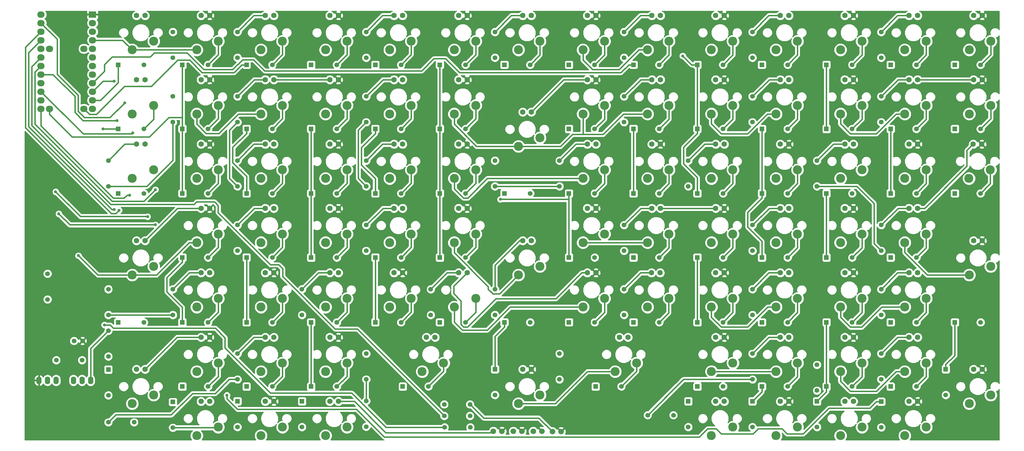
<source format=gbl>
G04 (created by PCBNEW (2013-jul-07)-stable) date lun. 20 juin 2016 20:07:23 IST*
%MOIN*%
G04 Gerber Fmt 3.4, Leading zero omitted, Abs format*
%FSLAX34Y34*%
G01*
G70*
G90*
G04 APERTURE LIST*
%ADD10C,0.00590551*%
%ADD11R,0.085X0.075*%
%ADD12O,0.085X0.075*%
%ADD13C,0.105*%
%ADD14C,0.055*%
%ADD15O,0.062X0.09*%
%ADD16C,0.066*%
%ADD17R,0.055X0.055*%
%ADD18C,0.063*%
%ADD19C,0.035*%
%ADD20C,0.018*%
%ADD21C,0.01*%
G04 APERTURE END LIST*
G54D10*
G54D11*
X8157Y-669D03*
G54D12*
X8157Y-1669D03*
X8157Y-2669D03*
X8157Y-3669D03*
X8157Y-4669D03*
X8157Y-5669D03*
X8157Y-6669D03*
X8157Y-7669D03*
X8157Y-8669D03*
X8157Y-9669D03*
X8157Y-10669D03*
X8157Y-11669D03*
X7157Y-11669D03*
X3157Y-11669D03*
X2157Y-11669D03*
X2157Y-10669D03*
X2157Y-9669D03*
X2157Y-8669D03*
X2157Y-7669D03*
X2157Y-6669D03*
X2157Y-5669D03*
X2157Y-4669D03*
X2157Y-3669D03*
X2157Y-2669D03*
X2157Y-1669D03*
X2157Y-669D03*
X3157Y-4669D03*
X7157Y-4669D03*
G54D13*
X65299Y-12275D03*
X67799Y-11275D03*
X80259Y-34795D03*
X82759Y-33795D03*
X80259Y-27275D03*
X82759Y-26275D03*
X80259Y-19795D03*
X82759Y-18795D03*
X80259Y-12275D03*
X82759Y-11275D03*
X72818Y-4795D03*
X75318Y-3795D03*
X72818Y-34795D03*
X75318Y-33795D03*
X72818Y-27275D03*
X75318Y-26275D03*
X72818Y-19795D03*
X75318Y-18795D03*
X72818Y-12275D03*
X75318Y-11275D03*
X65299Y-4795D03*
X67799Y-3795D03*
X69039Y-42314D03*
X71539Y-41314D03*
X65299Y-34795D03*
X67799Y-33795D03*
X65299Y-27275D03*
X67799Y-26275D03*
X65299Y-19795D03*
X67799Y-18795D03*
X80259Y-49795D03*
X82759Y-48795D03*
X57779Y-4795D03*
X60279Y-3795D03*
X57779Y-46055D03*
X60279Y-45055D03*
X57779Y-31055D03*
X60279Y-30055D03*
X57779Y-16055D03*
X60279Y-15055D03*
X50299Y-4795D03*
X52799Y-3795D03*
X50299Y-34795D03*
X52799Y-33795D03*
X50299Y-27275D03*
X52799Y-26275D03*
X50299Y-19795D03*
X52799Y-18795D03*
X50299Y-12275D03*
X52799Y-11275D03*
X42779Y-4795D03*
X45279Y-3795D03*
X46559Y-42314D03*
X49059Y-41314D03*
X42779Y-34795D03*
X45279Y-33795D03*
X95299Y-42314D03*
X97799Y-41314D03*
X110299Y-4795D03*
X112799Y-3795D03*
X110299Y-46055D03*
X112799Y-45055D03*
X110299Y-31055D03*
X112799Y-30055D03*
X110259Y-19795D03*
X112759Y-18795D03*
X110299Y-12275D03*
X112799Y-11275D03*
X102779Y-4795D03*
X105279Y-3795D03*
X102779Y-49795D03*
X105279Y-48795D03*
X102779Y-34795D03*
X105279Y-33795D03*
X102779Y-27275D03*
X105279Y-26275D03*
X102779Y-19795D03*
X105279Y-18795D03*
X102779Y-12275D03*
X105279Y-11275D03*
X95299Y-4795D03*
X97799Y-3795D03*
X95299Y-49795D03*
X97799Y-48795D03*
X80259Y-42314D03*
X82759Y-41314D03*
X95299Y-34795D03*
X97799Y-33795D03*
X95299Y-27275D03*
X97799Y-26275D03*
X95299Y-19795D03*
X97799Y-18795D03*
X95299Y-12275D03*
X97799Y-11275D03*
X87779Y-4795D03*
X90279Y-3795D03*
X87779Y-49795D03*
X90279Y-48795D03*
X87779Y-42314D03*
X90279Y-41314D03*
X87779Y-34795D03*
X90279Y-33795D03*
X87779Y-27275D03*
X90279Y-26275D03*
X87779Y-19795D03*
X90279Y-18795D03*
X87779Y-12275D03*
X90279Y-11275D03*
X80259Y-4795D03*
X82759Y-3795D03*
X102779Y-42314D03*
X105279Y-41314D03*
X12779Y-12275D03*
X15279Y-11275D03*
X27779Y-34795D03*
X30279Y-33795D03*
X35299Y-12275D03*
X37799Y-11275D03*
X35299Y-19795D03*
X37799Y-18795D03*
X27779Y-27275D03*
X30279Y-26275D03*
X35299Y-27275D03*
X37799Y-26275D03*
X27779Y-42314D03*
X30279Y-41314D03*
X27779Y-4795D03*
X30279Y-3795D03*
X35299Y-34795D03*
X37799Y-33795D03*
X27779Y-19795D03*
X30279Y-18795D03*
X35299Y-42314D03*
X37799Y-41314D03*
X27779Y-49795D03*
X30279Y-48795D03*
X27779Y-12275D03*
X30279Y-11275D03*
X35299Y-49795D03*
X37799Y-48795D03*
X12779Y-19795D03*
X15279Y-18795D03*
X12779Y-31055D03*
X15279Y-30055D03*
X42779Y-27275D03*
X45279Y-26275D03*
X20299Y-42314D03*
X22799Y-41314D03*
X20299Y-34795D03*
X22799Y-33795D03*
X42779Y-19795D03*
X45279Y-18795D03*
X20299Y-27275D03*
X22799Y-26275D03*
X20299Y-19795D03*
X22799Y-18795D03*
X20299Y-49795D03*
X22799Y-48795D03*
X42779Y-12275D03*
X45279Y-11275D03*
X20299Y-12275D03*
X22799Y-11275D03*
X12779Y-4795D03*
X15279Y-3795D03*
X12779Y-46055D03*
X15279Y-45055D03*
X35299Y-4795D03*
X37799Y-3795D03*
X20299Y-4795D03*
X22799Y-3795D03*
G54D14*
X17519Y-13232D03*
X17519Y-10232D03*
X25039Y-13232D03*
X25039Y-10232D03*
X40039Y-13232D03*
X40039Y-10232D03*
X100039Y-5712D03*
X100039Y-2712D03*
X85039Y-5712D03*
X85039Y-2712D03*
X49129Y-46141D03*
X52129Y-46141D03*
X70078Y-5712D03*
X70078Y-2712D03*
X55039Y-5712D03*
X55039Y-2712D03*
X40039Y-5712D03*
X40039Y-2712D03*
X25039Y-5712D03*
X25039Y-2712D03*
X3933Y-40984D03*
X6933Y-40984D03*
X2913Y-30901D03*
X2913Y-33901D03*
X17519Y-5712D03*
X17519Y-2712D03*
X10000Y-20712D03*
X10000Y-17712D03*
X49129Y-47480D03*
X52129Y-47480D03*
X49169Y-48818D03*
X52169Y-48818D03*
X100039Y-28232D03*
X100039Y-25232D03*
X92559Y-41531D03*
X92559Y-44531D03*
X72830Y-47401D03*
X75830Y-47401D03*
X9996Y-48228D03*
X12996Y-48228D03*
X100039Y-43232D03*
X100039Y-40232D03*
X85039Y-43232D03*
X85039Y-40232D03*
X62559Y-43232D03*
X62559Y-40232D03*
X40039Y-43232D03*
X40039Y-40232D03*
X25039Y-43232D03*
X25039Y-40232D03*
X10000Y-37555D03*
X10000Y-40555D03*
X100039Y-35712D03*
X100039Y-32712D03*
X85039Y-35712D03*
X85039Y-32712D03*
X70078Y-35712D03*
X70078Y-32712D03*
X47559Y-35712D03*
X47559Y-32712D03*
X32559Y-35712D03*
X32559Y-32712D03*
X17519Y-35712D03*
X17519Y-32712D03*
X55039Y-20712D03*
X55039Y-17712D03*
X85039Y-28232D03*
X85039Y-25232D03*
X70078Y-28232D03*
X70078Y-25232D03*
X55039Y-35712D03*
X55039Y-32712D03*
X40039Y-28232D03*
X40039Y-25232D03*
X25039Y-28232D03*
X25039Y-25232D03*
X10000Y-35712D03*
X10000Y-32712D03*
X92559Y-20712D03*
X92559Y-17712D03*
X77559Y-20712D03*
X77559Y-17712D03*
X62559Y-20712D03*
X62559Y-17712D03*
X40039Y-20712D03*
X40039Y-17712D03*
X25039Y-20712D03*
X25039Y-17712D03*
X40039Y-45744D03*
X40039Y-48744D03*
X100039Y-13232D03*
X100039Y-10232D03*
X85039Y-13232D03*
X85039Y-10232D03*
X70078Y-13232D03*
X70078Y-10232D03*
G54D15*
X7929Y-43346D03*
X6929Y-43346D03*
X5929Y-43346D03*
X3913Y-43346D03*
X2913Y-43346D03*
X1913Y-43346D03*
G54D16*
X59500Y-49291D03*
X60500Y-49291D03*
X61744Y-49330D03*
X62744Y-49330D03*
X57177Y-49291D03*
X58177Y-49291D03*
X54854Y-49291D03*
X55854Y-49291D03*
G54D17*
X44287Y-44055D03*
G54D14*
X47287Y-44055D03*
G54D17*
X56137Y-36574D03*
G54D14*
X59137Y-36574D03*
G54D17*
X41098Y-36574D03*
G54D14*
X44098Y-36574D03*
G54D17*
X63657Y-14015D03*
G54D14*
X66657Y-14015D03*
G54D17*
X56137Y-21535D03*
G54D14*
X59137Y-21535D03*
G54D17*
X33618Y-44055D03*
G54D14*
X36618Y-44055D03*
G54D17*
X41098Y-29015D03*
G54D14*
X44098Y-29015D03*
G54D17*
X41098Y-21535D03*
G54D14*
X44098Y-21535D03*
G54D17*
X93657Y-14015D03*
G54D14*
X96657Y-14015D03*
G54D17*
X41098Y-14015D03*
G54D14*
X44098Y-14015D03*
G54D17*
X41098Y-6535D03*
G54D14*
X44098Y-6535D03*
G54D17*
X33618Y-29015D03*
G54D14*
X36618Y-29015D03*
G54D17*
X48618Y-36574D03*
G54D14*
X51618Y-36574D03*
G54D17*
X48618Y-14015D03*
G54D14*
X51618Y-14015D03*
G54D17*
X33618Y-6535D03*
G54D14*
X36618Y-6535D03*
G54D17*
X33618Y-36574D03*
G54D14*
X36618Y-36574D03*
G54D17*
X56137Y-6535D03*
G54D14*
X59137Y-6535D03*
G54D17*
X48618Y-21535D03*
G54D14*
X51618Y-21535D03*
G54D17*
X48618Y-29015D03*
G54D14*
X51618Y-29015D03*
G54D17*
X48618Y-6535D03*
G54D14*
X51618Y-6535D03*
G54D17*
X32559Y-45783D03*
G54D14*
X32559Y-48783D03*
G54D17*
X55039Y-42043D03*
G54D14*
X55039Y-45043D03*
G54D17*
X101137Y-21535D03*
G54D14*
X104137Y-21535D03*
G54D17*
X18618Y-6535D03*
G54D14*
X21618Y-6535D03*
G54D17*
X108618Y-21535D03*
G54D14*
X111618Y-21535D03*
G54D17*
X11137Y-21535D03*
G54D14*
X14137Y-21535D03*
G54D17*
X108618Y-14015D03*
G54D14*
X111618Y-14015D03*
G54D17*
X86137Y-29015D03*
G54D14*
X89137Y-29015D03*
G54D17*
X101137Y-6535D03*
G54D14*
X104137Y-6535D03*
G54D17*
X11137Y-36574D03*
G54D14*
X14137Y-36574D03*
G54D17*
X100039Y-45822D03*
G54D14*
X100039Y-48822D03*
G54D17*
X86137Y-36574D03*
G54D14*
X89137Y-36574D03*
G54D17*
X101137Y-44055D03*
G54D14*
X104137Y-44055D03*
G54D17*
X10000Y-42082D03*
G54D14*
X10000Y-45082D03*
G54D17*
X101137Y-36574D03*
G54D14*
X104137Y-36574D03*
G54D17*
X17519Y-45862D03*
G54D14*
X17519Y-48862D03*
G54D17*
X101137Y-29015D03*
G54D14*
X104137Y-29015D03*
G54D17*
X11137Y-6535D03*
G54D14*
X14137Y-6535D03*
G54D17*
X108618Y-36574D03*
G54D14*
X111618Y-36574D03*
G54D17*
X86137Y-44055D03*
G54D14*
X89137Y-44055D03*
G54D17*
X101137Y-14015D03*
G54D14*
X104137Y-14015D03*
G54D17*
X18618Y-14015D03*
G54D14*
X21618Y-14015D03*
G54D17*
X93657Y-6535D03*
G54D14*
X96657Y-6535D03*
G54D17*
X85039Y-45783D03*
G54D14*
X85039Y-48783D03*
G54D17*
X92559Y-45783D03*
G54D14*
X92559Y-48783D03*
G54D17*
X18618Y-21535D03*
G54D14*
X21618Y-21535D03*
G54D17*
X93657Y-44055D03*
G54D14*
X96657Y-44055D03*
G54D17*
X18618Y-44055D03*
G54D14*
X21618Y-44055D03*
G54D17*
X93657Y-36574D03*
G54D14*
X96657Y-36574D03*
G54D17*
X18618Y-29015D03*
G54D14*
X21618Y-29015D03*
G54D17*
X93657Y-29015D03*
G54D14*
X96657Y-29015D03*
G54D17*
X86137Y-6535D03*
G54D14*
X89137Y-6535D03*
G54D17*
X93657Y-21535D03*
G54D14*
X96657Y-21535D03*
G54D17*
X18618Y-36574D03*
G54D14*
X21618Y-36574D03*
G54D17*
X26098Y-36574D03*
G54D14*
X29098Y-36574D03*
G54D17*
X33618Y-21535D03*
G54D14*
X36618Y-21535D03*
G54D17*
X63657Y-29015D03*
G54D14*
X66657Y-29015D03*
G54D17*
X63657Y-36574D03*
G54D14*
X66657Y-36574D03*
G54D17*
X33618Y-14015D03*
G54D14*
X36618Y-14015D03*
G54D17*
X66767Y-44055D03*
G54D14*
X69767Y-44055D03*
G54D17*
X63657Y-6535D03*
G54D14*
X66657Y-6535D03*
G54D17*
X26098Y-6535D03*
G54D14*
X29098Y-6535D03*
G54D17*
X71177Y-14015D03*
G54D14*
X74177Y-14015D03*
G54D17*
X71177Y-21535D03*
G54D14*
X74177Y-21535D03*
G54D17*
X25039Y-45783D03*
G54D14*
X25039Y-48783D03*
G54D17*
X71177Y-29015D03*
G54D14*
X74177Y-29015D03*
G54D17*
X71177Y-36574D03*
G54D14*
X74177Y-36574D03*
G54D17*
X26098Y-44055D03*
G54D14*
X29098Y-44055D03*
G54D17*
X71177Y-6535D03*
G54D14*
X74177Y-6535D03*
G54D17*
X78618Y-14015D03*
G54D14*
X81618Y-14015D03*
G54D17*
X63657Y-21535D03*
G54D14*
X66657Y-21535D03*
G54D17*
X78618Y-21535D03*
G54D14*
X81618Y-21535D03*
G54D17*
X78618Y-29015D03*
G54D14*
X81618Y-29015D03*
G54D17*
X26098Y-29015D03*
G54D14*
X29098Y-29015D03*
G54D17*
X78618Y-36574D03*
G54D14*
X81618Y-36574D03*
G54D17*
X78618Y-44055D03*
G54D14*
X81618Y-44055D03*
G54D17*
X26098Y-21535D03*
G54D14*
X29098Y-21535D03*
G54D17*
X77559Y-45783D03*
G54D14*
X77559Y-48783D03*
G54D17*
X78618Y-6535D03*
G54D14*
X81618Y-6535D03*
G54D17*
X26098Y-14015D03*
G54D14*
X29098Y-14015D03*
G54D17*
X86137Y-14015D03*
G54D14*
X89137Y-14015D03*
G54D17*
X108618Y-6535D03*
G54D14*
X111618Y-6535D03*
G54D17*
X86137Y-21535D03*
G54D14*
X89137Y-21535D03*
G54D17*
X107559Y-42043D03*
G54D14*
X107559Y-45043D03*
G54D17*
X11137Y-14015D03*
G54D14*
X14137Y-14015D03*
X5996Y-38740D03*
X6996Y-38740D03*
G54D18*
X21799Y-8275D03*
X20799Y-8275D03*
X96799Y-23275D03*
X95799Y-23275D03*
X74318Y-8275D03*
X73318Y-8275D03*
X81759Y-8275D03*
X80759Y-8275D03*
X89279Y-23275D03*
X88279Y-23275D03*
X59279Y-12055D03*
X58279Y-12055D03*
X66799Y-8275D03*
X65799Y-8275D03*
X44279Y-8275D03*
X43279Y-8275D03*
X51799Y-8275D03*
X50799Y-8275D03*
X111759Y-15795D03*
X110759Y-15795D03*
X29279Y-8275D03*
X28279Y-8275D03*
X36799Y-8275D03*
X35799Y-8275D03*
X104279Y-23275D03*
X103279Y-23275D03*
X14279Y-8275D03*
X13279Y-8275D03*
X96799Y-8275D03*
X95799Y-8275D03*
X104279Y-795D03*
X103279Y-795D03*
X111799Y-795D03*
X110799Y-795D03*
X29279Y-30795D03*
X28279Y-30795D03*
X89279Y-795D03*
X88279Y-795D03*
X96799Y-795D03*
X95799Y-795D03*
X21799Y-30795D03*
X20799Y-30795D03*
X74318Y-795D03*
X73318Y-795D03*
X81759Y-795D03*
X80759Y-795D03*
X59279Y-795D03*
X58279Y-795D03*
X66799Y-795D03*
X65799Y-795D03*
X44279Y-795D03*
X43279Y-795D03*
X51799Y-795D03*
X50799Y-795D03*
X74318Y-15795D03*
X73318Y-15795D03*
X29279Y-23275D03*
X28279Y-23275D03*
X36799Y-23275D03*
X35799Y-23275D03*
X51799Y-23275D03*
X50799Y-23275D03*
X14279Y-27055D03*
X13279Y-27055D03*
X21799Y-23275D03*
X20799Y-23275D03*
X44279Y-23275D03*
X43279Y-23275D03*
X96799Y-15795D03*
X95799Y-15795D03*
X104279Y-15795D03*
X103279Y-15795D03*
X81759Y-15795D03*
X80759Y-15795D03*
X89279Y-15795D03*
X88279Y-15795D03*
X66799Y-23275D03*
X65799Y-23275D03*
X66799Y-15795D03*
X65799Y-15795D03*
X44279Y-30795D03*
X43279Y-30795D03*
X59279Y-27055D03*
X58279Y-27055D03*
X44279Y-15795D03*
X43279Y-15795D03*
X51799Y-15795D03*
X50799Y-15795D03*
X29279Y-15795D03*
X28279Y-15795D03*
X36799Y-15795D03*
X35799Y-15795D03*
X81759Y-23275D03*
X80759Y-23275D03*
X14279Y-15795D03*
X13279Y-15795D03*
X21799Y-15795D03*
X20799Y-15795D03*
X74318Y-23275D03*
X73318Y-23275D03*
X104279Y-8275D03*
X103279Y-8275D03*
X111799Y-8275D03*
X110799Y-8275D03*
X89279Y-8275D03*
X88279Y-8275D03*
X96799Y-38314D03*
X95799Y-38314D03*
X111799Y-27055D03*
X110799Y-27055D03*
X104279Y-30795D03*
X103279Y-30795D03*
X21799Y-38314D03*
X20799Y-38314D03*
X14279Y-42055D03*
X13279Y-42055D03*
X36799Y-38314D03*
X35799Y-38314D03*
X29279Y-38314D03*
X28279Y-38314D03*
X59279Y-42055D03*
X58279Y-42055D03*
X48059Y-38314D03*
X47059Y-38314D03*
X81759Y-38314D03*
X80759Y-38314D03*
X70539Y-38314D03*
X69539Y-38314D03*
X36799Y-30795D03*
X35799Y-30795D03*
X89279Y-38314D03*
X88279Y-38314D03*
X111799Y-42055D03*
X110799Y-42055D03*
X104279Y-38314D03*
X103279Y-38314D03*
X29279Y-45795D03*
X28279Y-45795D03*
X21799Y-45795D03*
X20799Y-45795D03*
X89279Y-45795D03*
X88279Y-45795D03*
X81759Y-45795D03*
X80759Y-45795D03*
X104279Y-45795D03*
X103279Y-45795D03*
X96799Y-45795D03*
X95799Y-45795D03*
X36799Y-45795D03*
X35799Y-45795D03*
X89279Y-30795D03*
X88279Y-30795D03*
X96799Y-30795D03*
X95799Y-30795D03*
X29279Y-795D03*
X28279Y-795D03*
X14279Y-795D03*
X13279Y-795D03*
X66799Y-30795D03*
X65799Y-30795D03*
X74279Y-30795D03*
X73279Y-30795D03*
X21799Y-795D03*
X20799Y-795D03*
X36799Y-795D03*
X35799Y-795D03*
X51799Y-30795D03*
X50799Y-30795D03*
X81759Y-30795D03*
X80759Y-30795D03*
G54D19*
X15472Y-25196D03*
X4221Y-23920D03*
X12834Y-14486D03*
X11250Y-23513D03*
X23812Y-45084D03*
X11906Y-10969D03*
X6515Y-28799D03*
X55673Y-22233D03*
X12488Y-21737D03*
X14566Y-24244D03*
X3861Y-21345D03*
X76915Y-5501D03*
X10684Y-8449D03*
X9544Y-36878D03*
X10688Y-23427D03*
X9391Y-14015D03*
X11023Y-13059D03*
X15472Y-21102D03*
G54D20*
X26956Y-15795D02*
X25039Y-17712D01*
X28279Y-15795D02*
X26956Y-15795D01*
X101956Y-38314D02*
X100039Y-40232D01*
X103279Y-38314D02*
X101956Y-38314D01*
X92559Y-20712D02*
X97212Y-20712D01*
X97212Y-20712D02*
X99204Y-22704D01*
X99204Y-22704D02*
X99204Y-27397D01*
X99204Y-27397D02*
X100039Y-28232D01*
X85039Y-43232D02*
X77000Y-43232D01*
X77000Y-43232D02*
X72830Y-47401D01*
X25039Y-43232D02*
X24090Y-43232D01*
X10862Y-47362D02*
X9996Y-48228D01*
X17322Y-47362D02*
X10862Y-47362D01*
X19803Y-44881D02*
X17322Y-47362D01*
X22440Y-44881D02*
X19803Y-44881D01*
X24090Y-43232D02*
X22440Y-44881D01*
X40039Y-45744D02*
X40039Y-43232D01*
X62559Y-20712D02*
X55039Y-20712D01*
X17519Y-35712D02*
X10000Y-35712D01*
X24116Y-19790D02*
X25039Y-20712D01*
X25039Y-13232D02*
X24116Y-14154D01*
X24116Y-14154D02*
X24116Y-19790D01*
X39111Y-19784D02*
X40039Y-20712D01*
X39111Y-14160D02*
X39111Y-19784D01*
X40039Y-13232D02*
X39111Y-14160D01*
X7929Y-39625D02*
X7929Y-43346D01*
X10000Y-37555D02*
X7929Y-39625D01*
X17519Y-17685D02*
X17519Y-13232D01*
X14492Y-20712D02*
X17519Y-17685D01*
X10000Y-20712D02*
X14492Y-20712D01*
X45279Y-27834D02*
X44098Y-29015D01*
X45279Y-26275D02*
X45279Y-27834D01*
X45279Y-20354D02*
X44098Y-21535D01*
X45279Y-18795D02*
X45279Y-20354D01*
X5498Y-25196D02*
X4221Y-23920D01*
X15472Y-25196D02*
X5498Y-25196D01*
X41098Y-29015D02*
X41098Y-36574D01*
X41098Y-19832D02*
X41098Y-21535D01*
X39482Y-18217D02*
X41098Y-19832D01*
X39482Y-16176D02*
X39482Y-18217D01*
X41098Y-14560D02*
X39482Y-16176D01*
X41098Y-14015D02*
X41098Y-14560D01*
X45279Y-12834D02*
X44098Y-14015D01*
X45279Y-11275D02*
X45279Y-12834D01*
X37799Y-5354D02*
X36618Y-6535D01*
X37799Y-3795D02*
X37799Y-5354D01*
X49059Y-42283D02*
X47287Y-44055D01*
X49059Y-41314D02*
X49059Y-42283D01*
X45279Y-35393D02*
X44098Y-36574D01*
X45279Y-33795D02*
X45279Y-35393D01*
X33618Y-29015D02*
X33618Y-28470D01*
X33618Y-21535D02*
X33618Y-28470D01*
X33618Y-44055D02*
X33618Y-36574D01*
X33618Y-14015D02*
X33618Y-21535D01*
X7071Y-14583D02*
X2157Y-9669D01*
X12737Y-14583D02*
X7071Y-14583D01*
X12834Y-14486D02*
X12737Y-14583D01*
X37799Y-35393D02*
X36618Y-36574D01*
X37799Y-33795D02*
X37799Y-35393D01*
X37799Y-27834D02*
X36618Y-29015D01*
X37799Y-26275D02*
X37799Y-27834D01*
X37799Y-20354D02*
X36618Y-21535D01*
X37799Y-18795D02*
X37799Y-20354D01*
X37799Y-12834D02*
X36618Y-14015D01*
X37799Y-11275D02*
X37799Y-12834D01*
X45279Y-5354D02*
X44098Y-6535D01*
X45279Y-3795D02*
X45279Y-5354D01*
X37799Y-42874D02*
X36618Y-44055D01*
X37799Y-41314D02*
X37799Y-42874D01*
X86996Y-8275D02*
X85039Y-10232D01*
X88279Y-8275D02*
X86996Y-8275D01*
X67799Y-20393D02*
X66657Y-21535D01*
X67799Y-18795D02*
X67799Y-20393D01*
X67799Y-12874D02*
X66657Y-14015D01*
X67799Y-11275D02*
X67799Y-12874D01*
X60279Y-5393D02*
X59137Y-6535D01*
X60279Y-3795D02*
X60279Y-5393D01*
X52799Y-12834D02*
X51618Y-14015D01*
X52799Y-11275D02*
X52799Y-12834D01*
X52799Y-20354D02*
X51618Y-21535D01*
X52799Y-18795D02*
X52799Y-20354D01*
X52799Y-35393D02*
X51618Y-36574D01*
X52799Y-33795D02*
X52799Y-35393D01*
X52799Y-5354D02*
X51618Y-6535D01*
X52799Y-3795D02*
X52799Y-5354D01*
X52799Y-27834D02*
X51618Y-29015D01*
X52799Y-26275D02*
X52799Y-27834D01*
X65299Y-12275D02*
X65299Y-14657D01*
X65314Y-14606D02*
X65314Y-14657D01*
X65314Y-14641D02*
X65314Y-14606D01*
X65299Y-14657D02*
X65314Y-14641D01*
X66377Y-14657D02*
X65314Y-14657D01*
X65314Y-14657D02*
X64082Y-14657D01*
X62684Y-16055D02*
X57779Y-16055D01*
X64082Y-14657D02*
X62684Y-16055D01*
X67633Y-14657D02*
X66377Y-14657D01*
X66377Y-14657D02*
X66358Y-14657D01*
X70015Y-12275D02*
X67633Y-14657D01*
X72818Y-12275D02*
X70015Y-12275D01*
X50299Y-13467D02*
X50299Y-12275D01*
X57779Y-16055D02*
X52886Y-16055D01*
X52886Y-16055D02*
X50299Y-13467D01*
X86779Y-12275D02*
X87779Y-12275D01*
X84480Y-14574D02*
X86779Y-12275D01*
X81402Y-14574D02*
X84480Y-14574D01*
X80259Y-13432D02*
X81402Y-14574D01*
X80259Y-12275D02*
X80259Y-13432D01*
X101779Y-12275D02*
X102779Y-12275D01*
X99480Y-14574D02*
X101779Y-12275D01*
X96441Y-14574D02*
X99480Y-14574D01*
X95299Y-13432D02*
X96441Y-14574D01*
X95299Y-12275D02*
X95299Y-13432D01*
X25160Y-12275D02*
X27779Y-12275D01*
X22872Y-14563D02*
X25160Y-12275D01*
X21395Y-14563D02*
X22872Y-14563D01*
X20299Y-13467D02*
X21395Y-14563D01*
X20299Y-12275D02*
X20299Y-13467D01*
X22799Y-27834D02*
X21618Y-29015D01*
X22799Y-26275D02*
X22799Y-27834D01*
X22799Y-20354D02*
X21618Y-21535D01*
X22799Y-18795D02*
X22799Y-20354D01*
X22799Y-12834D02*
X21618Y-14015D01*
X22799Y-11275D02*
X22799Y-12834D01*
X15279Y-12874D02*
X15279Y-11275D01*
X14137Y-14015D02*
X15279Y-12874D01*
X26098Y-14015D02*
X26098Y-14560D01*
X26098Y-29015D02*
X26098Y-36574D01*
X24491Y-16167D02*
X26098Y-14560D01*
X24491Y-17953D02*
X24491Y-16167D01*
X26098Y-19560D02*
X24491Y-17953D01*
X26098Y-21535D02*
X26098Y-19560D01*
X26098Y-6535D02*
X25553Y-6535D01*
X7822Y-12334D02*
X7157Y-11669D01*
X8598Y-12334D02*
X7822Y-12334D01*
X11879Y-9053D02*
X8598Y-12334D01*
X15003Y-9053D02*
X11879Y-9053D01*
X18066Y-5990D02*
X15003Y-9053D01*
X19462Y-5990D02*
X18066Y-5990D01*
X20916Y-7444D02*
X19462Y-5990D01*
X24644Y-7444D02*
X20916Y-7444D01*
X25553Y-6535D02*
X24644Y-7444D01*
X30279Y-42874D02*
X29098Y-44055D01*
X30279Y-41314D02*
X30279Y-42874D01*
X30279Y-35393D02*
X29098Y-36574D01*
X30279Y-33795D02*
X30279Y-35393D01*
X30279Y-27834D02*
X29098Y-29015D01*
X30279Y-26275D02*
X30279Y-27834D01*
X30279Y-5354D02*
X29098Y-6535D01*
X30279Y-3795D02*
X30279Y-5354D01*
X30279Y-20354D02*
X29098Y-21535D01*
X30279Y-18795D02*
X30279Y-20354D01*
X22799Y-42874D02*
X21618Y-44055D01*
X22799Y-41314D02*
X22799Y-42874D01*
X22732Y-48862D02*
X22799Y-48795D01*
X17519Y-48862D02*
X22732Y-48862D01*
X72035Y-8275D02*
X70078Y-10232D01*
X73318Y-8275D02*
X72035Y-8275D01*
X16812Y-31366D02*
X18618Y-29560D01*
X16812Y-33019D02*
X16812Y-31366D01*
X18618Y-34824D02*
X16812Y-33019D01*
X18618Y-36574D02*
X18618Y-34824D01*
X18618Y-29015D02*
X18618Y-29560D01*
X18618Y-20990D02*
X18618Y-14560D01*
X18618Y-21535D02*
X18618Y-20990D01*
X18618Y-14288D02*
X18618Y-14560D01*
X18618Y-14288D02*
X18618Y-14015D01*
X18618Y-14015D02*
X18618Y-12669D01*
X18618Y-12669D02*
X18618Y-6535D01*
X3157Y-11669D02*
X3157Y-12314D01*
X17055Y-12669D02*
X18618Y-12669D01*
X14782Y-14943D02*
X17055Y-12669D01*
X5786Y-14943D02*
X14782Y-14943D01*
X3157Y-12314D02*
X5786Y-14943D01*
X22799Y-35393D02*
X21618Y-36574D01*
X22799Y-33795D02*
X22799Y-35393D01*
X30279Y-12834D02*
X29098Y-14015D01*
X30279Y-11275D02*
X30279Y-12834D01*
X22799Y-5354D02*
X21618Y-6535D01*
X22799Y-3795D02*
X22799Y-5354D01*
X105279Y-12874D02*
X104137Y-14015D01*
X105279Y-11275D02*
X105279Y-12874D01*
X105279Y-20393D02*
X104137Y-21535D01*
X105279Y-18795D02*
X105279Y-20393D01*
X97799Y-5393D02*
X96657Y-6535D01*
X97799Y-3795D02*
X97799Y-5393D01*
X105279Y-35433D02*
X104137Y-36574D01*
X105279Y-33795D02*
X105279Y-35433D01*
X105279Y-42913D02*
X104137Y-44055D01*
X105279Y-41314D02*
X105279Y-42913D01*
X105279Y-27874D02*
X104137Y-29015D01*
X105279Y-26275D02*
X105279Y-27874D01*
X63059Y-8275D02*
X59279Y-12055D01*
X65799Y-8275D02*
X63059Y-8275D01*
X84489Y-37124D02*
X86818Y-34795D01*
X100121Y-34795D02*
X102779Y-34795D01*
X97787Y-37128D02*
X100121Y-34795D01*
X96440Y-37128D02*
X97787Y-37128D01*
X95299Y-35987D02*
X96440Y-37128D01*
X95299Y-34795D02*
X95299Y-35987D01*
X86818Y-34795D02*
X87779Y-34795D01*
X81397Y-37124D02*
X84489Y-37124D01*
X80259Y-35987D02*
X81397Y-37124D01*
X80259Y-34795D02*
X80259Y-35987D01*
X56818Y-34795D02*
X65299Y-34795D01*
X54132Y-37482D02*
X56818Y-34795D01*
X51239Y-37482D02*
X54132Y-37482D01*
X50299Y-36542D02*
X51239Y-37482D01*
X50299Y-34795D02*
X50299Y-36542D01*
X97799Y-27874D02*
X96657Y-29015D01*
X97799Y-26275D02*
X97799Y-27874D01*
X97799Y-35433D02*
X96657Y-36574D01*
X97799Y-33795D02*
X97799Y-35433D01*
X97799Y-12874D02*
X96657Y-14015D01*
X97799Y-11275D02*
X97799Y-12874D01*
X97799Y-42913D02*
X96657Y-44055D01*
X97799Y-41314D02*
X97799Y-42913D01*
X112799Y-5354D02*
X111618Y-6535D01*
X112799Y-3795D02*
X112799Y-5354D01*
X52129Y-46141D02*
X52135Y-46141D01*
X60149Y-47736D02*
X61744Y-49330D01*
X53730Y-47736D02*
X60149Y-47736D01*
X52135Y-46141D02*
X53730Y-47736D01*
X2157Y-2669D02*
X334Y-4491D01*
X334Y-4491D02*
X334Y-13872D01*
X334Y-13872D02*
X10335Y-23872D01*
X10335Y-23872D02*
X10891Y-23872D01*
X10891Y-23872D02*
X11250Y-23513D01*
X100039Y-45822D02*
X99494Y-45822D01*
X99494Y-45822D02*
X98725Y-46591D01*
X98725Y-46591D02*
X93952Y-46591D01*
X93952Y-46591D02*
X90953Y-49590D01*
X90953Y-49590D02*
X89082Y-49590D01*
X89082Y-49590D02*
X88492Y-49000D01*
X88492Y-49000D02*
X85696Y-49000D01*
X85696Y-49000D02*
X85105Y-49590D01*
X85105Y-49590D02*
X81414Y-49590D01*
X81414Y-49590D02*
X80809Y-48985D01*
X80809Y-48985D02*
X79807Y-48985D01*
X79807Y-48985D02*
X78845Y-49947D01*
X78845Y-49947D02*
X42154Y-49947D01*
X42154Y-49947D02*
X38925Y-46718D01*
X38925Y-46718D02*
X25037Y-46718D01*
X25037Y-46718D02*
X23812Y-45493D01*
X23812Y-45493D02*
X23812Y-45084D01*
X101137Y-14015D02*
X101137Y-21535D01*
X112799Y-12834D02*
X111618Y-14015D01*
X112799Y-11275D02*
X112799Y-12834D01*
X6462Y-11936D02*
X6462Y-10079D01*
X11906Y-10969D02*
X10176Y-12699D01*
X10176Y-12699D02*
X7224Y-12699D01*
X7224Y-12699D02*
X6462Y-11936D01*
X4043Y-3555D02*
X2157Y-1669D01*
X4043Y-7660D02*
X4043Y-3555D01*
X6462Y-10079D02*
X4043Y-7660D01*
X108618Y-40439D02*
X108618Y-36574D01*
X107559Y-41498D02*
X108618Y-40439D01*
X107559Y-42043D02*
X107559Y-41498D01*
X105279Y-5393D02*
X104137Y-6535D01*
X105279Y-3795D02*
X105279Y-5393D01*
X112759Y-20393D02*
X111618Y-21535D01*
X112759Y-18795D02*
X112759Y-20393D01*
X75279Y-35472D02*
X74177Y-36574D01*
X75279Y-33795D02*
X75279Y-35472D01*
X110799Y-8275D02*
X104279Y-8275D01*
X75318Y-5393D02*
X74177Y-6535D01*
X75318Y-3795D02*
X75318Y-5393D01*
X71177Y-14015D02*
X71177Y-21535D01*
X71177Y-6535D02*
X70632Y-6535D01*
X69720Y-7446D02*
X70632Y-6535D01*
X50911Y-7446D02*
X69720Y-7446D01*
X49291Y-5826D02*
X50911Y-7446D01*
X47913Y-5826D02*
X49291Y-5826D01*
X46496Y-7244D02*
X47913Y-5826D01*
X28209Y-7244D02*
X46496Y-7244D01*
X26910Y-5944D02*
X28209Y-7244D01*
X25629Y-5944D02*
X26910Y-5944D01*
X24492Y-7082D02*
X25629Y-5944D01*
X21107Y-7082D02*
X24492Y-7082D01*
X19180Y-5155D02*
X21107Y-7082D01*
X15356Y-5155D02*
X19180Y-5155D01*
X14881Y-5630D02*
X15356Y-5155D01*
X10440Y-5630D02*
X14881Y-5630D01*
X9551Y-6519D02*
X10440Y-5630D01*
X9551Y-7275D02*
X9551Y-6519D01*
X8157Y-8669D02*
X9551Y-7275D01*
X11653Y-3669D02*
X12779Y-4795D01*
X8157Y-3669D02*
X11653Y-3669D01*
X12779Y-4795D02*
X20299Y-4795D01*
X71818Y-4795D02*
X72818Y-4795D01*
X69527Y-7086D02*
X71818Y-4795D01*
X66412Y-7086D02*
X69527Y-7086D01*
X65299Y-5973D02*
X66412Y-7086D01*
X65299Y-4795D02*
X65299Y-5973D01*
X75318Y-27874D02*
X74177Y-29015D01*
X75318Y-26275D02*
X75318Y-27874D01*
X82759Y-27874D02*
X81618Y-29015D01*
X82759Y-26275D02*
X82759Y-27874D01*
X9507Y-31055D02*
X8771Y-31055D01*
X12779Y-31055D02*
X9507Y-31055D01*
X8771Y-31055D02*
X6515Y-28799D01*
X65299Y-27275D02*
X72818Y-27275D01*
X105404Y-31055D02*
X110299Y-31055D01*
X102779Y-28430D02*
X105404Y-31055D01*
X102779Y-27275D02*
X102779Y-28430D01*
X55567Y-33266D02*
X57779Y-31055D01*
X54816Y-33266D02*
X55567Y-33266D01*
X54253Y-32703D02*
X54816Y-33266D01*
X54253Y-32421D02*
X54253Y-32703D01*
X50299Y-28467D02*
X54253Y-32421D01*
X50299Y-27275D02*
X50299Y-28467D01*
X15620Y-31055D02*
X12779Y-31055D01*
X19400Y-27275D02*
X15620Y-31055D01*
X20299Y-27275D02*
X19400Y-27275D01*
X82759Y-20393D02*
X81618Y-21535D01*
X82759Y-18795D02*
X82759Y-20393D01*
X82759Y-12874D02*
X81618Y-14015D01*
X82759Y-11275D02*
X82759Y-12874D01*
X71539Y-42283D02*
X69767Y-44055D01*
X71539Y-41314D02*
X71539Y-42283D01*
X63657Y-22233D02*
X55673Y-22233D01*
X63657Y-21535D02*
X63657Y-22233D01*
X63657Y-22233D02*
X63657Y-29015D01*
X2157Y-13657D02*
X2157Y-11669D01*
X10589Y-22090D02*
X2157Y-13657D01*
X11826Y-22090D02*
X10589Y-22090D01*
X12178Y-21737D02*
X11826Y-22090D01*
X12488Y-21737D02*
X12178Y-21737D01*
X101996Y-8275D02*
X100039Y-10232D01*
X103279Y-8275D02*
X101996Y-8275D01*
X67799Y-35433D02*
X66657Y-36574D01*
X67799Y-33795D02*
X67799Y-35433D01*
X75318Y-12874D02*
X74177Y-14015D01*
X75318Y-11275D02*
X75318Y-12874D01*
X75318Y-20393D02*
X74177Y-21535D01*
X75318Y-18795D02*
X75318Y-20393D01*
X67799Y-5393D02*
X66657Y-6535D01*
X67799Y-3795D02*
X67799Y-5393D01*
X90279Y-42913D02*
X89137Y-44055D01*
X90279Y-41314D02*
X90279Y-42913D01*
X90279Y-35433D02*
X89137Y-36574D01*
X90279Y-33795D02*
X90279Y-35433D01*
X14555Y-24232D02*
X12385Y-24232D01*
X14555Y-24232D02*
X14566Y-24244D01*
X86137Y-44055D02*
X86137Y-44685D01*
X86137Y-44685D02*
X85039Y-45783D01*
X3861Y-21345D02*
X6749Y-24232D01*
X6749Y-24232D02*
X12385Y-24232D01*
X12385Y-24232D02*
X12396Y-24232D01*
X86137Y-14015D02*
X86137Y-21535D01*
X86137Y-27120D02*
X86137Y-29015D01*
X84478Y-25461D02*
X86137Y-27120D01*
X84478Y-23739D02*
X84478Y-25461D01*
X86137Y-22080D02*
X84478Y-23739D01*
X86137Y-21535D02*
X86137Y-22080D01*
X90279Y-27874D02*
X89137Y-29015D01*
X90279Y-26275D02*
X90279Y-27874D01*
X90279Y-20393D02*
X89137Y-21535D01*
X90279Y-18795D02*
X90279Y-20393D01*
X41956Y-15795D02*
X40039Y-17712D01*
X43279Y-15795D02*
X41956Y-15795D01*
X72035Y-23275D02*
X70078Y-25232D01*
X73318Y-23275D02*
X72035Y-23275D01*
X90279Y-5393D02*
X89137Y-6535D01*
X90279Y-3795D02*
X90279Y-5393D01*
X80259Y-42314D02*
X87779Y-42314D01*
X65820Y-42314D02*
X69039Y-42314D01*
X62079Y-46055D02*
X65820Y-42314D01*
X57779Y-46055D02*
X62079Y-46055D01*
X101779Y-42314D02*
X102779Y-42314D01*
X95299Y-42314D02*
X95299Y-43467D01*
X95299Y-43467D02*
X96451Y-44620D01*
X96451Y-44620D02*
X99474Y-44620D01*
X99474Y-44620D02*
X101779Y-42314D01*
X78618Y-36574D02*
X78618Y-29015D01*
X77011Y-16167D02*
X78618Y-14560D01*
X77011Y-18074D02*
X77011Y-16167D01*
X78618Y-19681D02*
X77011Y-18074D01*
X78618Y-21535D02*
X78618Y-19681D01*
X78618Y-14015D02*
X78618Y-14560D01*
X9377Y-8449D02*
X8157Y-9669D01*
X10684Y-8449D02*
X9377Y-8449D01*
X78618Y-14015D02*
X78618Y-6535D01*
X77950Y-6535D02*
X76915Y-5501D01*
X78618Y-6535D02*
X77950Y-6535D01*
X82759Y-35433D02*
X81618Y-36574D01*
X82759Y-33795D02*
X82759Y-35433D01*
X90279Y-12874D02*
X89137Y-14015D01*
X90279Y-11275D02*
X90279Y-12874D01*
X82759Y-5393D02*
X81618Y-6535D01*
X82759Y-3795D02*
X82759Y-5393D01*
X86996Y-23275D02*
X85039Y-25232D01*
X88279Y-23275D02*
X86996Y-23275D01*
X74318Y-23275D02*
X80759Y-23275D01*
X55039Y-29932D02*
X55039Y-32712D01*
X57916Y-27055D02*
X55039Y-29932D01*
X58279Y-27055D02*
X57916Y-27055D01*
X110022Y-16532D02*
X110759Y-15795D01*
X110022Y-18363D02*
X110022Y-16532D01*
X105110Y-23275D02*
X110022Y-18363D01*
X104279Y-23275D02*
X105110Y-23275D01*
X19437Y-30795D02*
X17519Y-32712D01*
X20799Y-30795D02*
X19437Y-30795D01*
X101996Y-23275D02*
X100039Y-25232D01*
X103279Y-23275D02*
X101996Y-23275D01*
X18059Y-23275D02*
X20799Y-23275D01*
X14279Y-27055D02*
X18059Y-23275D01*
X94476Y-15795D02*
X92559Y-17712D01*
X95799Y-15795D02*
X94476Y-15795D01*
X41996Y-23275D02*
X40039Y-25232D01*
X43279Y-23275D02*
X41996Y-23275D01*
X26996Y-23275D02*
X25039Y-25232D01*
X28279Y-23275D02*
X26996Y-23275D01*
X26956Y-795D02*
X25039Y-2712D01*
X28279Y-795D02*
X26956Y-795D01*
X12124Y-22810D02*
X19985Y-22810D01*
X49129Y-47480D02*
X39003Y-37353D01*
X39003Y-37353D02*
X36423Y-37353D01*
X36423Y-37353D02*
X30296Y-31225D01*
X30296Y-31225D02*
X30296Y-30302D01*
X30296Y-30302D02*
X29848Y-29855D01*
X29848Y-29855D02*
X28872Y-29855D01*
X28872Y-29855D02*
X22795Y-23778D01*
X22795Y-23778D02*
X22795Y-22952D01*
X22795Y-22952D02*
X22362Y-22519D01*
X12124Y-22810D02*
X10291Y-22810D01*
X10291Y-22810D02*
X1088Y-13607D01*
X1088Y-13607D02*
X1088Y-6738D01*
X1088Y-6738D02*
X2157Y-5669D01*
X20275Y-22519D02*
X22362Y-22519D01*
X19985Y-22810D02*
X20275Y-22519D01*
X42343Y-48818D02*
X49169Y-48818D01*
X42343Y-48818D02*
X38358Y-44834D01*
X38358Y-44834D02*
X28865Y-44834D01*
X28865Y-44834D02*
X23593Y-39562D01*
X23593Y-39562D02*
X23593Y-38370D01*
X23593Y-38370D02*
X22479Y-37256D01*
X22479Y-37256D02*
X10592Y-37256D01*
X10592Y-37256D02*
X10214Y-36878D01*
X10214Y-36878D02*
X9544Y-36878D01*
X35799Y-8275D02*
X29279Y-8275D01*
X26996Y-8275D02*
X25039Y-10232D01*
X28279Y-8275D02*
X26996Y-8275D01*
X101956Y-795D02*
X100039Y-2712D01*
X103279Y-795D02*
X101956Y-795D01*
X41996Y-8275D02*
X40039Y-10232D01*
X43279Y-8275D02*
X41996Y-8275D01*
X56956Y-795D02*
X55039Y-2712D01*
X58279Y-795D02*
X56956Y-795D01*
X41956Y-795D02*
X40039Y-2712D01*
X43279Y-795D02*
X41956Y-795D01*
X86956Y-795D02*
X85039Y-2712D01*
X88279Y-795D02*
X86956Y-795D01*
X71996Y-795D02*
X70078Y-2712D01*
X73318Y-795D02*
X71996Y-795D01*
X54157Y-19795D02*
X65299Y-19795D01*
X51869Y-22083D02*
X54157Y-19795D01*
X51370Y-22083D02*
X51869Y-22083D01*
X50299Y-21012D02*
X51370Y-22083D01*
X50299Y-19795D02*
X50299Y-21012D01*
X93657Y-44055D02*
X93657Y-44685D01*
X93657Y-44685D02*
X92559Y-45783D01*
X2157Y-3669D02*
X718Y-5107D01*
X718Y-5107D02*
X718Y-13747D01*
X718Y-13747D02*
X10399Y-23427D01*
X10399Y-23427D02*
X10688Y-23427D01*
X93657Y-21535D02*
X93657Y-29015D01*
X93657Y-14015D02*
X93657Y-6535D01*
X93657Y-36574D02*
X93657Y-44055D01*
X11917Y-15795D02*
X10000Y-17712D01*
X13279Y-15795D02*
X11917Y-15795D01*
X101956Y-30795D02*
X100039Y-32712D01*
X103279Y-30795D02*
X101956Y-30795D01*
X18019Y-38314D02*
X20799Y-38314D01*
X14279Y-42055D02*
X18019Y-38314D01*
X86956Y-30795D02*
X85039Y-32712D01*
X88279Y-30795D02*
X86956Y-30795D01*
X26956Y-38314D02*
X25039Y-40232D01*
X28279Y-38314D02*
X26956Y-38314D01*
X64476Y-15795D02*
X62559Y-17712D01*
X65799Y-15795D02*
X64476Y-15795D01*
X49476Y-30795D02*
X47559Y-32712D01*
X50799Y-30795D02*
X49476Y-30795D01*
X65147Y-30795D02*
X65799Y-30795D01*
X62130Y-33812D02*
X65147Y-30795D01*
X55157Y-33812D02*
X62130Y-33812D01*
X51848Y-37121D02*
X55157Y-33812D01*
X51388Y-37121D02*
X51848Y-37121D01*
X51071Y-36805D02*
X51388Y-37121D01*
X51071Y-36133D02*
X51071Y-36805D01*
X51094Y-36110D02*
X51071Y-36133D01*
X51094Y-34084D02*
X51094Y-36110D01*
X50229Y-33220D02*
X51094Y-34084D01*
X50229Y-32364D02*
X50229Y-33220D01*
X51799Y-30795D02*
X50229Y-32364D01*
X34476Y-30795D02*
X32559Y-32712D01*
X35799Y-30795D02*
X34476Y-30795D01*
X71996Y-30795D02*
X70078Y-32712D01*
X73279Y-30795D02*
X71996Y-30795D01*
X36799Y-45795D02*
X38677Y-45795D01*
X54700Y-49444D02*
X54854Y-49291D01*
X42326Y-49444D02*
X54700Y-49444D01*
X38677Y-45795D02*
X42326Y-49444D01*
X79476Y-15795D02*
X77559Y-17712D01*
X80759Y-15795D02*
X79476Y-15795D01*
X8157Y-10669D02*
X8852Y-10669D01*
X11137Y-6535D02*
X11137Y-7080D01*
X11137Y-8625D02*
X11137Y-7080D01*
X9094Y-10669D02*
X11137Y-8625D01*
X8852Y-10669D02*
X9094Y-10669D01*
X11137Y-14015D02*
X9391Y-14015D01*
X48618Y-29015D02*
X48618Y-28470D01*
X48618Y-21535D02*
X48618Y-28470D01*
X48618Y-6535D02*
X48618Y-14015D01*
X48618Y-14015D02*
X48618Y-21535D01*
X3542Y-7669D02*
X2157Y-7669D01*
X6102Y-10228D02*
X3542Y-7669D01*
X6102Y-12100D02*
X6102Y-10228D01*
X7061Y-13059D02*
X6102Y-12100D01*
X11023Y-13059D02*
X7061Y-13059D01*
X11975Y-22450D02*
X14133Y-22450D01*
X11975Y-22450D02*
X10440Y-22450D01*
X10440Y-22450D02*
X1448Y-13457D01*
X1448Y-13457D02*
X1448Y-7378D01*
X2157Y-6669D02*
X1448Y-7378D01*
X15472Y-21111D02*
X15472Y-21102D01*
X14133Y-22450D02*
X15472Y-21111D01*
X55039Y-38218D02*
X56137Y-37119D01*
X55039Y-42043D02*
X55039Y-38218D01*
X56137Y-36574D02*
X56137Y-37119D01*
X86956Y-38314D02*
X85039Y-40232D01*
X88279Y-38314D02*
X86956Y-38314D01*
G54D10*
G36*
X113785Y-50281D02*
X111074Y-50281D01*
X111074Y-45901D01*
X110956Y-45616D01*
X110738Y-45398D01*
X110454Y-45280D01*
X110145Y-45279D01*
X109884Y-45387D01*
X109884Y-43939D01*
X109795Y-43724D01*
X109631Y-43559D01*
X109416Y-43470D01*
X109183Y-43470D01*
X109143Y-43486D01*
X109143Y-36800D01*
X109143Y-36250D01*
X109105Y-36158D01*
X109034Y-36087D01*
X108943Y-36049D01*
X108843Y-36049D01*
X108293Y-36049D01*
X108201Y-36087D01*
X108131Y-36158D01*
X108093Y-36249D01*
X108093Y-36349D01*
X108093Y-36899D01*
X108131Y-36991D01*
X108201Y-37061D01*
X108278Y-37093D01*
X108278Y-40298D01*
X107318Y-41257D01*
X107244Y-41368D01*
X107219Y-41498D01*
X107219Y-41524D01*
X107142Y-41556D01*
X107072Y-41626D01*
X107034Y-41718D01*
X107034Y-41817D01*
X107034Y-42367D01*
X107071Y-42459D01*
X107142Y-42530D01*
X107234Y-42568D01*
X107333Y-42568D01*
X107883Y-42568D01*
X107975Y-42530D01*
X108045Y-42460D01*
X108084Y-42368D01*
X108084Y-42268D01*
X108084Y-41718D01*
X108046Y-41626D01*
X107978Y-41559D01*
X108858Y-40679D01*
X108858Y-40679D01*
X108907Y-40605D01*
X108932Y-40569D01*
X108932Y-40569D01*
X108958Y-40439D01*
X108958Y-40439D01*
X108958Y-37093D01*
X109034Y-37061D01*
X109104Y-36991D01*
X109143Y-36899D01*
X109143Y-36800D01*
X109143Y-43486D01*
X108968Y-43558D01*
X108803Y-43723D01*
X108714Y-43938D01*
X108714Y-44170D01*
X108802Y-44386D01*
X108967Y-44550D01*
X109182Y-44640D01*
X109415Y-44640D01*
X109630Y-44551D01*
X109794Y-44386D01*
X109884Y-44171D01*
X109884Y-43939D01*
X109884Y-45387D01*
X109860Y-45397D01*
X109642Y-45615D01*
X109524Y-45900D01*
X109524Y-46208D01*
X109641Y-46493D01*
X109859Y-46711D01*
X110144Y-46829D01*
X110452Y-46830D01*
X110737Y-46712D01*
X110955Y-46494D01*
X111074Y-46209D01*
X111074Y-45901D01*
X111074Y-50281D01*
X108084Y-50281D01*
X108084Y-44939D01*
X108004Y-44746D01*
X107856Y-44598D01*
X107663Y-44518D01*
X107455Y-44518D01*
X107262Y-44597D01*
X107114Y-44745D01*
X107034Y-44938D01*
X107033Y-45147D01*
X107113Y-45340D01*
X107261Y-45488D01*
X107454Y-45568D01*
X107663Y-45568D01*
X107856Y-45488D01*
X108003Y-45341D01*
X108083Y-45148D01*
X108084Y-44939D01*
X108084Y-50281D01*
X106364Y-50281D01*
X106364Y-47679D01*
X106364Y-40199D01*
X106364Y-32679D01*
X106275Y-32464D01*
X106111Y-32299D01*
X105896Y-32210D01*
X105663Y-32210D01*
X105448Y-32299D01*
X105283Y-32463D01*
X105194Y-32678D01*
X105194Y-32911D01*
X105239Y-33020D01*
X105126Y-33020D01*
X104841Y-33137D01*
X104699Y-33279D01*
X104814Y-33002D01*
X104814Y-32590D01*
X104657Y-32209D01*
X104366Y-31918D01*
X103986Y-31760D01*
X103574Y-31760D01*
X103194Y-31917D01*
X102902Y-32208D01*
X102744Y-32588D01*
X102744Y-33000D01*
X102901Y-33380D01*
X103192Y-33672D01*
X103572Y-33830D01*
X103984Y-33830D01*
X104365Y-33673D01*
X104580Y-33458D01*
X104504Y-33640D01*
X104504Y-33948D01*
X104622Y-34233D01*
X104839Y-34451D01*
X104939Y-34493D01*
X104939Y-35292D01*
X104181Y-36049D01*
X104033Y-36049D01*
X103840Y-36129D01*
X103692Y-36277D01*
X103612Y-36469D01*
X103612Y-36678D01*
X103692Y-36871D01*
X103840Y-37019D01*
X104032Y-37099D01*
X104241Y-37099D01*
X104434Y-37020D01*
X104582Y-36872D01*
X104662Y-36679D01*
X104662Y-36530D01*
X105519Y-35673D01*
X105519Y-35673D01*
X105593Y-35563D01*
X105593Y-35563D01*
X105597Y-35541D01*
X105619Y-35433D01*
X105619Y-35433D01*
X105619Y-34493D01*
X105717Y-34452D01*
X105936Y-34234D01*
X106054Y-33950D01*
X106054Y-33641D01*
X105939Y-33362D01*
X106110Y-33291D01*
X106275Y-33127D01*
X106364Y-32912D01*
X106364Y-32679D01*
X106364Y-40199D01*
X106275Y-39984D01*
X106111Y-39819D01*
X105896Y-39730D01*
X105663Y-39729D01*
X105448Y-39818D01*
X105283Y-39983D01*
X105194Y-40198D01*
X105194Y-40430D01*
X105239Y-40539D01*
X105126Y-40539D01*
X104844Y-40656D01*
X104844Y-38203D01*
X104758Y-37995D01*
X104599Y-37836D01*
X104392Y-37750D01*
X104167Y-37749D01*
X103959Y-37835D01*
X103800Y-37994D01*
X103779Y-38045D01*
X103758Y-37995D01*
X103599Y-37836D01*
X103554Y-37817D01*
X103554Y-34641D01*
X103436Y-34356D01*
X103219Y-34138D01*
X102934Y-34020D01*
X102626Y-34020D01*
X102364Y-34128D01*
X102364Y-32679D01*
X102275Y-32464D01*
X102111Y-32299D01*
X101896Y-32210D01*
X101663Y-32210D01*
X101448Y-32299D01*
X101283Y-32463D01*
X101194Y-32678D01*
X101194Y-32911D01*
X101283Y-33126D01*
X101447Y-33290D01*
X101662Y-33380D01*
X101895Y-33380D01*
X102110Y-33291D01*
X102275Y-33127D01*
X102364Y-32912D01*
X102364Y-32679D01*
X102364Y-34128D01*
X102341Y-34137D01*
X102122Y-34355D01*
X102081Y-34455D01*
X100121Y-34455D01*
X100012Y-34476D01*
X99991Y-34481D01*
X99880Y-34554D01*
X97647Y-36788D01*
X97137Y-36788D01*
X97182Y-36679D01*
X97182Y-36530D01*
X98039Y-35673D01*
X98039Y-35673D01*
X98113Y-35563D01*
X98113Y-35563D01*
X98117Y-35541D01*
X98139Y-35433D01*
X98139Y-35433D01*
X98139Y-34493D01*
X98237Y-34452D01*
X98455Y-34234D01*
X98574Y-33950D01*
X98574Y-33641D01*
X98458Y-33362D01*
X98630Y-33291D01*
X98794Y-33127D01*
X98884Y-32912D01*
X98884Y-32679D01*
X98795Y-32464D01*
X98631Y-32299D01*
X98416Y-32210D01*
X98183Y-32210D01*
X97968Y-32299D01*
X97803Y-32463D01*
X97714Y-32678D01*
X97714Y-32911D01*
X97759Y-33020D01*
X97645Y-33020D01*
X97368Y-33134D01*
X97368Y-30880D01*
X97358Y-30656D01*
X97292Y-30498D01*
X97195Y-30469D01*
X97125Y-30539D01*
X97125Y-30398D01*
X97096Y-30301D01*
X96884Y-30225D01*
X96660Y-30236D01*
X96502Y-30301D01*
X96473Y-30398D01*
X96799Y-30724D01*
X97125Y-30398D01*
X97125Y-30539D01*
X96869Y-30795D01*
X97195Y-31121D01*
X97292Y-31092D01*
X97368Y-30880D01*
X97368Y-33134D01*
X97360Y-33137D01*
X97218Y-33279D01*
X97334Y-33002D01*
X97334Y-32590D01*
X97177Y-32209D01*
X97125Y-32157D01*
X97125Y-31192D01*
X96799Y-30865D01*
X96728Y-30936D01*
X96728Y-30795D01*
X96402Y-30469D01*
X96305Y-30498D01*
X96297Y-30521D01*
X96278Y-30475D01*
X96119Y-30316D01*
X96074Y-30297D01*
X96074Y-27122D01*
X95956Y-26837D01*
X95738Y-26618D01*
X95454Y-26500D01*
X95145Y-26500D01*
X94860Y-26618D01*
X94642Y-26836D01*
X94524Y-27120D01*
X94524Y-27429D01*
X94641Y-27714D01*
X94859Y-27932D01*
X95144Y-28050D01*
X95452Y-28050D01*
X95737Y-27932D01*
X95955Y-27715D01*
X96074Y-27430D01*
X96074Y-27122D01*
X96074Y-30297D01*
X95912Y-30230D01*
X95687Y-30230D01*
X95479Y-30316D01*
X95320Y-30474D01*
X95234Y-30682D01*
X95234Y-30907D01*
X95319Y-31114D01*
X95478Y-31273D01*
X95686Y-31360D01*
X95911Y-31360D01*
X96118Y-31274D01*
X96277Y-31115D01*
X96296Y-31070D01*
X96305Y-31092D01*
X96402Y-31121D01*
X96728Y-30795D01*
X96728Y-30936D01*
X96473Y-31192D01*
X96502Y-31288D01*
X96713Y-31364D01*
X96938Y-31354D01*
X97096Y-31288D01*
X97125Y-31192D01*
X97125Y-32157D01*
X96886Y-31918D01*
X96505Y-31760D01*
X96094Y-31760D01*
X95713Y-31917D01*
X95422Y-32208D01*
X95264Y-32588D01*
X95264Y-33000D01*
X95421Y-33380D01*
X95712Y-33672D01*
X96092Y-33830D01*
X96504Y-33830D01*
X96884Y-33673D01*
X97099Y-33458D01*
X97024Y-33640D01*
X97024Y-33948D01*
X97141Y-34233D01*
X97359Y-34451D01*
X97459Y-34493D01*
X97459Y-35292D01*
X96701Y-36049D01*
X96553Y-36049D01*
X96360Y-36129D01*
X96212Y-36277D01*
X96170Y-36378D01*
X95639Y-35846D01*
X95639Y-35493D01*
X95737Y-35452D01*
X95955Y-35234D01*
X96074Y-34950D01*
X96074Y-34641D01*
X95956Y-34356D01*
X95738Y-34138D01*
X95454Y-34020D01*
X95145Y-34020D01*
X94884Y-34128D01*
X94884Y-32679D01*
X94795Y-32464D01*
X94631Y-32299D01*
X94416Y-32210D01*
X94183Y-32210D01*
X93968Y-32299D01*
X93803Y-32463D01*
X93714Y-32678D01*
X93714Y-32911D01*
X93802Y-33126D01*
X93967Y-33290D01*
X94182Y-33380D01*
X94415Y-33380D01*
X94630Y-33291D01*
X94794Y-33127D01*
X94884Y-32912D01*
X94884Y-32679D01*
X94884Y-34128D01*
X94860Y-34137D01*
X94642Y-34355D01*
X94524Y-34640D01*
X94524Y-34948D01*
X94641Y-35233D01*
X94859Y-35451D01*
X94959Y-35493D01*
X94959Y-35987D01*
X94985Y-36117D01*
X95058Y-36227D01*
X96200Y-37369D01*
X96200Y-37369D01*
X96273Y-37418D01*
X96310Y-37442D01*
X96310Y-37442D01*
X96440Y-37468D01*
X97787Y-37468D01*
X97787Y-37468D01*
X97917Y-37442D01*
X98028Y-37369D01*
X99533Y-35863D01*
X99594Y-36009D01*
X99741Y-36157D01*
X99934Y-36237D01*
X100143Y-36237D01*
X100336Y-36157D01*
X100484Y-36010D01*
X100564Y-35817D01*
X100564Y-35608D01*
X100484Y-35415D01*
X100337Y-35267D01*
X100190Y-35206D01*
X100262Y-35135D01*
X102081Y-35135D01*
X102122Y-35233D01*
X102339Y-35451D01*
X102624Y-35570D01*
X102933Y-35570D01*
X103217Y-35452D01*
X103436Y-35234D01*
X103554Y-34950D01*
X103554Y-34641D01*
X103554Y-37817D01*
X103392Y-37750D01*
X103167Y-37749D01*
X102959Y-37835D01*
X102820Y-37974D01*
X101956Y-37974D01*
X101826Y-38000D01*
X101716Y-38074D01*
X101662Y-38127D01*
X101662Y-36800D01*
X101662Y-36250D01*
X101624Y-36158D01*
X101554Y-36087D01*
X101462Y-36049D01*
X101363Y-36049D01*
X100813Y-36049D01*
X100721Y-36087D01*
X100650Y-36158D01*
X100612Y-36249D01*
X100612Y-36349D01*
X100612Y-36899D01*
X100650Y-36991D01*
X100720Y-37061D01*
X100812Y-37099D01*
X100912Y-37099D01*
X101462Y-37099D01*
X101554Y-37061D01*
X101624Y-36991D01*
X101662Y-36899D01*
X101662Y-36800D01*
X101662Y-38127D01*
X100083Y-39707D01*
X99935Y-39707D01*
X99742Y-39786D01*
X99594Y-39934D01*
X99514Y-40127D01*
X99514Y-40336D01*
X99594Y-40529D01*
X99741Y-40677D01*
X99934Y-40757D01*
X100143Y-40757D01*
X100336Y-40677D01*
X100484Y-40530D01*
X100564Y-40337D01*
X100564Y-40188D01*
X102097Y-38654D01*
X102820Y-38654D01*
X102959Y-38793D01*
X103166Y-38879D01*
X103391Y-38880D01*
X103599Y-38794D01*
X103758Y-38635D01*
X103779Y-38584D01*
X103800Y-38634D01*
X103959Y-38793D01*
X104166Y-38879D01*
X104391Y-38880D01*
X104599Y-38794D01*
X104758Y-38635D01*
X104844Y-38427D01*
X104844Y-38203D01*
X104844Y-40656D01*
X104841Y-40657D01*
X104699Y-40799D01*
X104814Y-40521D01*
X104814Y-40109D01*
X104657Y-39729D01*
X104366Y-39438D01*
X103986Y-39280D01*
X103574Y-39279D01*
X103194Y-39437D01*
X102902Y-39727D01*
X102744Y-40108D01*
X102744Y-40519D01*
X102901Y-40900D01*
X103192Y-41191D01*
X103572Y-41349D01*
X103984Y-41350D01*
X104365Y-41192D01*
X104580Y-40978D01*
X104504Y-41160D01*
X104504Y-41468D01*
X104622Y-41753D01*
X104839Y-41971D01*
X104939Y-42012D01*
X104939Y-42772D01*
X104181Y-43530D01*
X104033Y-43530D01*
X103840Y-43609D01*
X103692Y-43757D01*
X103612Y-43950D01*
X103612Y-44159D01*
X103692Y-44352D01*
X103840Y-44499D01*
X104032Y-44580D01*
X104241Y-44580D01*
X104434Y-44500D01*
X104582Y-44352D01*
X104662Y-44160D01*
X104662Y-44010D01*
X105519Y-43153D01*
X105519Y-43153D01*
X105593Y-43043D01*
X105593Y-43043D01*
X105597Y-43021D01*
X105619Y-42913D01*
X105619Y-42913D01*
X105619Y-42013D01*
X105717Y-41972D01*
X105936Y-41754D01*
X106054Y-41469D01*
X106054Y-41161D01*
X105939Y-40881D01*
X106110Y-40811D01*
X106275Y-40646D01*
X106364Y-40431D01*
X106364Y-40199D01*
X106364Y-47679D01*
X106275Y-47464D01*
X106111Y-47299D01*
X105896Y-47210D01*
X105663Y-47210D01*
X105448Y-47299D01*
X105283Y-47463D01*
X105194Y-47678D01*
X105194Y-47911D01*
X105239Y-48020D01*
X105126Y-48020D01*
X104849Y-48134D01*
X104849Y-45880D01*
X104838Y-45656D01*
X104773Y-45498D01*
X104676Y-45469D01*
X104605Y-45539D01*
X104605Y-45398D01*
X104576Y-45301D01*
X104364Y-45225D01*
X104140Y-45236D01*
X103982Y-45301D01*
X103953Y-45398D01*
X104279Y-45724D01*
X104605Y-45398D01*
X104605Y-45539D01*
X104350Y-45795D01*
X104676Y-46121D01*
X104773Y-46092D01*
X104849Y-45880D01*
X104849Y-48134D01*
X104841Y-48137D01*
X104699Y-48279D01*
X104814Y-48002D01*
X104814Y-47590D01*
X104657Y-47209D01*
X104605Y-47157D01*
X104605Y-46192D01*
X104279Y-45865D01*
X104208Y-45936D01*
X104208Y-45795D01*
X103882Y-45469D01*
X103785Y-45498D01*
X103777Y-45521D01*
X103758Y-45475D01*
X103599Y-45316D01*
X103554Y-45297D01*
X103554Y-42161D01*
X103436Y-41876D01*
X103219Y-41658D01*
X102934Y-41540D01*
X102626Y-41539D01*
X102364Y-41647D01*
X102364Y-40199D01*
X102275Y-39984D01*
X102111Y-39819D01*
X101896Y-39730D01*
X101663Y-39729D01*
X101448Y-39818D01*
X101283Y-39983D01*
X101194Y-40198D01*
X101194Y-40430D01*
X101283Y-40645D01*
X101447Y-40810D01*
X101662Y-40899D01*
X101895Y-40900D01*
X102110Y-40811D01*
X102275Y-40646D01*
X102364Y-40431D01*
X102364Y-40199D01*
X102364Y-41647D01*
X102341Y-41657D01*
X102122Y-41875D01*
X102081Y-41974D01*
X101779Y-41974D01*
X101671Y-41996D01*
X101649Y-42000D01*
X101539Y-42074D01*
X100541Y-43072D01*
X100484Y-42935D01*
X100337Y-42787D01*
X100144Y-42707D01*
X99935Y-42707D01*
X99742Y-42786D01*
X99594Y-42934D01*
X99514Y-43127D01*
X99514Y-43336D01*
X99594Y-43529D01*
X99741Y-43677D01*
X99879Y-43734D01*
X99333Y-44280D01*
X97132Y-44280D01*
X97182Y-44160D01*
X97182Y-44010D01*
X98039Y-43153D01*
X98039Y-43153D01*
X98113Y-43043D01*
X98113Y-43043D01*
X98117Y-43021D01*
X98139Y-42913D01*
X98139Y-42913D01*
X98139Y-42013D01*
X98237Y-41972D01*
X98455Y-41754D01*
X98574Y-41469D01*
X98574Y-41161D01*
X98458Y-40881D01*
X98630Y-40811D01*
X98794Y-40646D01*
X98884Y-40431D01*
X98884Y-40199D01*
X98795Y-39984D01*
X98631Y-39819D01*
X98416Y-39730D01*
X98183Y-39729D01*
X97968Y-39818D01*
X97803Y-39983D01*
X97714Y-40198D01*
X97714Y-40430D01*
X97759Y-40539D01*
X97645Y-40539D01*
X97368Y-40654D01*
X97368Y-38400D01*
X97358Y-38175D01*
X97292Y-38018D01*
X97195Y-37988D01*
X97125Y-38059D01*
X97125Y-37918D01*
X97096Y-37821D01*
X96884Y-37745D01*
X96660Y-37755D01*
X96502Y-37821D01*
X96473Y-37918D01*
X96799Y-38244D01*
X97125Y-37918D01*
X97125Y-38059D01*
X96869Y-38314D01*
X97195Y-38641D01*
X97292Y-38611D01*
X97368Y-38400D01*
X97368Y-40654D01*
X97360Y-40657D01*
X97218Y-40799D01*
X97334Y-40521D01*
X97334Y-40109D01*
X97177Y-39729D01*
X97125Y-39677D01*
X97125Y-38711D01*
X96799Y-38385D01*
X96728Y-38456D01*
X96728Y-38314D01*
X96402Y-37988D01*
X96305Y-38018D01*
X96297Y-38040D01*
X96278Y-37995D01*
X96119Y-37836D01*
X95912Y-37750D01*
X95687Y-37749D01*
X95479Y-37835D01*
X95320Y-37994D01*
X95234Y-38202D01*
X95234Y-38426D01*
X95319Y-38634D01*
X95478Y-38793D01*
X95686Y-38879D01*
X95911Y-38880D01*
X96118Y-38794D01*
X96277Y-38635D01*
X96296Y-38590D01*
X96305Y-38611D01*
X96402Y-38641D01*
X96728Y-38314D01*
X96728Y-38456D01*
X96473Y-38711D01*
X96502Y-38808D01*
X96713Y-38884D01*
X96938Y-38873D01*
X97096Y-38808D01*
X97125Y-38711D01*
X97125Y-39677D01*
X96886Y-39438D01*
X96505Y-39280D01*
X96094Y-39279D01*
X95713Y-39437D01*
X95422Y-39727D01*
X95264Y-40108D01*
X95264Y-40519D01*
X95421Y-40900D01*
X95712Y-41191D01*
X96092Y-41349D01*
X96504Y-41350D01*
X96884Y-41192D01*
X97099Y-40978D01*
X97024Y-41160D01*
X97024Y-41468D01*
X97141Y-41753D01*
X97359Y-41971D01*
X97459Y-42012D01*
X97459Y-42772D01*
X96701Y-43530D01*
X96553Y-43530D01*
X96360Y-43609D01*
X96212Y-43757D01*
X96170Y-43858D01*
X95639Y-43326D01*
X95639Y-43013D01*
X95737Y-42972D01*
X95955Y-42754D01*
X96074Y-42469D01*
X96074Y-42161D01*
X95956Y-41876D01*
X95738Y-41658D01*
X95454Y-41540D01*
X95145Y-41539D01*
X94884Y-41647D01*
X94884Y-40199D01*
X94795Y-39984D01*
X94631Y-39819D01*
X94416Y-39730D01*
X94183Y-39729D01*
X93997Y-39806D01*
X93997Y-37093D01*
X94073Y-37061D01*
X94144Y-36991D01*
X94182Y-36899D01*
X94182Y-36800D01*
X94182Y-36250D01*
X94144Y-36158D01*
X94074Y-36087D01*
X93982Y-36049D01*
X93882Y-36049D01*
X93332Y-36049D01*
X93241Y-36087D01*
X93170Y-36158D01*
X93132Y-36249D01*
X93132Y-36349D01*
X93132Y-36899D01*
X93170Y-36991D01*
X93240Y-37061D01*
X93317Y-37093D01*
X93317Y-43536D01*
X93241Y-43568D01*
X93170Y-43638D01*
X93132Y-43730D01*
X93132Y-43829D01*
X93132Y-44379D01*
X93170Y-44471D01*
X93240Y-44541D01*
X93296Y-44565D01*
X93084Y-44777D01*
X93084Y-44427D01*
X93084Y-41427D01*
X93004Y-41234D01*
X92856Y-41086D01*
X92663Y-41006D01*
X92455Y-41006D01*
X92262Y-41086D01*
X92114Y-41233D01*
X92034Y-41426D01*
X92033Y-41635D01*
X92113Y-41828D01*
X92261Y-41976D01*
X92454Y-42056D01*
X92663Y-42056D01*
X92856Y-41976D01*
X93003Y-41829D01*
X93083Y-41636D01*
X93084Y-41427D01*
X93084Y-44427D01*
X93004Y-44234D01*
X92856Y-44086D01*
X92663Y-44006D01*
X92455Y-44006D01*
X92262Y-44086D01*
X92114Y-44233D01*
X92034Y-44426D01*
X92033Y-44635D01*
X92113Y-44828D01*
X92261Y-44976D01*
X92454Y-45056D01*
X92663Y-45056D01*
X92856Y-44976D01*
X93003Y-44829D01*
X93083Y-44636D01*
X93084Y-44427D01*
X93084Y-44777D01*
X92603Y-45258D01*
X92234Y-45258D01*
X92142Y-45296D01*
X92072Y-45366D01*
X92034Y-45458D01*
X92034Y-45557D01*
X92034Y-46107D01*
X92071Y-46199D01*
X92142Y-46270D01*
X92234Y-46308D01*
X92333Y-46308D01*
X92883Y-46308D01*
X92975Y-46270D01*
X93045Y-46200D01*
X93084Y-46108D01*
X93084Y-46008D01*
X93084Y-45739D01*
X93897Y-44925D01*
X93897Y-44925D01*
X93947Y-44851D01*
X93971Y-44815D01*
X93971Y-44815D01*
X93997Y-44685D01*
X93997Y-44685D01*
X93997Y-44573D01*
X94073Y-44542D01*
X94144Y-44471D01*
X94182Y-44380D01*
X94182Y-44280D01*
X94182Y-43730D01*
X94144Y-43638D01*
X94074Y-43568D01*
X93997Y-43536D01*
X93997Y-40823D01*
X94182Y-40899D01*
X94415Y-40900D01*
X94630Y-40811D01*
X94794Y-40646D01*
X94884Y-40431D01*
X94884Y-40199D01*
X94884Y-41647D01*
X94860Y-41657D01*
X94642Y-41875D01*
X94524Y-42160D01*
X94524Y-42468D01*
X94641Y-42753D01*
X94859Y-42971D01*
X94959Y-43012D01*
X94959Y-43467D01*
X94985Y-43597D01*
X95058Y-43708D01*
X96211Y-44860D01*
X96321Y-44934D01*
X96451Y-44960D01*
X99474Y-44960D01*
X99474Y-44960D01*
X99604Y-44934D01*
X99714Y-44860D01*
X100612Y-43962D01*
X100612Y-44379D01*
X100650Y-44471D01*
X100720Y-44541D01*
X100812Y-44580D01*
X100912Y-44580D01*
X101462Y-44580D01*
X101554Y-44542D01*
X101624Y-44471D01*
X101662Y-44380D01*
X101662Y-44280D01*
X101662Y-43730D01*
X101624Y-43638D01*
X101554Y-43568D01*
X101462Y-43530D01*
X101363Y-43530D01*
X101045Y-43530D01*
X101920Y-42654D01*
X102081Y-42654D01*
X102122Y-42753D01*
X102339Y-42971D01*
X102624Y-43089D01*
X102933Y-43090D01*
X103217Y-42972D01*
X103436Y-42754D01*
X103554Y-42469D01*
X103554Y-42161D01*
X103554Y-45297D01*
X103392Y-45230D01*
X103167Y-45230D01*
X102959Y-45316D01*
X102800Y-45474D01*
X102714Y-45682D01*
X102714Y-45907D01*
X102800Y-46114D01*
X102959Y-46273D01*
X103166Y-46360D01*
X103391Y-46360D01*
X103599Y-46274D01*
X103758Y-46115D01*
X103776Y-46070D01*
X103785Y-46092D01*
X103882Y-46121D01*
X104208Y-45795D01*
X104208Y-45936D01*
X103953Y-46192D01*
X103982Y-46288D01*
X104194Y-46364D01*
X104418Y-46354D01*
X104576Y-46288D01*
X104605Y-46192D01*
X104605Y-47157D01*
X104366Y-46918D01*
X103986Y-46760D01*
X103574Y-46760D01*
X103194Y-46917D01*
X102902Y-47208D01*
X102744Y-47588D01*
X102744Y-48000D01*
X102901Y-48380D01*
X103192Y-48672D01*
X103572Y-48830D01*
X103984Y-48830D01*
X104365Y-48673D01*
X104580Y-48458D01*
X104504Y-48640D01*
X104504Y-48948D01*
X104622Y-49233D01*
X104839Y-49451D01*
X105124Y-49570D01*
X105433Y-49570D01*
X105717Y-49452D01*
X105936Y-49234D01*
X106054Y-48950D01*
X106054Y-48641D01*
X105939Y-48362D01*
X106110Y-48291D01*
X106275Y-48127D01*
X106364Y-47912D01*
X106364Y-47679D01*
X106364Y-50281D01*
X103389Y-50281D01*
X103436Y-50234D01*
X103554Y-49950D01*
X103554Y-49641D01*
X103436Y-49356D01*
X103219Y-49138D01*
X102934Y-49020D01*
X102626Y-49020D01*
X102364Y-49128D01*
X102364Y-47679D01*
X102275Y-47464D01*
X102111Y-47299D01*
X101896Y-47210D01*
X101663Y-47210D01*
X101448Y-47299D01*
X101283Y-47463D01*
X101194Y-47678D01*
X101194Y-47911D01*
X101283Y-48126D01*
X101447Y-48290D01*
X101662Y-48380D01*
X101895Y-48380D01*
X102110Y-48291D01*
X102275Y-48127D01*
X102364Y-47912D01*
X102364Y-47679D01*
X102364Y-49128D01*
X102341Y-49137D01*
X102122Y-49355D01*
X102004Y-49640D01*
X102004Y-49948D01*
X102122Y-50233D01*
X102169Y-50281D01*
X100564Y-50281D01*
X100564Y-48718D01*
X100484Y-48525D01*
X100337Y-48378D01*
X100144Y-48297D01*
X99935Y-48297D01*
X99742Y-48377D01*
X99594Y-48525D01*
X99514Y-48717D01*
X99514Y-48926D01*
X99594Y-49119D01*
X99741Y-49267D01*
X99934Y-49347D01*
X100143Y-49347D01*
X100336Y-49268D01*
X100484Y-49120D01*
X100564Y-48927D01*
X100564Y-48718D01*
X100564Y-50281D01*
X95909Y-50281D01*
X95955Y-50234D01*
X96074Y-49950D01*
X96074Y-49641D01*
X95956Y-49356D01*
X95738Y-49138D01*
X95454Y-49020D01*
X95145Y-49020D01*
X94884Y-49128D01*
X94884Y-47679D01*
X94795Y-47464D01*
X94631Y-47299D01*
X94416Y-47210D01*
X94183Y-47210D01*
X93968Y-47299D01*
X93803Y-47463D01*
X93714Y-47678D01*
X93714Y-47911D01*
X93802Y-48126D01*
X93967Y-48290D01*
X94182Y-48380D01*
X94415Y-48380D01*
X94630Y-48291D01*
X94794Y-48127D01*
X94884Y-47912D01*
X94884Y-47679D01*
X94884Y-49128D01*
X94860Y-49137D01*
X94642Y-49355D01*
X94524Y-49640D01*
X94524Y-49948D01*
X94641Y-50233D01*
X94689Y-50281D01*
X88389Y-50281D01*
X88436Y-50234D01*
X88554Y-49950D01*
X88554Y-49641D01*
X88485Y-49474D01*
X88842Y-49830D01*
X88842Y-49830D01*
X88915Y-49880D01*
X88952Y-49904D01*
X88952Y-49904D01*
X89082Y-49930D01*
X89082Y-49930D01*
X90953Y-49930D01*
X90953Y-49930D01*
X91083Y-49904D01*
X91193Y-49830D01*
X92064Y-48960D01*
X92113Y-49080D01*
X92261Y-49228D01*
X92454Y-49308D01*
X92663Y-49308D01*
X92856Y-49228D01*
X93003Y-49081D01*
X93083Y-48888D01*
X93084Y-48679D01*
X93004Y-48486D01*
X92856Y-48338D01*
X92736Y-48288D01*
X94093Y-46931D01*
X95699Y-46931D01*
X95422Y-47208D01*
X95264Y-47588D01*
X95264Y-48000D01*
X95421Y-48380D01*
X95712Y-48672D01*
X96092Y-48830D01*
X96504Y-48830D01*
X96884Y-48673D01*
X97099Y-48458D01*
X97024Y-48640D01*
X97024Y-48948D01*
X97141Y-49233D01*
X97359Y-49451D01*
X97644Y-49570D01*
X97952Y-49570D01*
X98237Y-49452D01*
X98455Y-49234D01*
X98574Y-48950D01*
X98574Y-48641D01*
X98458Y-48362D01*
X98630Y-48291D01*
X98794Y-48127D01*
X98884Y-47912D01*
X98884Y-47679D01*
X98795Y-47464D01*
X98631Y-47299D01*
X98416Y-47210D01*
X98183Y-47210D01*
X97968Y-47299D01*
X97803Y-47463D01*
X97714Y-47678D01*
X97714Y-47911D01*
X97759Y-48020D01*
X97645Y-48020D01*
X97360Y-48137D01*
X97218Y-48279D01*
X97334Y-48002D01*
X97334Y-47590D01*
X97177Y-47209D01*
X96899Y-46931D01*
X98725Y-46931D01*
X98725Y-46931D01*
X98855Y-46905D01*
X98966Y-46831D01*
X99555Y-46242D01*
X99622Y-46309D01*
X99714Y-46347D01*
X99813Y-46347D01*
X100363Y-46347D01*
X100455Y-46309D01*
X100526Y-46239D01*
X100564Y-46147D01*
X100564Y-46048D01*
X100564Y-45498D01*
X100526Y-45406D01*
X100456Y-45336D01*
X100364Y-45297D01*
X100264Y-45297D01*
X99714Y-45297D01*
X99622Y-45335D01*
X99552Y-45406D01*
X99520Y-45482D01*
X99494Y-45482D01*
X99364Y-45508D01*
X99253Y-45582D01*
X98584Y-46251D01*
X97142Y-46251D01*
X97277Y-46115D01*
X97364Y-45908D01*
X97364Y-45683D01*
X97278Y-45475D01*
X97119Y-45316D01*
X96912Y-45230D01*
X96687Y-45230D01*
X96479Y-45316D01*
X96320Y-45474D01*
X96299Y-45525D01*
X96278Y-45475D01*
X96119Y-45316D01*
X95912Y-45230D01*
X95687Y-45230D01*
X95479Y-45316D01*
X95320Y-45474D01*
X95234Y-45682D01*
X95234Y-45907D01*
X95319Y-46114D01*
X95456Y-46251D01*
X93952Y-46251D01*
X93822Y-46277D01*
X93785Y-46301D01*
X93712Y-46350D01*
X91012Y-49050D01*
X91054Y-48950D01*
X91054Y-48641D01*
X90939Y-48362D01*
X91110Y-48291D01*
X91275Y-48127D01*
X91364Y-47912D01*
X91364Y-47679D01*
X91364Y-40199D01*
X91364Y-32679D01*
X91364Y-25159D01*
X91364Y-17679D01*
X91364Y-10159D01*
X91364Y-2679D01*
X91275Y-2464D01*
X91111Y-2299D01*
X90896Y-2210D01*
X90663Y-2210D01*
X90448Y-2299D01*
X90283Y-2463D01*
X90194Y-2678D01*
X90194Y-2911D01*
X90239Y-3020D01*
X90126Y-3020D01*
X89841Y-3137D01*
X89699Y-3279D01*
X89814Y-3002D01*
X89814Y-2590D01*
X89657Y-2209D01*
X89366Y-1918D01*
X88986Y-1760D01*
X88574Y-1760D01*
X88194Y-1917D01*
X87902Y-2208D01*
X87744Y-2588D01*
X87744Y-3000D01*
X87901Y-3380D01*
X88192Y-3672D01*
X88572Y-3830D01*
X88984Y-3830D01*
X89365Y-3673D01*
X89580Y-3458D01*
X89504Y-3640D01*
X89504Y-3948D01*
X89622Y-4233D01*
X89839Y-4451D01*
X89939Y-4493D01*
X89939Y-5252D01*
X89181Y-6010D01*
X89033Y-6010D01*
X88840Y-6090D01*
X88692Y-6237D01*
X88612Y-6430D01*
X88612Y-6639D01*
X88692Y-6832D01*
X88840Y-6980D01*
X89032Y-7060D01*
X89241Y-7060D01*
X89434Y-6980D01*
X89582Y-6833D01*
X89662Y-6640D01*
X89662Y-6491D01*
X90519Y-5634D01*
X90519Y-5634D01*
X90593Y-5523D01*
X90593Y-5523D01*
X90597Y-5502D01*
X90619Y-5393D01*
X90619Y-5393D01*
X90619Y-4493D01*
X90717Y-4452D01*
X90936Y-4234D01*
X91054Y-3950D01*
X91054Y-3641D01*
X90939Y-3362D01*
X91110Y-3291D01*
X91275Y-3127D01*
X91364Y-2912D01*
X91364Y-2679D01*
X91364Y-10159D01*
X91275Y-9944D01*
X91111Y-9779D01*
X90896Y-9690D01*
X90663Y-9690D01*
X90448Y-9779D01*
X90283Y-9943D01*
X90194Y-10158D01*
X90194Y-10391D01*
X90239Y-10500D01*
X90126Y-10500D01*
X89844Y-10616D01*
X89844Y-8163D01*
X89758Y-7955D01*
X89599Y-7796D01*
X89392Y-7710D01*
X89167Y-7710D01*
X88959Y-7796D01*
X88800Y-7955D01*
X88779Y-8006D01*
X88758Y-7955D01*
X88599Y-7796D01*
X88554Y-7778D01*
X88554Y-4641D01*
X88436Y-4356D01*
X88219Y-4138D01*
X87934Y-4020D01*
X87626Y-4020D01*
X87364Y-4128D01*
X87364Y-2679D01*
X87275Y-2464D01*
X87111Y-2299D01*
X86896Y-2210D01*
X86663Y-2210D01*
X86448Y-2299D01*
X86283Y-2463D01*
X86194Y-2678D01*
X86194Y-2911D01*
X86283Y-3126D01*
X86447Y-3290D01*
X86662Y-3380D01*
X86895Y-3380D01*
X87110Y-3291D01*
X87275Y-3127D01*
X87364Y-2912D01*
X87364Y-2679D01*
X87364Y-4128D01*
X87341Y-4137D01*
X87122Y-4355D01*
X87004Y-4640D01*
X87004Y-4948D01*
X87122Y-5233D01*
X87339Y-5451D01*
X87624Y-5570D01*
X87933Y-5570D01*
X88217Y-5452D01*
X88436Y-5234D01*
X88554Y-4950D01*
X88554Y-4641D01*
X88554Y-7778D01*
X88392Y-7710D01*
X88167Y-7710D01*
X87959Y-7796D01*
X87820Y-7935D01*
X86996Y-7935D01*
X86887Y-7957D01*
X86865Y-7961D01*
X86755Y-8035D01*
X86662Y-8127D01*
X86662Y-6760D01*
X86662Y-6210D01*
X86624Y-6119D01*
X86554Y-6048D01*
X86462Y-6010D01*
X86363Y-6010D01*
X85813Y-6010D01*
X85721Y-6048D01*
X85650Y-6118D01*
X85612Y-6210D01*
X85612Y-6309D01*
X85612Y-6859D01*
X85650Y-6951D01*
X85720Y-7022D01*
X85812Y-7060D01*
X85912Y-7060D01*
X86462Y-7060D01*
X86554Y-7022D01*
X86624Y-6952D01*
X86662Y-6860D01*
X86662Y-6760D01*
X86662Y-8127D01*
X85564Y-9226D01*
X85564Y-5608D01*
X85484Y-5415D01*
X85337Y-5267D01*
X85144Y-5187D01*
X84935Y-5187D01*
X84742Y-5267D01*
X84594Y-5414D01*
X84514Y-5607D01*
X84514Y-5816D01*
X84594Y-6009D01*
X84741Y-6157D01*
X84934Y-6237D01*
X85143Y-6237D01*
X85336Y-6157D01*
X85484Y-6010D01*
X85564Y-5817D01*
X85564Y-5608D01*
X85564Y-9226D01*
X85083Y-9707D01*
X84935Y-9707D01*
X84742Y-9786D01*
X84594Y-9934D01*
X84514Y-10127D01*
X84514Y-10336D01*
X84594Y-10529D01*
X84741Y-10677D01*
X84934Y-10757D01*
X85143Y-10757D01*
X85336Y-10677D01*
X85484Y-10530D01*
X85564Y-10337D01*
X85564Y-10188D01*
X87136Y-8615D01*
X87820Y-8615D01*
X87959Y-8754D01*
X88166Y-8840D01*
X88391Y-8840D01*
X88599Y-8754D01*
X88758Y-8596D01*
X88779Y-8544D01*
X88800Y-8595D01*
X88959Y-8754D01*
X89166Y-8840D01*
X89391Y-8840D01*
X89599Y-8754D01*
X89758Y-8596D01*
X89844Y-8388D01*
X89844Y-8163D01*
X89844Y-10616D01*
X89841Y-10618D01*
X89699Y-10759D01*
X89814Y-10482D01*
X89814Y-10070D01*
X89657Y-9690D01*
X89366Y-9398D01*
X88986Y-9240D01*
X88574Y-9240D01*
X88194Y-9397D01*
X87902Y-9688D01*
X87744Y-10068D01*
X87744Y-10480D01*
X87901Y-10861D01*
X88192Y-11152D01*
X88572Y-11310D01*
X88984Y-11310D01*
X89365Y-11153D01*
X89580Y-10938D01*
X89504Y-11120D01*
X89504Y-11429D01*
X89622Y-11714D01*
X89839Y-11932D01*
X89939Y-11973D01*
X89939Y-12733D01*
X89181Y-13490D01*
X89033Y-13490D01*
X88840Y-13570D01*
X88692Y-13717D01*
X88612Y-13910D01*
X88612Y-14119D01*
X88692Y-14312D01*
X88840Y-14460D01*
X89032Y-14540D01*
X89241Y-14540D01*
X89434Y-14461D01*
X89582Y-14313D01*
X89662Y-14120D01*
X89662Y-13971D01*
X90519Y-13114D01*
X90519Y-13114D01*
X90593Y-13004D01*
X90593Y-13004D01*
X90597Y-12982D01*
X90619Y-12874D01*
X90619Y-12874D01*
X90619Y-11973D01*
X90717Y-11932D01*
X90936Y-11715D01*
X91054Y-11430D01*
X91054Y-11122D01*
X90939Y-10842D01*
X91110Y-10771D01*
X91275Y-10607D01*
X91364Y-10392D01*
X91364Y-10159D01*
X91364Y-17679D01*
X91275Y-17464D01*
X91111Y-17299D01*
X90896Y-17210D01*
X90663Y-17210D01*
X90448Y-17299D01*
X90283Y-17463D01*
X90194Y-17678D01*
X90194Y-17911D01*
X90239Y-18020D01*
X90126Y-18020D01*
X89849Y-18134D01*
X89849Y-15880D01*
X89838Y-15656D01*
X89773Y-15498D01*
X89676Y-15469D01*
X89605Y-15539D01*
X89605Y-15398D01*
X89576Y-15301D01*
X89364Y-15225D01*
X89140Y-15236D01*
X88982Y-15301D01*
X88953Y-15398D01*
X89279Y-15724D01*
X89605Y-15398D01*
X89605Y-15539D01*
X89350Y-15795D01*
X89676Y-16121D01*
X89773Y-16092D01*
X89849Y-15880D01*
X89849Y-18134D01*
X89841Y-18137D01*
X89699Y-18279D01*
X89814Y-18002D01*
X89814Y-17590D01*
X89657Y-17209D01*
X89605Y-17157D01*
X89605Y-16192D01*
X89279Y-15865D01*
X89208Y-15936D01*
X89208Y-15795D01*
X88882Y-15469D01*
X88785Y-15498D01*
X88777Y-15521D01*
X88758Y-15475D01*
X88599Y-15316D01*
X88392Y-15230D01*
X88167Y-15230D01*
X87959Y-15316D01*
X87800Y-15474D01*
X87714Y-15682D01*
X87714Y-15907D01*
X87800Y-16114D01*
X87959Y-16273D01*
X88166Y-16360D01*
X88391Y-16360D01*
X88599Y-16274D01*
X88758Y-16115D01*
X88776Y-16070D01*
X88785Y-16092D01*
X88882Y-16121D01*
X89208Y-15795D01*
X89208Y-15936D01*
X88953Y-16192D01*
X88982Y-16288D01*
X89194Y-16364D01*
X89418Y-16354D01*
X89576Y-16288D01*
X89605Y-16192D01*
X89605Y-17157D01*
X89366Y-16918D01*
X88986Y-16760D01*
X88574Y-16760D01*
X88194Y-16917D01*
X87902Y-17208D01*
X87744Y-17588D01*
X87744Y-18000D01*
X87901Y-18380D01*
X88192Y-18672D01*
X88572Y-18830D01*
X88984Y-18830D01*
X89365Y-18673D01*
X89580Y-18458D01*
X89504Y-18640D01*
X89504Y-18948D01*
X89622Y-19233D01*
X89839Y-19451D01*
X89939Y-19493D01*
X89939Y-20252D01*
X89181Y-21010D01*
X89033Y-21010D01*
X88840Y-21090D01*
X88692Y-21237D01*
X88612Y-21430D01*
X88612Y-21639D01*
X88692Y-21832D01*
X88840Y-21980D01*
X89032Y-22060D01*
X89241Y-22060D01*
X89434Y-21980D01*
X89582Y-21833D01*
X89662Y-21640D01*
X89662Y-21491D01*
X90519Y-20634D01*
X90519Y-20634D01*
X90593Y-20523D01*
X90593Y-20523D01*
X90597Y-20502D01*
X90619Y-20393D01*
X90619Y-20393D01*
X90619Y-19493D01*
X90717Y-19452D01*
X90936Y-19234D01*
X91054Y-18950D01*
X91054Y-18641D01*
X90939Y-18362D01*
X91110Y-18291D01*
X91275Y-18127D01*
X91364Y-17912D01*
X91364Y-17679D01*
X91364Y-25159D01*
X91275Y-24944D01*
X91111Y-24779D01*
X90896Y-24690D01*
X90663Y-24690D01*
X90448Y-24779D01*
X90283Y-24943D01*
X90194Y-25158D01*
X90194Y-25391D01*
X90239Y-25500D01*
X90126Y-25500D01*
X89844Y-25616D01*
X89844Y-23163D01*
X89758Y-22955D01*
X89599Y-22796D01*
X89392Y-22710D01*
X89167Y-22710D01*
X88959Y-22796D01*
X88800Y-22955D01*
X88779Y-23006D01*
X88758Y-22955D01*
X88599Y-22796D01*
X88554Y-22778D01*
X88554Y-19641D01*
X88436Y-19356D01*
X88219Y-19138D01*
X87934Y-19020D01*
X87626Y-19020D01*
X87341Y-19137D01*
X87122Y-19355D01*
X87004Y-19640D01*
X87004Y-19948D01*
X87122Y-20233D01*
X87339Y-20451D01*
X87624Y-20570D01*
X87933Y-20570D01*
X88217Y-20452D01*
X88436Y-20234D01*
X88554Y-19950D01*
X88554Y-19641D01*
X88554Y-22778D01*
X88392Y-22710D01*
X88167Y-22710D01*
X87959Y-22796D01*
X87820Y-22935D01*
X86996Y-22935D01*
X86887Y-22957D01*
X86865Y-22961D01*
X86755Y-23035D01*
X85083Y-24707D01*
X84935Y-24707D01*
X84818Y-24755D01*
X84818Y-23880D01*
X86378Y-22320D01*
X86378Y-22320D01*
X86451Y-22210D01*
X86451Y-22210D01*
X86456Y-22189D01*
X86477Y-22080D01*
X86477Y-22080D01*
X86477Y-22054D01*
X86554Y-22022D01*
X86624Y-21952D01*
X86662Y-21860D01*
X86662Y-21760D01*
X86662Y-21210D01*
X86624Y-21119D01*
X86554Y-21048D01*
X86477Y-21016D01*
X86477Y-18303D01*
X86662Y-18380D01*
X86895Y-18380D01*
X87110Y-18291D01*
X87275Y-18127D01*
X87364Y-17912D01*
X87364Y-17679D01*
X87275Y-17464D01*
X87111Y-17299D01*
X86896Y-17210D01*
X86663Y-17210D01*
X86477Y-17286D01*
X86477Y-14534D01*
X86554Y-14502D01*
X86624Y-14432D01*
X86662Y-14340D01*
X86662Y-14241D01*
X86662Y-13691D01*
X86624Y-13599D01*
X86554Y-13528D01*
X86462Y-13490D01*
X86363Y-13490D01*
X86045Y-13490D01*
X86920Y-12615D01*
X87081Y-12615D01*
X87122Y-12714D01*
X87339Y-12932D01*
X87624Y-13050D01*
X87933Y-13050D01*
X88217Y-12932D01*
X88436Y-12715D01*
X88554Y-12430D01*
X88554Y-12122D01*
X88436Y-11837D01*
X88219Y-11618D01*
X87934Y-11500D01*
X87626Y-11500D01*
X87364Y-11608D01*
X87364Y-10159D01*
X87275Y-9944D01*
X87111Y-9779D01*
X86896Y-9690D01*
X86663Y-9690D01*
X86448Y-9779D01*
X86283Y-9943D01*
X86194Y-10158D01*
X86194Y-10391D01*
X86283Y-10606D01*
X86447Y-10771D01*
X86662Y-10860D01*
X86895Y-10860D01*
X87110Y-10771D01*
X87275Y-10607D01*
X87364Y-10392D01*
X87364Y-10159D01*
X87364Y-11608D01*
X87341Y-11618D01*
X87122Y-11836D01*
X87081Y-11935D01*
X86779Y-11935D01*
X86649Y-11961D01*
X86612Y-11985D01*
X86539Y-12035D01*
X85529Y-13044D01*
X85484Y-12935D01*
X85337Y-12787D01*
X85144Y-12707D01*
X84935Y-12707D01*
X84742Y-12786D01*
X84594Y-12934D01*
X84514Y-13127D01*
X84514Y-13336D01*
X84594Y-13529D01*
X84741Y-13677D01*
X84851Y-13722D01*
X84339Y-14234D01*
X82095Y-14234D01*
X82143Y-14120D01*
X82143Y-13971D01*
X83000Y-13114D01*
X83000Y-13114D01*
X83073Y-13004D01*
X83073Y-13004D01*
X83078Y-12982D01*
X83099Y-12874D01*
X83099Y-12874D01*
X83099Y-11973D01*
X83198Y-11932D01*
X83416Y-11715D01*
X83534Y-11430D01*
X83534Y-11122D01*
X83419Y-10842D01*
X83590Y-10771D01*
X83755Y-10607D01*
X83844Y-10392D01*
X83844Y-10159D01*
X83844Y-2679D01*
X83756Y-2464D01*
X83591Y-2299D01*
X83376Y-2210D01*
X83143Y-2210D01*
X82928Y-2299D01*
X82764Y-2463D01*
X82674Y-2678D01*
X82674Y-2911D01*
X82719Y-3020D01*
X82606Y-3020D01*
X82329Y-3134D01*
X82329Y-880D01*
X82318Y-656D01*
X82253Y-498D01*
X82156Y-469D01*
X81830Y-795D01*
X82156Y-1121D01*
X82253Y-1092D01*
X82329Y-880D01*
X82329Y-3134D01*
X82321Y-3137D01*
X82179Y-3279D01*
X82294Y-3002D01*
X82295Y-2590D01*
X82137Y-2209D01*
X82085Y-2157D01*
X82085Y-1192D01*
X81759Y-865D01*
X81433Y-1192D01*
X81462Y-1288D01*
X81674Y-1364D01*
X81899Y-1354D01*
X82056Y-1288D01*
X82085Y-1192D01*
X82085Y-2157D01*
X81846Y-1918D01*
X81466Y-1760D01*
X81054Y-1760D01*
X80674Y-1917D01*
X80382Y-2208D01*
X80225Y-2588D01*
X80224Y-3000D01*
X80381Y-3380D01*
X80672Y-3672D01*
X81053Y-3830D01*
X81464Y-3830D01*
X81845Y-3673D01*
X82060Y-3458D01*
X81984Y-3640D01*
X81984Y-3948D01*
X82102Y-4233D01*
X82320Y-4451D01*
X82419Y-4493D01*
X82419Y-5252D01*
X81662Y-6010D01*
X81514Y-6010D01*
X81321Y-6090D01*
X81173Y-6237D01*
X81093Y-6430D01*
X81093Y-6639D01*
X81172Y-6832D01*
X81320Y-6980D01*
X81513Y-7060D01*
X81722Y-7060D01*
X81915Y-6980D01*
X82062Y-6833D01*
X82143Y-6640D01*
X82143Y-6491D01*
X83000Y-5634D01*
X83000Y-5634D01*
X83073Y-5523D01*
X83073Y-5523D01*
X83078Y-5502D01*
X83099Y-5393D01*
X83099Y-5393D01*
X83099Y-4493D01*
X83198Y-4452D01*
X83416Y-4234D01*
X83534Y-3950D01*
X83534Y-3641D01*
X83419Y-3362D01*
X83590Y-3291D01*
X83755Y-3127D01*
X83844Y-2912D01*
X83844Y-2679D01*
X83844Y-10159D01*
X83756Y-9944D01*
X83591Y-9779D01*
X83376Y-9690D01*
X83143Y-9690D01*
X82928Y-9779D01*
X82764Y-9943D01*
X82674Y-10158D01*
X82674Y-10391D01*
X82719Y-10500D01*
X82606Y-10500D01*
X82329Y-10614D01*
X82329Y-8360D01*
X82318Y-8136D01*
X82253Y-7978D01*
X82156Y-7949D01*
X82085Y-8020D01*
X82085Y-7878D01*
X82056Y-7781D01*
X81845Y-7705D01*
X81620Y-7716D01*
X81462Y-7781D01*
X81433Y-7878D01*
X81759Y-8204D01*
X82085Y-7878D01*
X82085Y-8020D01*
X81830Y-8275D01*
X82156Y-8601D01*
X82253Y-8572D01*
X82329Y-8360D01*
X82329Y-10614D01*
X82321Y-10618D01*
X82179Y-10759D01*
X82294Y-10482D01*
X82295Y-10070D01*
X82137Y-9690D01*
X82085Y-9638D01*
X82085Y-8672D01*
X81759Y-8346D01*
X81689Y-8417D01*
X81689Y-8275D01*
X81363Y-7949D01*
X81266Y-7978D01*
X81257Y-8001D01*
X81239Y-7955D01*
X81080Y-7796D01*
X81034Y-7778D01*
X81034Y-4641D01*
X80917Y-4356D01*
X80699Y-4138D01*
X80414Y-4020D01*
X80106Y-4020D01*
X79844Y-4128D01*
X79844Y-2679D01*
X79756Y-2464D01*
X79591Y-2299D01*
X79376Y-2210D01*
X79143Y-2210D01*
X78928Y-2299D01*
X78764Y-2463D01*
X78674Y-2678D01*
X78674Y-2911D01*
X78763Y-3126D01*
X78928Y-3290D01*
X79142Y-3380D01*
X79375Y-3380D01*
X79590Y-3291D01*
X79755Y-3127D01*
X79844Y-2912D01*
X79844Y-2679D01*
X79844Y-4128D01*
X79821Y-4137D01*
X79603Y-4355D01*
X79484Y-4640D01*
X79484Y-4948D01*
X79602Y-5233D01*
X79820Y-5451D01*
X80105Y-5570D01*
X80413Y-5570D01*
X80698Y-5452D01*
X80916Y-5234D01*
X81034Y-4950D01*
X81034Y-4641D01*
X81034Y-7778D01*
X80872Y-7710D01*
X80647Y-7710D01*
X80440Y-7796D01*
X80281Y-7955D01*
X80194Y-8162D01*
X80194Y-8387D01*
X80280Y-8595D01*
X80439Y-8754D01*
X80646Y-8840D01*
X80871Y-8840D01*
X81079Y-8754D01*
X81238Y-8596D01*
X81257Y-8550D01*
X81266Y-8572D01*
X81363Y-8601D01*
X81689Y-8275D01*
X81689Y-8417D01*
X81433Y-8672D01*
X81462Y-8769D01*
X81674Y-8845D01*
X81899Y-8834D01*
X82056Y-8769D01*
X82085Y-8672D01*
X82085Y-9638D01*
X81846Y-9398D01*
X81466Y-9240D01*
X81054Y-9240D01*
X80674Y-9397D01*
X80382Y-9688D01*
X80225Y-10068D01*
X80224Y-10480D01*
X80381Y-10861D01*
X80672Y-11152D01*
X81053Y-11310D01*
X81464Y-11310D01*
X81845Y-11153D01*
X82060Y-10938D01*
X81984Y-11120D01*
X81984Y-11429D01*
X82102Y-11714D01*
X82320Y-11932D01*
X82419Y-11973D01*
X82419Y-12733D01*
X81662Y-13490D01*
X81514Y-13490D01*
X81321Y-13570D01*
X81173Y-13717D01*
X81130Y-13821D01*
X80599Y-13291D01*
X80599Y-12973D01*
X80698Y-12932D01*
X80916Y-12715D01*
X81034Y-12430D01*
X81034Y-12122D01*
X80917Y-11837D01*
X80699Y-11618D01*
X80414Y-11500D01*
X80106Y-11500D01*
X79821Y-11618D01*
X79603Y-11836D01*
X79484Y-12120D01*
X79484Y-12429D01*
X79602Y-12714D01*
X79820Y-12932D01*
X79919Y-12973D01*
X79919Y-13432D01*
X79945Y-13562D01*
X80019Y-13672D01*
X81161Y-14815D01*
X81161Y-14815D01*
X81235Y-14864D01*
X81272Y-14889D01*
X81272Y-14889D01*
X81402Y-14914D01*
X81402Y-14914D01*
X84480Y-14914D01*
X84480Y-14914D01*
X84610Y-14889D01*
X84720Y-14815D01*
X85612Y-13923D01*
X85612Y-14340D01*
X85650Y-14432D01*
X85720Y-14502D01*
X85797Y-14534D01*
X85797Y-21016D01*
X85721Y-21048D01*
X85650Y-21118D01*
X85612Y-21210D01*
X85612Y-21309D01*
X85612Y-21859D01*
X85650Y-21951D01*
X85718Y-22019D01*
X84238Y-23499D01*
X84164Y-23609D01*
X84138Y-23739D01*
X84138Y-25461D01*
X84164Y-25591D01*
X84238Y-25701D01*
X85797Y-27261D01*
X85797Y-28497D01*
X85721Y-28528D01*
X85650Y-28598D01*
X85612Y-28690D01*
X85612Y-28790D01*
X85612Y-29340D01*
X85650Y-29432D01*
X85720Y-29502D01*
X85812Y-29540D01*
X85912Y-29540D01*
X86462Y-29540D01*
X86554Y-29502D01*
X86624Y-29432D01*
X86662Y-29340D01*
X86662Y-29241D01*
X86662Y-28691D01*
X86624Y-28599D01*
X86554Y-28528D01*
X86477Y-28497D01*
X86477Y-27120D01*
X86456Y-27012D01*
X86451Y-26990D01*
X86451Y-26990D01*
X86378Y-26880D01*
X86378Y-26880D01*
X85222Y-25724D01*
X85336Y-25677D01*
X85484Y-25530D01*
X85564Y-25337D01*
X85564Y-25188D01*
X87136Y-23615D01*
X87820Y-23615D01*
X87959Y-23754D01*
X88166Y-23840D01*
X88391Y-23840D01*
X88599Y-23754D01*
X88758Y-23596D01*
X88779Y-23544D01*
X88800Y-23595D01*
X88959Y-23754D01*
X89166Y-23840D01*
X89391Y-23840D01*
X89599Y-23754D01*
X89758Y-23596D01*
X89844Y-23388D01*
X89844Y-23163D01*
X89844Y-25616D01*
X89841Y-25618D01*
X89699Y-25759D01*
X89814Y-25482D01*
X89814Y-25070D01*
X89657Y-24690D01*
X89366Y-24398D01*
X88986Y-24240D01*
X88574Y-24240D01*
X88194Y-24397D01*
X87902Y-24688D01*
X87744Y-25068D01*
X87744Y-25480D01*
X87901Y-25861D01*
X88192Y-26152D01*
X88572Y-26310D01*
X88984Y-26310D01*
X89365Y-26153D01*
X89580Y-25938D01*
X89504Y-26120D01*
X89504Y-26429D01*
X89622Y-26714D01*
X89839Y-26932D01*
X89939Y-26973D01*
X89939Y-27733D01*
X89181Y-28490D01*
X89033Y-28490D01*
X88840Y-28570D01*
X88692Y-28717D01*
X88612Y-28910D01*
X88612Y-29119D01*
X88692Y-29312D01*
X88840Y-29460D01*
X89032Y-29540D01*
X89241Y-29540D01*
X89434Y-29461D01*
X89582Y-29313D01*
X89662Y-29120D01*
X89662Y-28971D01*
X90519Y-28114D01*
X90519Y-28114D01*
X90593Y-28004D01*
X90593Y-28004D01*
X90597Y-27982D01*
X90619Y-27874D01*
X90619Y-27874D01*
X90619Y-26973D01*
X90717Y-26932D01*
X90936Y-26715D01*
X91054Y-26430D01*
X91054Y-26122D01*
X90939Y-25842D01*
X91110Y-25771D01*
X91275Y-25607D01*
X91364Y-25392D01*
X91364Y-25159D01*
X91364Y-32679D01*
X91275Y-32464D01*
X91111Y-32299D01*
X90896Y-32210D01*
X90663Y-32210D01*
X90448Y-32299D01*
X90283Y-32463D01*
X90194Y-32678D01*
X90194Y-32911D01*
X90239Y-33020D01*
X90126Y-33020D01*
X89844Y-33136D01*
X89844Y-30683D01*
X89758Y-30475D01*
X89599Y-30316D01*
X89392Y-30230D01*
X89167Y-30230D01*
X88959Y-30316D01*
X88800Y-30474D01*
X88779Y-30525D01*
X88758Y-30475D01*
X88599Y-30316D01*
X88554Y-30297D01*
X88554Y-27122D01*
X88436Y-26837D01*
X88219Y-26618D01*
X87934Y-26500D01*
X87626Y-26500D01*
X87364Y-26608D01*
X87364Y-25159D01*
X87275Y-24944D01*
X87111Y-24779D01*
X86896Y-24690D01*
X86663Y-24690D01*
X86448Y-24779D01*
X86283Y-24943D01*
X86194Y-25158D01*
X86194Y-25391D01*
X86283Y-25606D01*
X86447Y-25771D01*
X86662Y-25860D01*
X86895Y-25860D01*
X87110Y-25771D01*
X87275Y-25607D01*
X87364Y-25392D01*
X87364Y-25159D01*
X87364Y-26608D01*
X87341Y-26618D01*
X87122Y-26836D01*
X87004Y-27120D01*
X87004Y-27429D01*
X87122Y-27714D01*
X87339Y-27932D01*
X87624Y-28050D01*
X87933Y-28050D01*
X88217Y-27932D01*
X88436Y-27715D01*
X88554Y-27430D01*
X88554Y-27122D01*
X88554Y-30297D01*
X88392Y-30230D01*
X88167Y-30230D01*
X87959Y-30316D01*
X87820Y-30455D01*
X86956Y-30455D01*
X86826Y-30481D01*
X86716Y-30554D01*
X85564Y-31706D01*
X85564Y-28128D01*
X85484Y-27935D01*
X85337Y-27787D01*
X85144Y-27707D01*
X84935Y-27707D01*
X84742Y-27786D01*
X84594Y-27934D01*
X84514Y-28127D01*
X84514Y-28336D01*
X84594Y-28529D01*
X84741Y-28677D01*
X84934Y-28757D01*
X85143Y-28757D01*
X85336Y-28677D01*
X85484Y-28530D01*
X85564Y-28337D01*
X85564Y-28128D01*
X85564Y-31706D01*
X85083Y-32187D01*
X84935Y-32187D01*
X84742Y-32267D01*
X84594Y-32414D01*
X84514Y-32607D01*
X84514Y-32816D01*
X84594Y-33009D01*
X84741Y-33157D01*
X84934Y-33237D01*
X85143Y-33237D01*
X85336Y-33157D01*
X85484Y-33010D01*
X85564Y-32817D01*
X85564Y-32668D01*
X87097Y-31135D01*
X87820Y-31135D01*
X87959Y-31273D01*
X88166Y-31360D01*
X88391Y-31360D01*
X88599Y-31274D01*
X88758Y-31115D01*
X88779Y-31064D01*
X88800Y-31114D01*
X88959Y-31273D01*
X89166Y-31360D01*
X89391Y-31360D01*
X89599Y-31274D01*
X89758Y-31115D01*
X89844Y-30908D01*
X89844Y-30683D01*
X89844Y-33136D01*
X89841Y-33137D01*
X89699Y-33279D01*
X89814Y-33002D01*
X89814Y-32590D01*
X89657Y-32209D01*
X89366Y-31918D01*
X88986Y-31760D01*
X88574Y-31760D01*
X88194Y-31917D01*
X87902Y-32208D01*
X87744Y-32588D01*
X87744Y-33000D01*
X87901Y-33380D01*
X88192Y-33672D01*
X88572Y-33830D01*
X88984Y-33830D01*
X89365Y-33673D01*
X89580Y-33458D01*
X89504Y-33640D01*
X89504Y-33948D01*
X89622Y-34233D01*
X89839Y-34451D01*
X89939Y-34493D01*
X89939Y-35292D01*
X89181Y-36049D01*
X89033Y-36049D01*
X88840Y-36129D01*
X88692Y-36277D01*
X88612Y-36469D01*
X88612Y-36678D01*
X88692Y-36871D01*
X88840Y-37019D01*
X89032Y-37099D01*
X89241Y-37099D01*
X89434Y-37020D01*
X89582Y-36872D01*
X89662Y-36679D01*
X89662Y-36530D01*
X90519Y-35673D01*
X90519Y-35673D01*
X90593Y-35563D01*
X90593Y-35563D01*
X90597Y-35541D01*
X90619Y-35433D01*
X90619Y-35433D01*
X90619Y-34493D01*
X90717Y-34452D01*
X90936Y-34234D01*
X91054Y-33950D01*
X91054Y-33641D01*
X90939Y-33362D01*
X91110Y-33291D01*
X91275Y-33127D01*
X91364Y-32912D01*
X91364Y-32679D01*
X91364Y-40199D01*
X91275Y-39984D01*
X91111Y-39819D01*
X90896Y-39730D01*
X90663Y-39729D01*
X90448Y-39818D01*
X90283Y-39983D01*
X90194Y-40198D01*
X90194Y-40430D01*
X90239Y-40539D01*
X90126Y-40539D01*
X89844Y-40656D01*
X89844Y-38203D01*
X89758Y-37995D01*
X89599Y-37836D01*
X89392Y-37750D01*
X89167Y-37749D01*
X88959Y-37835D01*
X88800Y-37994D01*
X88779Y-38045D01*
X88758Y-37995D01*
X88599Y-37836D01*
X88554Y-37817D01*
X88554Y-34641D01*
X88436Y-34356D01*
X88219Y-34138D01*
X87934Y-34020D01*
X87626Y-34020D01*
X87364Y-34128D01*
X87364Y-32679D01*
X87275Y-32464D01*
X87111Y-32299D01*
X86896Y-32210D01*
X86663Y-32210D01*
X86448Y-32299D01*
X86283Y-32463D01*
X86194Y-32678D01*
X86194Y-32911D01*
X86283Y-33126D01*
X86447Y-33290D01*
X86662Y-33380D01*
X86895Y-33380D01*
X87110Y-33291D01*
X87275Y-33127D01*
X87364Y-32912D01*
X87364Y-32679D01*
X87364Y-34128D01*
X87341Y-34137D01*
X87122Y-34355D01*
X87081Y-34455D01*
X86818Y-34455D01*
X86710Y-34476D01*
X86688Y-34481D01*
X86578Y-34554D01*
X85552Y-35580D01*
X85484Y-35415D01*
X85337Y-35267D01*
X85144Y-35187D01*
X84935Y-35187D01*
X84742Y-35267D01*
X84594Y-35414D01*
X84514Y-35607D01*
X84514Y-35816D01*
X84594Y-36009D01*
X84741Y-36157D01*
X84907Y-36226D01*
X84348Y-36784D01*
X82099Y-36784D01*
X82143Y-36679D01*
X82143Y-36530D01*
X83000Y-35673D01*
X83000Y-35673D01*
X83073Y-35563D01*
X83073Y-35563D01*
X83078Y-35541D01*
X83099Y-35433D01*
X83099Y-35433D01*
X83099Y-34493D01*
X83198Y-34452D01*
X83416Y-34234D01*
X83534Y-33950D01*
X83534Y-33641D01*
X83419Y-33362D01*
X83590Y-33291D01*
X83755Y-33127D01*
X83844Y-32912D01*
X83844Y-32679D01*
X83844Y-25159D01*
X83844Y-17679D01*
X83756Y-17464D01*
X83591Y-17299D01*
X83376Y-17210D01*
X83143Y-17210D01*
X82928Y-17299D01*
X82764Y-17463D01*
X82674Y-17678D01*
X82674Y-17911D01*
X82719Y-18020D01*
X82606Y-18020D01*
X82324Y-18136D01*
X82324Y-15683D01*
X82239Y-15475D01*
X82080Y-15316D01*
X81872Y-15230D01*
X81647Y-15230D01*
X81440Y-15316D01*
X81281Y-15474D01*
X81259Y-15525D01*
X81239Y-15475D01*
X81080Y-15316D01*
X80872Y-15230D01*
X80647Y-15230D01*
X80440Y-15316D01*
X80300Y-15455D01*
X79476Y-15455D01*
X79346Y-15481D01*
X79235Y-15554D01*
X77603Y-17187D01*
X77455Y-17187D01*
X77351Y-17230D01*
X77351Y-16308D01*
X78858Y-14801D01*
X78858Y-14801D01*
X78907Y-14727D01*
X78932Y-14690D01*
X78932Y-14690D01*
X78958Y-14560D01*
X78958Y-14560D01*
X78958Y-14534D01*
X79034Y-14502D01*
X79104Y-14432D01*
X79143Y-14340D01*
X79143Y-14241D01*
X79143Y-13691D01*
X79105Y-13599D01*
X79034Y-13528D01*
X78958Y-13497D01*
X78958Y-10783D01*
X79142Y-10860D01*
X79375Y-10860D01*
X79590Y-10771D01*
X79755Y-10607D01*
X79844Y-10392D01*
X79844Y-10159D01*
X79756Y-9944D01*
X79591Y-9779D01*
X79376Y-9690D01*
X79143Y-9690D01*
X78958Y-9767D01*
X78958Y-7054D01*
X79034Y-7022D01*
X79104Y-6952D01*
X79143Y-6860D01*
X79143Y-6760D01*
X79143Y-6210D01*
X79105Y-6119D01*
X79034Y-6048D01*
X78943Y-6010D01*
X78843Y-6010D01*
X78293Y-6010D01*
X78201Y-6048D01*
X78131Y-6118D01*
X78099Y-6195D01*
X78090Y-6195D01*
X77340Y-5445D01*
X77340Y-5417D01*
X77276Y-5260D01*
X77156Y-5141D01*
X77000Y-5076D01*
X76831Y-5076D01*
X76675Y-5140D01*
X76555Y-5260D01*
X76490Y-5416D01*
X76490Y-5585D01*
X76555Y-5741D01*
X76674Y-5861D01*
X76830Y-5926D01*
X76859Y-5926D01*
X77709Y-6775D01*
X77709Y-6775D01*
X77783Y-6825D01*
X77819Y-6849D01*
X77819Y-6849D01*
X77949Y-6875D01*
X77950Y-6875D01*
X78099Y-6875D01*
X78131Y-6951D01*
X78201Y-7022D01*
X78278Y-7054D01*
X78278Y-13497D01*
X78201Y-13528D01*
X78131Y-13598D01*
X78093Y-13690D01*
X78093Y-13790D01*
X78093Y-14340D01*
X78131Y-14432D01*
X78198Y-14499D01*
X76770Y-15927D01*
X76697Y-16037D01*
X76671Y-16167D01*
X76671Y-18074D01*
X76697Y-18204D01*
X76770Y-18315D01*
X78278Y-19822D01*
X78278Y-21016D01*
X78201Y-21048D01*
X78131Y-21118D01*
X78093Y-21210D01*
X78093Y-21309D01*
X78093Y-21859D01*
X78131Y-21951D01*
X78201Y-22022D01*
X78293Y-22060D01*
X78392Y-22060D01*
X78942Y-22060D01*
X79034Y-22022D01*
X79104Y-21952D01*
X79143Y-21860D01*
X79143Y-21760D01*
X79143Y-21210D01*
X79105Y-21119D01*
X79034Y-21048D01*
X78958Y-21016D01*
X78958Y-19681D01*
X78932Y-19551D01*
X78932Y-19551D01*
X78907Y-19515D01*
X78858Y-19441D01*
X78858Y-19441D01*
X77654Y-18237D01*
X77663Y-18237D01*
X77856Y-18157D01*
X78003Y-18010D01*
X78083Y-17817D01*
X78084Y-17668D01*
X79617Y-16135D01*
X80300Y-16135D01*
X80439Y-16273D01*
X80646Y-16360D01*
X80871Y-16360D01*
X81079Y-16274D01*
X81238Y-16115D01*
X81259Y-16064D01*
X81280Y-16114D01*
X81439Y-16273D01*
X81646Y-16360D01*
X81871Y-16360D01*
X82079Y-16274D01*
X82238Y-16115D01*
X82324Y-15908D01*
X82324Y-15683D01*
X82324Y-18136D01*
X82321Y-18137D01*
X82179Y-18279D01*
X82294Y-18002D01*
X82295Y-17590D01*
X82137Y-17209D01*
X81846Y-16918D01*
X81466Y-16760D01*
X81054Y-16760D01*
X80674Y-16917D01*
X80382Y-17208D01*
X80225Y-17588D01*
X80224Y-18000D01*
X80381Y-18380D01*
X80672Y-18672D01*
X81053Y-18830D01*
X81464Y-18830D01*
X81845Y-18673D01*
X82060Y-18458D01*
X81984Y-18640D01*
X81984Y-18948D01*
X82102Y-19233D01*
X82320Y-19451D01*
X82419Y-19493D01*
X82419Y-20252D01*
X81662Y-21010D01*
X81514Y-21010D01*
X81321Y-21090D01*
X81173Y-21237D01*
X81093Y-21430D01*
X81093Y-21639D01*
X81172Y-21832D01*
X81320Y-21980D01*
X81513Y-22060D01*
X81722Y-22060D01*
X81915Y-21980D01*
X82062Y-21833D01*
X82143Y-21640D01*
X82143Y-21491D01*
X83000Y-20634D01*
X83000Y-20634D01*
X83073Y-20523D01*
X83073Y-20523D01*
X83078Y-20502D01*
X83099Y-20393D01*
X83099Y-20393D01*
X83099Y-19493D01*
X83198Y-19452D01*
X83416Y-19234D01*
X83534Y-18950D01*
X83534Y-18641D01*
X83419Y-18362D01*
X83590Y-18291D01*
X83755Y-18127D01*
X83844Y-17912D01*
X83844Y-17679D01*
X83844Y-25159D01*
X83756Y-24944D01*
X83591Y-24779D01*
X83376Y-24690D01*
X83143Y-24690D01*
X82928Y-24779D01*
X82764Y-24943D01*
X82674Y-25158D01*
X82674Y-25391D01*
X82719Y-25500D01*
X82606Y-25500D01*
X82329Y-25614D01*
X82329Y-23360D01*
X82318Y-23136D01*
X82253Y-22978D01*
X82156Y-22949D01*
X82085Y-23020D01*
X82085Y-22878D01*
X82056Y-22781D01*
X81845Y-22705D01*
X81620Y-22716D01*
X81462Y-22781D01*
X81433Y-22878D01*
X81759Y-23204D01*
X82085Y-22878D01*
X82085Y-23020D01*
X81830Y-23275D01*
X82156Y-23601D01*
X82253Y-23572D01*
X82329Y-23360D01*
X82329Y-25614D01*
X82321Y-25618D01*
X82179Y-25759D01*
X82294Y-25482D01*
X82295Y-25070D01*
X82137Y-24690D01*
X82085Y-24638D01*
X82085Y-23672D01*
X81759Y-23346D01*
X81689Y-23417D01*
X81689Y-23275D01*
X81363Y-22949D01*
X81266Y-22978D01*
X81257Y-23001D01*
X81239Y-22955D01*
X81080Y-22796D01*
X81034Y-22778D01*
X81034Y-19641D01*
X80917Y-19356D01*
X80699Y-19138D01*
X80414Y-19020D01*
X80106Y-19020D01*
X79844Y-19128D01*
X79844Y-17679D01*
X79756Y-17464D01*
X79591Y-17299D01*
X79376Y-17210D01*
X79143Y-17210D01*
X78928Y-17299D01*
X78764Y-17463D01*
X78674Y-17678D01*
X78674Y-17911D01*
X78763Y-18126D01*
X78928Y-18290D01*
X79142Y-18380D01*
X79375Y-18380D01*
X79590Y-18291D01*
X79755Y-18127D01*
X79844Y-17912D01*
X79844Y-17679D01*
X79844Y-19128D01*
X79821Y-19137D01*
X79603Y-19355D01*
X79484Y-19640D01*
X79484Y-19948D01*
X79602Y-20233D01*
X79820Y-20451D01*
X80105Y-20570D01*
X80413Y-20570D01*
X80698Y-20452D01*
X80916Y-20234D01*
X81034Y-19950D01*
X81034Y-19641D01*
X81034Y-22778D01*
X80872Y-22710D01*
X80647Y-22710D01*
X80440Y-22796D01*
X80300Y-22935D01*
X78084Y-22935D01*
X78084Y-20608D01*
X78004Y-20415D01*
X77856Y-20267D01*
X77663Y-20187D01*
X77455Y-20187D01*
X77262Y-20267D01*
X77114Y-20414D01*
X77034Y-20607D01*
X77033Y-20816D01*
X77113Y-21009D01*
X77261Y-21157D01*
X77454Y-21237D01*
X77663Y-21237D01*
X77856Y-21157D01*
X78003Y-21010D01*
X78083Y-20817D01*
X78084Y-20608D01*
X78084Y-22935D01*
X76403Y-22935D01*
X76403Y-17679D01*
X76403Y-10159D01*
X76403Y-2679D01*
X76315Y-2464D01*
X76150Y-2299D01*
X75935Y-2210D01*
X75703Y-2210D01*
X75487Y-2299D01*
X75323Y-2463D01*
X75233Y-2678D01*
X75233Y-2911D01*
X75278Y-3020D01*
X75165Y-3020D01*
X74880Y-3137D01*
X74738Y-3279D01*
X74853Y-3002D01*
X74854Y-2590D01*
X74696Y-2209D01*
X74405Y-1918D01*
X74025Y-1760D01*
X73613Y-1760D01*
X73233Y-1917D01*
X72941Y-2208D01*
X72784Y-2588D01*
X72783Y-3000D01*
X72940Y-3380D01*
X73231Y-3672D01*
X73612Y-3830D01*
X74023Y-3830D01*
X74404Y-3673D01*
X74619Y-3458D01*
X74544Y-3640D01*
X74543Y-3948D01*
X74661Y-4233D01*
X74879Y-4451D01*
X74978Y-4493D01*
X74978Y-5252D01*
X74221Y-6010D01*
X74073Y-6010D01*
X73880Y-6090D01*
X73732Y-6237D01*
X73652Y-6430D01*
X73652Y-6639D01*
X73731Y-6832D01*
X73879Y-6980D01*
X74072Y-7060D01*
X74281Y-7060D01*
X74474Y-6980D01*
X74621Y-6833D01*
X74702Y-6640D01*
X74702Y-6491D01*
X75559Y-5634D01*
X75559Y-5634D01*
X75633Y-5523D01*
X75633Y-5523D01*
X75637Y-5502D01*
X75658Y-5393D01*
X75658Y-5393D01*
X75658Y-4493D01*
X75757Y-4452D01*
X75975Y-4234D01*
X76093Y-3950D01*
X76094Y-3641D01*
X75978Y-3362D01*
X76149Y-3291D01*
X76314Y-3127D01*
X76403Y-2912D01*
X76403Y-2679D01*
X76403Y-10159D01*
X76315Y-9944D01*
X76150Y-9779D01*
X75935Y-9690D01*
X75703Y-9690D01*
X75487Y-9779D01*
X75323Y-9943D01*
X75233Y-10158D01*
X75233Y-10391D01*
X75278Y-10500D01*
X75165Y-10500D01*
X74883Y-10616D01*
X74883Y-8163D01*
X74798Y-7955D01*
X74639Y-7796D01*
X74431Y-7710D01*
X74207Y-7710D01*
X73999Y-7796D01*
X73840Y-7955D01*
X73818Y-8006D01*
X73798Y-7955D01*
X73639Y-7796D01*
X73431Y-7710D01*
X73207Y-7710D01*
X72999Y-7796D01*
X72859Y-7935D01*
X72035Y-7935D01*
X71926Y-7957D01*
X71905Y-7961D01*
X71795Y-8035D01*
X70122Y-9707D01*
X69974Y-9707D01*
X69781Y-9786D01*
X69633Y-9934D01*
X69553Y-10127D01*
X69553Y-10336D01*
X69633Y-10529D01*
X69780Y-10677D01*
X69973Y-10757D01*
X70182Y-10757D01*
X70375Y-10677D01*
X70523Y-10530D01*
X70603Y-10337D01*
X70603Y-10188D01*
X72176Y-8615D01*
X72859Y-8615D01*
X72998Y-8754D01*
X73206Y-8840D01*
X73430Y-8840D01*
X73638Y-8754D01*
X73797Y-8596D01*
X73818Y-8544D01*
X73839Y-8595D01*
X73998Y-8754D01*
X74206Y-8840D01*
X74430Y-8840D01*
X74638Y-8754D01*
X74797Y-8596D01*
X74883Y-8388D01*
X74883Y-8163D01*
X74883Y-10616D01*
X74880Y-10618D01*
X74738Y-10759D01*
X74853Y-10482D01*
X74854Y-10070D01*
X74696Y-9690D01*
X74405Y-9398D01*
X74025Y-9240D01*
X73613Y-9240D01*
X73233Y-9397D01*
X72941Y-9688D01*
X72784Y-10068D01*
X72783Y-10480D01*
X72940Y-10861D01*
X73231Y-11152D01*
X73612Y-11310D01*
X74023Y-11310D01*
X74404Y-11153D01*
X74619Y-10938D01*
X74544Y-11120D01*
X74543Y-11429D01*
X74661Y-11714D01*
X74879Y-11932D01*
X74978Y-11973D01*
X74978Y-12733D01*
X74221Y-13490D01*
X74073Y-13490D01*
X73880Y-13570D01*
X73732Y-13717D01*
X73652Y-13910D01*
X73652Y-14119D01*
X73731Y-14312D01*
X73879Y-14460D01*
X74072Y-14540D01*
X74281Y-14540D01*
X74474Y-14461D01*
X74621Y-14313D01*
X74702Y-14120D01*
X74702Y-13971D01*
X75559Y-13114D01*
X75559Y-13114D01*
X75633Y-13004D01*
X75633Y-13004D01*
X75637Y-12982D01*
X75658Y-12874D01*
X75658Y-12874D01*
X75658Y-11973D01*
X75757Y-11932D01*
X75975Y-11715D01*
X76093Y-11430D01*
X76094Y-11122D01*
X75978Y-10842D01*
X76149Y-10771D01*
X76314Y-10607D01*
X76403Y-10392D01*
X76403Y-10159D01*
X76403Y-17679D01*
X76315Y-17464D01*
X76150Y-17299D01*
X75935Y-17210D01*
X75703Y-17210D01*
X75487Y-17299D01*
X75323Y-17463D01*
X75233Y-17678D01*
X75233Y-17911D01*
X75278Y-18020D01*
X75165Y-18020D01*
X74888Y-18134D01*
X74888Y-15880D01*
X74877Y-15656D01*
X74812Y-15498D01*
X74715Y-15469D01*
X74644Y-15539D01*
X74644Y-15398D01*
X74615Y-15301D01*
X74404Y-15225D01*
X74179Y-15236D01*
X74022Y-15301D01*
X73992Y-15398D01*
X74318Y-15724D01*
X74644Y-15398D01*
X74644Y-15539D01*
X74389Y-15795D01*
X74715Y-16121D01*
X74812Y-16092D01*
X74888Y-15880D01*
X74888Y-18134D01*
X74880Y-18137D01*
X74738Y-18279D01*
X74853Y-18002D01*
X74854Y-17590D01*
X74696Y-17209D01*
X74644Y-17157D01*
X74644Y-16192D01*
X74318Y-15865D01*
X74248Y-15936D01*
X74248Y-15795D01*
X73922Y-15469D01*
X73825Y-15498D01*
X73817Y-15521D01*
X73798Y-15475D01*
X73639Y-15316D01*
X73594Y-15297D01*
X73594Y-12122D01*
X73476Y-11837D01*
X73258Y-11618D01*
X72973Y-11500D01*
X72665Y-11500D01*
X72403Y-11608D01*
X72403Y-10159D01*
X72315Y-9944D01*
X72150Y-9779D01*
X71935Y-9690D01*
X71703Y-9690D01*
X71487Y-9779D01*
X71323Y-9943D01*
X71233Y-10158D01*
X71233Y-10391D01*
X71322Y-10606D01*
X71487Y-10771D01*
X71702Y-10860D01*
X71934Y-10860D01*
X72149Y-10771D01*
X72314Y-10607D01*
X72403Y-10392D01*
X72403Y-10159D01*
X72403Y-11608D01*
X72380Y-11618D01*
X72162Y-11836D01*
X72120Y-11935D01*
X70015Y-11935D01*
X69885Y-11961D01*
X69848Y-11985D01*
X69775Y-12035D01*
X67493Y-14317D01*
X67098Y-14317D01*
X67102Y-14313D01*
X67182Y-14120D01*
X67182Y-13971D01*
X68039Y-13114D01*
X68039Y-13114D01*
X68113Y-13004D01*
X68113Y-13004D01*
X68117Y-12982D01*
X68139Y-12874D01*
X68139Y-12874D01*
X68139Y-11973D01*
X68237Y-11932D01*
X68455Y-11715D01*
X68574Y-11430D01*
X68574Y-11122D01*
X68458Y-10842D01*
X68630Y-10771D01*
X68794Y-10607D01*
X68884Y-10392D01*
X68884Y-10159D01*
X68795Y-9944D01*
X68631Y-9779D01*
X68416Y-9690D01*
X68183Y-9690D01*
X67968Y-9779D01*
X67803Y-9943D01*
X67714Y-10158D01*
X67714Y-10391D01*
X67759Y-10500D01*
X67645Y-10500D01*
X67368Y-10614D01*
X67368Y-8360D01*
X67358Y-8136D01*
X67292Y-7978D01*
X67195Y-7949D01*
X66869Y-8275D01*
X67195Y-8601D01*
X67292Y-8572D01*
X67368Y-8360D01*
X67368Y-10614D01*
X67360Y-10618D01*
X67218Y-10759D01*
X67334Y-10482D01*
X67334Y-10070D01*
X67177Y-9690D01*
X67125Y-9638D01*
X67125Y-8672D01*
X66799Y-8346D01*
X66473Y-8672D01*
X66502Y-8769D01*
X66713Y-8845D01*
X66938Y-8834D01*
X67096Y-8769D01*
X67125Y-8672D01*
X67125Y-9638D01*
X66886Y-9398D01*
X66505Y-9240D01*
X66094Y-9240D01*
X65713Y-9397D01*
X65422Y-9688D01*
X65264Y-10068D01*
X65264Y-10480D01*
X65421Y-10861D01*
X65712Y-11152D01*
X66092Y-11310D01*
X66504Y-11310D01*
X66884Y-11153D01*
X67099Y-10938D01*
X67024Y-11120D01*
X67024Y-11429D01*
X67141Y-11714D01*
X67359Y-11932D01*
X67459Y-11973D01*
X67459Y-12733D01*
X66701Y-13490D01*
X66553Y-13490D01*
X66360Y-13570D01*
X66212Y-13717D01*
X66132Y-13910D01*
X66132Y-14119D01*
X66212Y-14312D01*
X66216Y-14317D01*
X65639Y-14317D01*
X65639Y-12973D01*
X65737Y-12932D01*
X65955Y-12715D01*
X66074Y-12430D01*
X66074Y-12122D01*
X65956Y-11837D01*
X65738Y-11618D01*
X65454Y-11500D01*
X65145Y-11500D01*
X64884Y-11608D01*
X64884Y-10159D01*
X64795Y-9944D01*
X64631Y-9779D01*
X64416Y-9690D01*
X64183Y-9690D01*
X63968Y-9779D01*
X63803Y-9943D01*
X63714Y-10158D01*
X63714Y-10391D01*
X63802Y-10606D01*
X63967Y-10771D01*
X64182Y-10860D01*
X64415Y-10860D01*
X64630Y-10771D01*
X64794Y-10607D01*
X64884Y-10392D01*
X64884Y-10159D01*
X64884Y-11608D01*
X64860Y-11618D01*
X64642Y-11836D01*
X64524Y-12120D01*
X64524Y-12429D01*
X64641Y-12714D01*
X64859Y-12932D01*
X64959Y-12973D01*
X64959Y-14317D01*
X64182Y-14317D01*
X64182Y-14241D01*
X64182Y-13691D01*
X64144Y-13599D01*
X64074Y-13528D01*
X63982Y-13490D01*
X63882Y-13490D01*
X63332Y-13490D01*
X63241Y-13528D01*
X63170Y-13598D01*
X63132Y-13690D01*
X63132Y-13790D01*
X63132Y-14340D01*
X63170Y-14432D01*
X63240Y-14502D01*
X63332Y-14540D01*
X63431Y-14540D01*
X63718Y-14540D01*
X62543Y-15715D01*
X60711Y-15715D01*
X60717Y-15712D01*
X60936Y-15494D01*
X61054Y-15209D01*
X61054Y-14901D01*
X60939Y-14622D01*
X61110Y-14551D01*
X61275Y-14386D01*
X61364Y-14171D01*
X61364Y-13939D01*
X61275Y-13724D01*
X61111Y-13559D01*
X60896Y-13470D01*
X60663Y-13470D01*
X60448Y-13558D01*
X60283Y-13723D01*
X60194Y-13938D01*
X60194Y-14170D01*
X60239Y-14280D01*
X60126Y-14279D01*
X59841Y-14397D01*
X59699Y-14539D01*
X59814Y-14261D01*
X59814Y-13850D01*
X59657Y-13469D01*
X59366Y-13178D01*
X58986Y-13020D01*
X58574Y-13019D01*
X58194Y-13177D01*
X57902Y-13468D01*
X57744Y-13848D01*
X57744Y-14260D01*
X57901Y-14640D01*
X58192Y-14932D01*
X58572Y-15089D01*
X58984Y-15090D01*
X59365Y-14933D01*
X59580Y-14718D01*
X59504Y-14900D01*
X59504Y-15208D01*
X59622Y-15493D01*
X59839Y-15711D01*
X59848Y-15715D01*
X58477Y-15715D01*
X58436Y-15616D01*
X58219Y-15398D01*
X57934Y-15280D01*
X57626Y-15279D01*
X57364Y-15387D01*
X57364Y-13939D01*
X57275Y-13724D01*
X57111Y-13559D01*
X56896Y-13470D01*
X56663Y-13470D01*
X56448Y-13558D01*
X56283Y-13723D01*
X56194Y-13938D01*
X56194Y-14170D01*
X56283Y-14386D01*
X56447Y-14550D01*
X56662Y-14640D01*
X56895Y-14640D01*
X57110Y-14551D01*
X57275Y-14386D01*
X57364Y-14171D01*
X57364Y-13939D01*
X57364Y-15387D01*
X57341Y-15397D01*
X57122Y-15615D01*
X57081Y-15715D01*
X53027Y-15715D01*
X51814Y-14502D01*
X51915Y-14461D01*
X52062Y-14313D01*
X52143Y-14120D01*
X52143Y-13971D01*
X53039Y-13075D01*
X53039Y-13075D01*
X53088Y-13001D01*
X53113Y-12964D01*
X53113Y-12964D01*
X53139Y-12834D01*
X53139Y-12834D01*
X53139Y-11973D01*
X53237Y-11932D01*
X53455Y-11715D01*
X53574Y-11430D01*
X53574Y-11122D01*
X53458Y-10842D01*
X53630Y-10771D01*
X53794Y-10607D01*
X53884Y-10392D01*
X53884Y-10159D01*
X53795Y-9944D01*
X53631Y-9779D01*
X53416Y-9690D01*
X53183Y-9690D01*
X52968Y-9779D01*
X52803Y-9943D01*
X52714Y-10158D01*
X52714Y-10391D01*
X52759Y-10500D01*
X52645Y-10500D01*
X52368Y-10614D01*
X52368Y-8360D01*
X52358Y-8136D01*
X52292Y-7978D01*
X52195Y-7949D01*
X51869Y-8275D01*
X52195Y-8601D01*
X52292Y-8572D01*
X52368Y-8360D01*
X52368Y-10614D01*
X52360Y-10618D01*
X52218Y-10759D01*
X52334Y-10482D01*
X52334Y-10070D01*
X52177Y-9690D01*
X52125Y-9638D01*
X52125Y-8672D01*
X51799Y-8346D01*
X51473Y-8672D01*
X51502Y-8769D01*
X51713Y-8845D01*
X51938Y-8834D01*
X52096Y-8769D01*
X52125Y-8672D01*
X52125Y-9638D01*
X51886Y-9398D01*
X51505Y-9240D01*
X51094Y-9240D01*
X50713Y-9397D01*
X50422Y-9688D01*
X50264Y-10068D01*
X50264Y-10480D01*
X50421Y-10861D01*
X50712Y-11152D01*
X51092Y-11310D01*
X51504Y-11310D01*
X51884Y-11153D01*
X52099Y-10938D01*
X52024Y-11120D01*
X52024Y-11429D01*
X52141Y-11714D01*
X52359Y-11932D01*
X52459Y-11973D01*
X52459Y-12693D01*
X51662Y-13490D01*
X51514Y-13490D01*
X51321Y-13570D01*
X51173Y-13717D01*
X51131Y-13819D01*
X50639Y-13326D01*
X50639Y-12973D01*
X50737Y-12932D01*
X50955Y-12715D01*
X51074Y-12430D01*
X51074Y-12122D01*
X50956Y-11837D01*
X50738Y-11618D01*
X50454Y-11500D01*
X50145Y-11500D01*
X49860Y-11618D01*
X49642Y-11836D01*
X49524Y-12120D01*
X49524Y-12429D01*
X49641Y-12714D01*
X49859Y-12932D01*
X49959Y-12973D01*
X49959Y-13467D01*
X49985Y-13597D01*
X50058Y-13708D01*
X51608Y-15257D01*
X51502Y-15301D01*
X51473Y-15398D01*
X51799Y-15724D01*
X51804Y-15718D01*
X51875Y-15789D01*
X51869Y-15795D01*
X52195Y-16121D01*
X52292Y-16092D01*
X52332Y-15981D01*
X52646Y-16295D01*
X52646Y-16295D01*
X52719Y-16344D01*
X52756Y-16369D01*
X52756Y-16369D01*
X52886Y-16395D01*
X57081Y-16395D01*
X57122Y-16493D01*
X57339Y-16711D01*
X57624Y-16829D01*
X57933Y-16830D01*
X58217Y-16712D01*
X58436Y-16494D01*
X58477Y-16395D01*
X62684Y-16395D01*
X62684Y-16395D01*
X62814Y-16369D01*
X62925Y-16295D01*
X64223Y-14997D01*
X65299Y-14997D01*
X65314Y-14997D01*
X66358Y-14997D01*
X66377Y-14997D01*
X67633Y-14997D01*
X67633Y-14997D01*
X67763Y-14971D01*
X67874Y-14897D01*
X69553Y-13218D01*
X69553Y-13336D01*
X69633Y-13529D01*
X69780Y-13677D01*
X69973Y-13757D01*
X70182Y-13757D01*
X70375Y-13677D01*
X70523Y-13530D01*
X70603Y-13337D01*
X70603Y-13128D01*
X70524Y-12935D01*
X70376Y-12787D01*
X70183Y-12707D01*
X70064Y-12707D01*
X70156Y-12615D01*
X72120Y-12615D01*
X72161Y-12714D01*
X72379Y-12932D01*
X72664Y-13050D01*
X72972Y-13050D01*
X73257Y-12932D01*
X73475Y-12715D01*
X73593Y-12430D01*
X73594Y-12122D01*
X73594Y-15297D01*
X73431Y-15230D01*
X73207Y-15230D01*
X72999Y-15316D01*
X72840Y-15474D01*
X72753Y-15682D01*
X72753Y-15907D01*
X72839Y-16114D01*
X72998Y-16273D01*
X73206Y-16360D01*
X73430Y-16360D01*
X73638Y-16274D01*
X73797Y-16115D01*
X73816Y-16070D01*
X73825Y-16092D01*
X73922Y-16121D01*
X74248Y-15795D01*
X74248Y-15936D01*
X73992Y-16192D01*
X74022Y-16288D01*
X74233Y-16364D01*
X74458Y-16354D01*
X74615Y-16288D01*
X74644Y-16192D01*
X74644Y-17157D01*
X74405Y-16918D01*
X74025Y-16760D01*
X73613Y-16760D01*
X73233Y-16917D01*
X72941Y-17208D01*
X72784Y-17588D01*
X72783Y-18000D01*
X72940Y-18380D01*
X73231Y-18672D01*
X73612Y-18830D01*
X74023Y-18830D01*
X74404Y-18673D01*
X74619Y-18458D01*
X74544Y-18640D01*
X74543Y-18948D01*
X74661Y-19233D01*
X74879Y-19451D01*
X74978Y-19493D01*
X74978Y-20252D01*
X74221Y-21010D01*
X74073Y-21010D01*
X73880Y-21090D01*
X73732Y-21237D01*
X73652Y-21430D01*
X73652Y-21639D01*
X73731Y-21832D01*
X73879Y-21980D01*
X74072Y-22060D01*
X74281Y-22060D01*
X74474Y-21980D01*
X74621Y-21833D01*
X74702Y-21640D01*
X74702Y-21491D01*
X75559Y-20634D01*
X75559Y-20634D01*
X75633Y-20523D01*
X75633Y-20523D01*
X75637Y-20502D01*
X75658Y-20393D01*
X75658Y-20393D01*
X75658Y-19493D01*
X75757Y-19452D01*
X75975Y-19234D01*
X76093Y-18950D01*
X76094Y-18641D01*
X75978Y-18362D01*
X76149Y-18291D01*
X76314Y-18127D01*
X76403Y-17912D01*
X76403Y-17679D01*
X76403Y-22935D01*
X74777Y-22935D01*
X74639Y-22796D01*
X74431Y-22710D01*
X74207Y-22710D01*
X73999Y-22796D01*
X73840Y-22955D01*
X73818Y-23006D01*
X73798Y-22955D01*
X73639Y-22796D01*
X73594Y-22778D01*
X73594Y-19641D01*
X73476Y-19356D01*
X73258Y-19138D01*
X72973Y-19020D01*
X72665Y-19020D01*
X72403Y-19128D01*
X72403Y-17679D01*
X72315Y-17464D01*
X72150Y-17299D01*
X71935Y-17210D01*
X71703Y-17210D01*
X71517Y-17286D01*
X71517Y-14534D01*
X71593Y-14502D01*
X71663Y-14432D01*
X71702Y-14340D01*
X71702Y-14241D01*
X71702Y-13691D01*
X71664Y-13599D01*
X71593Y-13528D01*
X71502Y-13490D01*
X71402Y-13490D01*
X70852Y-13490D01*
X70760Y-13528D01*
X70690Y-13598D01*
X70652Y-13690D01*
X70652Y-13790D01*
X70652Y-14340D01*
X70690Y-14432D01*
X70760Y-14502D01*
X70837Y-14534D01*
X70837Y-21016D01*
X70760Y-21048D01*
X70690Y-21118D01*
X70652Y-21210D01*
X70652Y-21309D01*
X70652Y-21859D01*
X70690Y-21951D01*
X70760Y-22022D01*
X70852Y-22060D01*
X70951Y-22060D01*
X71501Y-22060D01*
X71593Y-22022D01*
X71663Y-21952D01*
X71702Y-21860D01*
X71702Y-21760D01*
X71702Y-21210D01*
X71664Y-21119D01*
X71593Y-21048D01*
X71517Y-21016D01*
X71517Y-18303D01*
X71702Y-18380D01*
X71934Y-18380D01*
X72149Y-18291D01*
X72314Y-18127D01*
X72403Y-17912D01*
X72403Y-17679D01*
X72403Y-19128D01*
X72380Y-19137D01*
X72162Y-19355D01*
X72044Y-19640D01*
X72043Y-19948D01*
X72161Y-20233D01*
X72379Y-20451D01*
X72664Y-20570D01*
X72972Y-20570D01*
X73257Y-20452D01*
X73475Y-20234D01*
X73593Y-19950D01*
X73594Y-19641D01*
X73594Y-22778D01*
X73431Y-22710D01*
X73207Y-22710D01*
X72999Y-22796D01*
X72859Y-22935D01*
X72035Y-22935D01*
X71926Y-22957D01*
X71905Y-22961D01*
X71795Y-23035D01*
X70122Y-24707D01*
X69974Y-24707D01*
X69781Y-24786D01*
X69633Y-24934D01*
X69553Y-25127D01*
X69553Y-25336D01*
X69633Y-25529D01*
X69780Y-25677D01*
X69973Y-25757D01*
X70182Y-25757D01*
X70375Y-25677D01*
X70523Y-25530D01*
X70603Y-25337D01*
X70603Y-25188D01*
X72176Y-23615D01*
X72859Y-23615D01*
X72998Y-23754D01*
X73206Y-23840D01*
X73430Y-23840D01*
X73638Y-23754D01*
X73797Y-23596D01*
X73818Y-23544D01*
X73839Y-23595D01*
X73998Y-23754D01*
X74206Y-23840D01*
X74430Y-23840D01*
X74638Y-23754D01*
X74778Y-23615D01*
X80300Y-23615D01*
X80439Y-23754D01*
X80646Y-23840D01*
X80871Y-23840D01*
X81079Y-23754D01*
X81238Y-23596D01*
X81257Y-23550D01*
X81266Y-23572D01*
X81363Y-23601D01*
X81689Y-23275D01*
X81689Y-23417D01*
X81433Y-23672D01*
X81462Y-23769D01*
X81674Y-23845D01*
X81899Y-23834D01*
X82056Y-23769D01*
X82085Y-23672D01*
X82085Y-24638D01*
X81846Y-24398D01*
X81466Y-24240D01*
X81054Y-24240D01*
X80674Y-24397D01*
X80382Y-24688D01*
X80225Y-25068D01*
X80224Y-25480D01*
X80381Y-25861D01*
X80672Y-26152D01*
X81053Y-26310D01*
X81464Y-26310D01*
X81845Y-26153D01*
X82060Y-25938D01*
X81984Y-26120D01*
X81984Y-26429D01*
X82102Y-26714D01*
X82320Y-26932D01*
X82419Y-26973D01*
X82419Y-27733D01*
X81662Y-28490D01*
X81514Y-28490D01*
X81321Y-28570D01*
X81173Y-28717D01*
X81093Y-28910D01*
X81093Y-29119D01*
X81172Y-29312D01*
X81320Y-29460D01*
X81513Y-29540D01*
X81722Y-29540D01*
X81915Y-29461D01*
X82062Y-29313D01*
X82143Y-29120D01*
X82143Y-28971D01*
X83000Y-28114D01*
X83000Y-28114D01*
X83073Y-28004D01*
X83073Y-28004D01*
X83078Y-27982D01*
X83099Y-27874D01*
X83099Y-27874D01*
X83099Y-26973D01*
X83198Y-26932D01*
X83416Y-26715D01*
X83534Y-26430D01*
X83534Y-26122D01*
X83419Y-25842D01*
X83590Y-25771D01*
X83755Y-25607D01*
X83844Y-25392D01*
X83844Y-25159D01*
X83844Y-32679D01*
X83756Y-32464D01*
X83591Y-32299D01*
X83376Y-32210D01*
X83143Y-32210D01*
X82928Y-32299D01*
X82764Y-32463D01*
X82674Y-32678D01*
X82674Y-32911D01*
X82719Y-33020D01*
X82606Y-33020D01*
X82329Y-33134D01*
X82329Y-30880D01*
X82318Y-30656D01*
X82253Y-30498D01*
X82156Y-30469D01*
X82085Y-30539D01*
X82085Y-30398D01*
X82056Y-30301D01*
X81845Y-30225D01*
X81620Y-30236D01*
X81462Y-30301D01*
X81433Y-30398D01*
X81759Y-30724D01*
X82085Y-30398D01*
X82085Y-30539D01*
X81830Y-30795D01*
X82156Y-31121D01*
X82253Y-31092D01*
X82329Y-30880D01*
X82329Y-33134D01*
X82321Y-33137D01*
X82179Y-33279D01*
X82294Y-33002D01*
X82295Y-32590D01*
X82137Y-32209D01*
X82085Y-32157D01*
X82085Y-31192D01*
X81759Y-30865D01*
X81689Y-30936D01*
X81689Y-30795D01*
X81363Y-30469D01*
X81266Y-30498D01*
X81257Y-30521D01*
X81239Y-30475D01*
X81080Y-30316D01*
X81034Y-30297D01*
X81034Y-27122D01*
X80917Y-26837D01*
X80699Y-26618D01*
X80414Y-26500D01*
X80106Y-26500D01*
X79844Y-26608D01*
X79844Y-25159D01*
X79756Y-24944D01*
X79591Y-24779D01*
X79376Y-24690D01*
X79143Y-24690D01*
X78928Y-24779D01*
X78764Y-24943D01*
X78674Y-25158D01*
X78674Y-25391D01*
X78763Y-25606D01*
X78928Y-25771D01*
X79142Y-25860D01*
X79375Y-25860D01*
X79590Y-25771D01*
X79755Y-25607D01*
X79844Y-25392D01*
X79844Y-25159D01*
X79844Y-26608D01*
X79821Y-26618D01*
X79603Y-26836D01*
X79484Y-27120D01*
X79484Y-27429D01*
X79602Y-27714D01*
X79820Y-27932D01*
X80105Y-28050D01*
X80413Y-28050D01*
X80698Y-27932D01*
X80916Y-27715D01*
X81034Y-27430D01*
X81034Y-27122D01*
X81034Y-30297D01*
X80872Y-30230D01*
X80647Y-30230D01*
X80440Y-30316D01*
X80281Y-30474D01*
X80194Y-30682D01*
X80194Y-30907D01*
X80280Y-31114D01*
X80439Y-31273D01*
X80646Y-31360D01*
X80871Y-31360D01*
X81079Y-31274D01*
X81238Y-31115D01*
X81257Y-31070D01*
X81266Y-31092D01*
X81363Y-31121D01*
X81689Y-30795D01*
X81689Y-30936D01*
X81433Y-31192D01*
X81462Y-31288D01*
X81674Y-31364D01*
X81899Y-31354D01*
X82056Y-31288D01*
X82085Y-31192D01*
X82085Y-32157D01*
X81846Y-31918D01*
X81466Y-31760D01*
X81054Y-31760D01*
X80674Y-31917D01*
X80382Y-32208D01*
X80225Y-32588D01*
X80224Y-33000D01*
X80381Y-33380D01*
X80672Y-33672D01*
X81053Y-33830D01*
X81464Y-33830D01*
X81845Y-33673D01*
X82060Y-33458D01*
X81984Y-33640D01*
X81984Y-33948D01*
X82102Y-34233D01*
X82320Y-34451D01*
X82419Y-34493D01*
X82419Y-35292D01*
X81662Y-36049D01*
X81514Y-36049D01*
X81321Y-36129D01*
X81173Y-36277D01*
X81131Y-36378D01*
X80599Y-35846D01*
X80599Y-35493D01*
X80698Y-35452D01*
X80916Y-35234D01*
X81034Y-34950D01*
X81034Y-34641D01*
X80917Y-34356D01*
X80699Y-34138D01*
X80414Y-34020D01*
X80106Y-34020D01*
X79844Y-34128D01*
X79844Y-32679D01*
X79756Y-32464D01*
X79591Y-32299D01*
X79376Y-32210D01*
X79143Y-32210D01*
X78958Y-32286D01*
X78958Y-29534D01*
X79034Y-29502D01*
X79104Y-29432D01*
X79143Y-29340D01*
X79143Y-29241D01*
X79143Y-28691D01*
X79105Y-28599D01*
X79034Y-28528D01*
X78943Y-28490D01*
X78843Y-28490D01*
X78293Y-28490D01*
X78201Y-28528D01*
X78131Y-28598D01*
X78093Y-28690D01*
X78093Y-28790D01*
X78093Y-29340D01*
X78131Y-29432D01*
X78201Y-29502D01*
X78278Y-29534D01*
X78278Y-36056D01*
X78201Y-36087D01*
X78131Y-36158D01*
X78093Y-36249D01*
X78093Y-36349D01*
X78093Y-36899D01*
X78131Y-36991D01*
X78201Y-37061D01*
X78293Y-37099D01*
X78392Y-37099D01*
X78942Y-37099D01*
X79034Y-37061D01*
X79104Y-36991D01*
X79143Y-36899D01*
X79143Y-36800D01*
X79143Y-36250D01*
X79105Y-36158D01*
X79034Y-36087D01*
X78958Y-36056D01*
X78958Y-33303D01*
X79142Y-33380D01*
X79375Y-33380D01*
X79590Y-33291D01*
X79755Y-33127D01*
X79844Y-32912D01*
X79844Y-32679D01*
X79844Y-34128D01*
X79821Y-34137D01*
X79603Y-34355D01*
X79484Y-34640D01*
X79484Y-34948D01*
X79602Y-35233D01*
X79820Y-35451D01*
X79919Y-35493D01*
X79919Y-35987D01*
X79945Y-36117D01*
X80019Y-36227D01*
X81156Y-37365D01*
X81156Y-37365D01*
X81230Y-37414D01*
X81267Y-37438D01*
X81267Y-37438D01*
X81397Y-37464D01*
X84489Y-37464D01*
X84489Y-37464D01*
X84619Y-37438D01*
X84729Y-37365D01*
X85612Y-36482D01*
X85612Y-36899D01*
X85650Y-36991D01*
X85720Y-37061D01*
X85812Y-37099D01*
X85912Y-37099D01*
X86462Y-37099D01*
X86554Y-37061D01*
X86624Y-36991D01*
X86662Y-36899D01*
X86662Y-36800D01*
X86662Y-36250D01*
X86624Y-36158D01*
X86554Y-36087D01*
X86462Y-36049D01*
X86363Y-36049D01*
X86045Y-36049D01*
X86959Y-35135D01*
X87081Y-35135D01*
X87122Y-35233D01*
X87339Y-35451D01*
X87624Y-35570D01*
X87933Y-35570D01*
X88217Y-35452D01*
X88436Y-35234D01*
X88554Y-34950D01*
X88554Y-34641D01*
X88554Y-37817D01*
X88392Y-37750D01*
X88167Y-37749D01*
X87959Y-37835D01*
X87820Y-37974D01*
X86956Y-37974D01*
X86826Y-38000D01*
X86716Y-38074D01*
X85083Y-39707D01*
X84935Y-39707D01*
X84742Y-39786D01*
X84594Y-39934D01*
X84514Y-40127D01*
X84514Y-40336D01*
X84594Y-40529D01*
X84741Y-40677D01*
X84934Y-40757D01*
X85143Y-40757D01*
X85336Y-40677D01*
X85484Y-40530D01*
X85564Y-40337D01*
X85564Y-40188D01*
X87097Y-38654D01*
X87820Y-38654D01*
X87959Y-38793D01*
X88166Y-38879D01*
X88391Y-38880D01*
X88599Y-38794D01*
X88758Y-38635D01*
X88779Y-38584D01*
X88800Y-38634D01*
X88959Y-38793D01*
X89166Y-38879D01*
X89391Y-38880D01*
X89599Y-38794D01*
X89758Y-38635D01*
X89844Y-38427D01*
X89844Y-38203D01*
X89844Y-40656D01*
X89841Y-40657D01*
X89699Y-40799D01*
X89814Y-40521D01*
X89814Y-40109D01*
X89657Y-39729D01*
X89366Y-39438D01*
X88986Y-39280D01*
X88574Y-39279D01*
X88194Y-39437D01*
X87902Y-39727D01*
X87744Y-40108D01*
X87744Y-40519D01*
X87901Y-40900D01*
X88192Y-41191D01*
X88572Y-41349D01*
X88984Y-41350D01*
X89365Y-41192D01*
X89580Y-40978D01*
X89504Y-41160D01*
X89504Y-41468D01*
X89622Y-41753D01*
X89839Y-41971D01*
X89939Y-42012D01*
X89939Y-42772D01*
X89181Y-43530D01*
X89033Y-43530D01*
X88840Y-43609D01*
X88692Y-43757D01*
X88612Y-43950D01*
X88612Y-44159D01*
X88692Y-44352D01*
X88840Y-44499D01*
X89032Y-44580D01*
X89241Y-44580D01*
X89434Y-44500D01*
X89582Y-44352D01*
X89662Y-44160D01*
X89662Y-44010D01*
X90519Y-43153D01*
X90519Y-43153D01*
X90593Y-43043D01*
X90593Y-43043D01*
X90597Y-43021D01*
X90619Y-42913D01*
X90619Y-42913D01*
X90619Y-42013D01*
X90717Y-41972D01*
X90936Y-41754D01*
X91054Y-41469D01*
X91054Y-41161D01*
X90939Y-40881D01*
X91110Y-40811D01*
X91275Y-40646D01*
X91364Y-40431D01*
X91364Y-40199D01*
X91364Y-47679D01*
X91275Y-47464D01*
X91111Y-47299D01*
X90896Y-47210D01*
X90663Y-47210D01*
X90448Y-47299D01*
X90283Y-47463D01*
X90194Y-47678D01*
X90194Y-47911D01*
X90239Y-48020D01*
X90126Y-48020D01*
X89849Y-48134D01*
X89849Y-45880D01*
X89838Y-45656D01*
X89773Y-45498D01*
X89676Y-45469D01*
X89605Y-45539D01*
X89605Y-45398D01*
X89576Y-45301D01*
X89364Y-45225D01*
X89140Y-45236D01*
X88982Y-45301D01*
X88953Y-45398D01*
X89279Y-45724D01*
X89605Y-45398D01*
X89605Y-45539D01*
X89350Y-45795D01*
X89676Y-46121D01*
X89773Y-46092D01*
X89849Y-45880D01*
X89849Y-48134D01*
X89841Y-48137D01*
X89699Y-48279D01*
X89814Y-48002D01*
X89814Y-47590D01*
X89657Y-47209D01*
X89605Y-47157D01*
X89605Y-46192D01*
X89279Y-45865D01*
X89208Y-45936D01*
X89208Y-45795D01*
X88882Y-45469D01*
X88785Y-45498D01*
X88777Y-45521D01*
X88758Y-45475D01*
X88599Y-45316D01*
X88554Y-45297D01*
X88554Y-42161D01*
X88436Y-41876D01*
X88219Y-41658D01*
X87934Y-41540D01*
X87626Y-41539D01*
X87364Y-41647D01*
X87364Y-40199D01*
X87275Y-39984D01*
X87111Y-39819D01*
X86896Y-39730D01*
X86663Y-39729D01*
X86448Y-39818D01*
X86283Y-39983D01*
X86194Y-40198D01*
X86194Y-40430D01*
X86283Y-40645D01*
X86447Y-40810D01*
X86662Y-40899D01*
X86895Y-40900D01*
X87110Y-40811D01*
X87275Y-40646D01*
X87364Y-40431D01*
X87364Y-40199D01*
X87364Y-41647D01*
X87341Y-41657D01*
X87122Y-41875D01*
X87081Y-41974D01*
X83191Y-41974D01*
X83198Y-41972D01*
X83416Y-41754D01*
X83534Y-41469D01*
X83534Y-41161D01*
X83419Y-40881D01*
X83590Y-40811D01*
X83755Y-40646D01*
X83844Y-40431D01*
X83844Y-40199D01*
X83756Y-39984D01*
X83591Y-39819D01*
X83376Y-39730D01*
X83143Y-39729D01*
X82928Y-39818D01*
X82764Y-39983D01*
X82674Y-40198D01*
X82674Y-40430D01*
X82719Y-40539D01*
X82606Y-40539D01*
X82329Y-40654D01*
X82329Y-38400D01*
X82318Y-38175D01*
X82253Y-38018D01*
X82156Y-37988D01*
X82085Y-38059D01*
X82085Y-37918D01*
X82056Y-37821D01*
X81845Y-37745D01*
X81620Y-37755D01*
X81462Y-37821D01*
X81433Y-37918D01*
X81759Y-38244D01*
X82085Y-37918D01*
X82085Y-38059D01*
X81830Y-38314D01*
X82156Y-38641D01*
X82253Y-38611D01*
X82329Y-38400D01*
X82329Y-40654D01*
X82321Y-40657D01*
X82179Y-40799D01*
X82294Y-40521D01*
X82295Y-40109D01*
X82137Y-39729D01*
X82085Y-39677D01*
X82085Y-38711D01*
X81759Y-38385D01*
X81689Y-38456D01*
X81689Y-38314D01*
X81363Y-37988D01*
X81266Y-38018D01*
X81257Y-38040D01*
X81239Y-37995D01*
X81080Y-37836D01*
X80872Y-37750D01*
X80647Y-37749D01*
X80440Y-37835D01*
X80281Y-37994D01*
X80194Y-38202D01*
X80194Y-38426D01*
X80280Y-38634D01*
X80439Y-38793D01*
X80646Y-38879D01*
X80871Y-38880D01*
X81079Y-38794D01*
X81238Y-38635D01*
X81257Y-38590D01*
X81266Y-38611D01*
X81363Y-38641D01*
X81689Y-38314D01*
X81689Y-38456D01*
X81433Y-38711D01*
X81462Y-38808D01*
X81674Y-38884D01*
X81899Y-38873D01*
X82056Y-38808D01*
X82085Y-38711D01*
X82085Y-39677D01*
X81846Y-39438D01*
X81466Y-39280D01*
X81054Y-39279D01*
X80674Y-39437D01*
X80382Y-39727D01*
X80225Y-40108D01*
X80224Y-40519D01*
X80381Y-40900D01*
X80672Y-41191D01*
X81053Y-41349D01*
X81464Y-41350D01*
X81845Y-41192D01*
X82060Y-40978D01*
X81984Y-41160D01*
X81984Y-41468D01*
X82102Y-41753D01*
X82320Y-41971D01*
X82328Y-41974D01*
X80957Y-41974D01*
X80917Y-41876D01*
X80699Y-41658D01*
X80414Y-41540D01*
X80106Y-41539D01*
X79844Y-41647D01*
X79844Y-40199D01*
X79756Y-39984D01*
X79591Y-39819D01*
X79376Y-39730D01*
X79143Y-39729D01*
X78928Y-39818D01*
X78764Y-39983D01*
X78674Y-40198D01*
X78674Y-40430D01*
X78763Y-40645D01*
X78928Y-40810D01*
X79142Y-40899D01*
X79375Y-40900D01*
X79590Y-40811D01*
X79755Y-40646D01*
X79844Y-40431D01*
X79844Y-40199D01*
X79844Y-41647D01*
X79821Y-41657D01*
X79603Y-41875D01*
X79484Y-42160D01*
X79484Y-42468D01*
X79602Y-42753D01*
X79741Y-42892D01*
X77000Y-42892D01*
X76869Y-42918D01*
X76833Y-42942D01*
X76759Y-42991D01*
X76403Y-43347D01*
X76403Y-32679D01*
X76403Y-25159D01*
X76315Y-24944D01*
X76150Y-24779D01*
X75935Y-24690D01*
X75703Y-24690D01*
X75487Y-24779D01*
X75323Y-24943D01*
X75233Y-25158D01*
X75233Y-25391D01*
X75278Y-25500D01*
X75165Y-25500D01*
X74880Y-25618D01*
X74738Y-25759D01*
X74853Y-25482D01*
X74854Y-25070D01*
X74696Y-24690D01*
X74405Y-24398D01*
X74025Y-24240D01*
X73613Y-24240D01*
X73233Y-24397D01*
X72941Y-24688D01*
X72784Y-25068D01*
X72783Y-25480D01*
X72940Y-25861D01*
X73231Y-26152D01*
X73612Y-26310D01*
X74023Y-26310D01*
X74404Y-26153D01*
X74619Y-25938D01*
X74544Y-26120D01*
X74543Y-26429D01*
X74661Y-26714D01*
X74879Y-26932D01*
X74978Y-26973D01*
X74978Y-27733D01*
X74221Y-28490D01*
X74073Y-28490D01*
X73880Y-28570D01*
X73732Y-28717D01*
X73652Y-28910D01*
X73652Y-29119D01*
X73731Y-29312D01*
X73879Y-29460D01*
X74072Y-29540D01*
X74281Y-29540D01*
X74474Y-29461D01*
X74621Y-29313D01*
X74702Y-29120D01*
X74702Y-28971D01*
X75559Y-28114D01*
X75559Y-28114D01*
X75633Y-28004D01*
X75633Y-28004D01*
X75637Y-27982D01*
X75658Y-27874D01*
X75658Y-27874D01*
X75658Y-26973D01*
X75757Y-26932D01*
X75975Y-26715D01*
X76093Y-26430D01*
X76094Y-26122D01*
X75978Y-25842D01*
X76149Y-25771D01*
X76314Y-25607D01*
X76403Y-25392D01*
X76403Y-25159D01*
X76403Y-32679D01*
X76315Y-32464D01*
X76150Y-32299D01*
X75935Y-32210D01*
X75703Y-32210D01*
X75487Y-32299D01*
X75323Y-32463D01*
X75233Y-32678D01*
X75233Y-32911D01*
X75278Y-33020D01*
X75165Y-33020D01*
X74880Y-33137D01*
X74738Y-33279D01*
X74853Y-33002D01*
X74854Y-32590D01*
X74844Y-32567D01*
X74844Y-30683D01*
X74758Y-30475D01*
X74599Y-30316D01*
X74392Y-30230D01*
X74167Y-30230D01*
X73959Y-30316D01*
X73800Y-30474D01*
X73779Y-30525D01*
X73758Y-30475D01*
X73599Y-30316D01*
X73594Y-30314D01*
X73594Y-27122D01*
X73476Y-26837D01*
X73258Y-26618D01*
X72973Y-26500D01*
X72665Y-26500D01*
X72403Y-26608D01*
X72403Y-25159D01*
X72315Y-24944D01*
X72150Y-24779D01*
X71935Y-24690D01*
X71703Y-24690D01*
X71487Y-24779D01*
X71323Y-24943D01*
X71233Y-25158D01*
X71233Y-25391D01*
X71322Y-25606D01*
X71487Y-25771D01*
X71702Y-25860D01*
X71934Y-25860D01*
X72149Y-25771D01*
X72314Y-25607D01*
X72403Y-25392D01*
X72403Y-25159D01*
X72403Y-26608D01*
X72380Y-26618D01*
X72162Y-26836D01*
X72120Y-26935D01*
X68231Y-26935D01*
X68237Y-26932D01*
X68455Y-26715D01*
X68574Y-26430D01*
X68574Y-26122D01*
X68458Y-25842D01*
X68630Y-25771D01*
X68794Y-25607D01*
X68884Y-25392D01*
X68884Y-25159D01*
X68884Y-17679D01*
X68795Y-17464D01*
X68631Y-17299D01*
X68416Y-17210D01*
X68183Y-17210D01*
X67968Y-17299D01*
X67803Y-17463D01*
X67714Y-17678D01*
X67714Y-17911D01*
X67759Y-18020D01*
X67645Y-18020D01*
X67364Y-18136D01*
X67364Y-15683D01*
X67278Y-15475D01*
X67119Y-15316D01*
X66912Y-15230D01*
X66687Y-15230D01*
X66479Y-15316D01*
X66320Y-15474D01*
X66299Y-15525D01*
X66278Y-15475D01*
X66119Y-15316D01*
X65912Y-15230D01*
X65687Y-15230D01*
X65479Y-15316D01*
X65340Y-15455D01*
X64476Y-15455D01*
X64346Y-15481D01*
X64235Y-15554D01*
X62603Y-17187D01*
X62455Y-17187D01*
X62262Y-17267D01*
X62114Y-17414D01*
X62034Y-17607D01*
X62033Y-17816D01*
X62113Y-18009D01*
X62261Y-18157D01*
X62454Y-18237D01*
X62663Y-18237D01*
X62856Y-18157D01*
X63003Y-18010D01*
X63083Y-17817D01*
X63084Y-17668D01*
X64617Y-16135D01*
X65340Y-16135D01*
X65478Y-16273D01*
X65686Y-16360D01*
X65911Y-16360D01*
X66118Y-16274D01*
X66277Y-16115D01*
X66299Y-16064D01*
X66319Y-16114D01*
X66478Y-16273D01*
X66686Y-16360D01*
X66911Y-16360D01*
X67118Y-16274D01*
X67277Y-16115D01*
X67364Y-15908D01*
X67364Y-15683D01*
X67364Y-18136D01*
X67360Y-18137D01*
X67218Y-18279D01*
X67334Y-18002D01*
X67334Y-17590D01*
X67177Y-17209D01*
X66886Y-16918D01*
X66505Y-16760D01*
X66094Y-16760D01*
X65713Y-16917D01*
X65422Y-17208D01*
X65264Y-17588D01*
X65264Y-18000D01*
X65421Y-18380D01*
X65712Y-18672D01*
X66092Y-18830D01*
X66504Y-18830D01*
X66884Y-18673D01*
X67099Y-18458D01*
X67024Y-18640D01*
X67024Y-18948D01*
X67141Y-19233D01*
X67359Y-19451D01*
X67459Y-19493D01*
X67459Y-20252D01*
X66701Y-21010D01*
X66553Y-21010D01*
X66360Y-21090D01*
X66212Y-21237D01*
X66132Y-21430D01*
X66132Y-21639D01*
X66212Y-21832D01*
X66359Y-21980D01*
X66552Y-22060D01*
X66761Y-22060D01*
X66954Y-21980D01*
X67102Y-21833D01*
X67182Y-21640D01*
X67182Y-21491D01*
X68039Y-20634D01*
X68039Y-20634D01*
X68113Y-20523D01*
X68113Y-20523D01*
X68117Y-20502D01*
X68139Y-20393D01*
X68139Y-20393D01*
X68139Y-19493D01*
X68237Y-19452D01*
X68455Y-19234D01*
X68574Y-18950D01*
X68574Y-18641D01*
X68458Y-18362D01*
X68630Y-18291D01*
X68794Y-18127D01*
X68884Y-17912D01*
X68884Y-17679D01*
X68884Y-25159D01*
X68795Y-24944D01*
X68631Y-24779D01*
X68416Y-24690D01*
X68183Y-24690D01*
X67968Y-24779D01*
X67803Y-24943D01*
X67714Y-25158D01*
X67714Y-25391D01*
X67759Y-25500D01*
X67645Y-25500D01*
X67368Y-25614D01*
X67368Y-23360D01*
X67358Y-23136D01*
X67292Y-22978D01*
X67195Y-22949D01*
X67125Y-23020D01*
X67125Y-22878D01*
X67096Y-22781D01*
X66884Y-22705D01*
X66660Y-22716D01*
X66502Y-22781D01*
X66473Y-22878D01*
X66799Y-23204D01*
X67125Y-22878D01*
X67125Y-23020D01*
X66869Y-23275D01*
X67195Y-23601D01*
X67292Y-23572D01*
X67368Y-23360D01*
X67368Y-25614D01*
X67360Y-25618D01*
X67218Y-25759D01*
X67334Y-25482D01*
X67334Y-25070D01*
X67177Y-24690D01*
X67125Y-24638D01*
X67125Y-23672D01*
X66799Y-23346D01*
X66728Y-23417D01*
X66728Y-23275D01*
X66402Y-22949D01*
X66305Y-22978D01*
X66297Y-23001D01*
X66278Y-22955D01*
X66119Y-22796D01*
X66074Y-22778D01*
X66074Y-19641D01*
X65956Y-19356D01*
X65738Y-19138D01*
X65454Y-19020D01*
X65145Y-19020D01*
X64884Y-19128D01*
X64884Y-17679D01*
X64795Y-17464D01*
X64631Y-17299D01*
X64416Y-17210D01*
X64183Y-17210D01*
X63968Y-17299D01*
X63803Y-17463D01*
X63714Y-17678D01*
X63714Y-17911D01*
X63802Y-18126D01*
X63967Y-18290D01*
X64182Y-18380D01*
X64415Y-18380D01*
X64630Y-18291D01*
X64794Y-18127D01*
X64884Y-17912D01*
X64884Y-17679D01*
X64884Y-19128D01*
X64860Y-19137D01*
X64642Y-19355D01*
X64601Y-19455D01*
X55564Y-19455D01*
X55564Y-17608D01*
X55484Y-17415D01*
X55337Y-17267D01*
X55144Y-17187D01*
X54935Y-17187D01*
X54742Y-17267D01*
X54594Y-17414D01*
X54514Y-17607D01*
X54514Y-17816D01*
X54594Y-18009D01*
X54741Y-18157D01*
X54934Y-18237D01*
X55143Y-18237D01*
X55336Y-18157D01*
X55484Y-18010D01*
X55564Y-17817D01*
X55564Y-17608D01*
X55564Y-19455D01*
X54157Y-19455D01*
X54026Y-19481D01*
X53990Y-19505D01*
X53916Y-19554D01*
X53139Y-20332D01*
X53139Y-19493D01*
X53237Y-19452D01*
X53455Y-19234D01*
X53574Y-18950D01*
X53574Y-18641D01*
X53458Y-18362D01*
X53630Y-18291D01*
X53794Y-18127D01*
X53884Y-17912D01*
X53884Y-17679D01*
X53795Y-17464D01*
X53631Y-17299D01*
X53416Y-17210D01*
X53183Y-17210D01*
X52968Y-17299D01*
X52803Y-17463D01*
X52714Y-17678D01*
X52714Y-17911D01*
X52759Y-18020D01*
X52645Y-18020D01*
X52360Y-18137D01*
X52218Y-18279D01*
X52334Y-18002D01*
X52334Y-17590D01*
X52177Y-17209D01*
X52125Y-17157D01*
X52125Y-16192D01*
X51799Y-15865D01*
X51728Y-15936D01*
X51728Y-15795D01*
X51402Y-15469D01*
X51305Y-15498D01*
X51297Y-15521D01*
X51278Y-15475D01*
X51119Y-15316D01*
X50912Y-15230D01*
X50687Y-15230D01*
X50479Y-15316D01*
X50320Y-15474D01*
X50234Y-15682D01*
X50234Y-15907D01*
X50319Y-16114D01*
X50478Y-16273D01*
X50686Y-16360D01*
X50911Y-16360D01*
X51118Y-16274D01*
X51277Y-16115D01*
X51296Y-16070D01*
X51305Y-16092D01*
X51402Y-16121D01*
X51728Y-15795D01*
X51728Y-15936D01*
X51473Y-16192D01*
X51502Y-16288D01*
X51713Y-16364D01*
X51938Y-16354D01*
X52096Y-16288D01*
X52125Y-16192D01*
X52125Y-17157D01*
X51886Y-16918D01*
X51505Y-16760D01*
X51094Y-16760D01*
X50713Y-16917D01*
X50422Y-17208D01*
X50264Y-17588D01*
X50264Y-18000D01*
X50421Y-18380D01*
X50712Y-18672D01*
X51092Y-18830D01*
X51504Y-18830D01*
X51884Y-18673D01*
X52099Y-18458D01*
X52024Y-18640D01*
X52024Y-18948D01*
X52141Y-19233D01*
X52359Y-19451D01*
X52459Y-19493D01*
X52459Y-20213D01*
X51662Y-21010D01*
X51514Y-21010D01*
X51321Y-21090D01*
X51173Y-21237D01*
X51124Y-21356D01*
X50639Y-20871D01*
X50639Y-20493D01*
X50737Y-20452D01*
X50955Y-20234D01*
X51074Y-19950D01*
X51074Y-19641D01*
X50956Y-19356D01*
X50738Y-19138D01*
X50454Y-19020D01*
X50145Y-19020D01*
X49860Y-19137D01*
X49642Y-19355D01*
X49524Y-19640D01*
X49524Y-19948D01*
X49641Y-20233D01*
X49859Y-20451D01*
X49959Y-20493D01*
X49959Y-21012D01*
X49985Y-21142D01*
X50058Y-21252D01*
X51129Y-22323D01*
X51129Y-22323D01*
X51203Y-22372D01*
X51240Y-22397D01*
X51240Y-22397D01*
X51370Y-22423D01*
X51370Y-22423D01*
X51869Y-22423D01*
X51869Y-22423D01*
X51999Y-22397D01*
X52109Y-22323D01*
X54297Y-20135D01*
X64601Y-20135D01*
X64641Y-20233D01*
X64859Y-20451D01*
X65144Y-20570D01*
X65452Y-20570D01*
X65737Y-20452D01*
X65955Y-20234D01*
X66074Y-19950D01*
X66074Y-19641D01*
X66074Y-22778D01*
X65912Y-22710D01*
X65687Y-22710D01*
X65479Y-22796D01*
X65320Y-22955D01*
X65234Y-23162D01*
X65234Y-23387D01*
X65319Y-23595D01*
X65478Y-23754D01*
X65686Y-23840D01*
X65911Y-23840D01*
X66118Y-23754D01*
X66277Y-23596D01*
X66296Y-23550D01*
X66305Y-23572D01*
X66402Y-23601D01*
X66728Y-23275D01*
X66728Y-23417D01*
X66473Y-23672D01*
X66502Y-23769D01*
X66713Y-23845D01*
X66938Y-23834D01*
X67096Y-23769D01*
X67125Y-23672D01*
X67125Y-24638D01*
X66886Y-24398D01*
X66505Y-24240D01*
X66094Y-24240D01*
X65713Y-24397D01*
X65422Y-24688D01*
X65264Y-25068D01*
X65264Y-25480D01*
X65421Y-25861D01*
X65712Y-26152D01*
X66092Y-26310D01*
X66504Y-26310D01*
X66884Y-26153D01*
X67099Y-25938D01*
X67024Y-26120D01*
X67024Y-26429D01*
X67141Y-26714D01*
X67359Y-26932D01*
X67367Y-26935D01*
X65997Y-26935D01*
X65956Y-26837D01*
X65738Y-26618D01*
X65454Y-26500D01*
X65145Y-26500D01*
X64884Y-26608D01*
X64884Y-25159D01*
X64795Y-24944D01*
X64631Y-24779D01*
X64416Y-24690D01*
X64183Y-24690D01*
X63997Y-24767D01*
X63997Y-22233D01*
X63997Y-22054D01*
X64073Y-22022D01*
X64144Y-21952D01*
X64182Y-21860D01*
X64182Y-21760D01*
X64182Y-21210D01*
X64144Y-21119D01*
X64074Y-21048D01*
X63982Y-21010D01*
X63882Y-21010D01*
X63332Y-21010D01*
X63241Y-21048D01*
X63170Y-21118D01*
X63132Y-21210D01*
X63132Y-21309D01*
X63132Y-21859D01*
X63146Y-21893D01*
X59522Y-21893D01*
X59582Y-21833D01*
X59662Y-21640D01*
X59662Y-21431D01*
X59583Y-21238D01*
X59435Y-21090D01*
X59344Y-21052D01*
X62156Y-21052D01*
X62261Y-21157D01*
X62454Y-21237D01*
X62663Y-21237D01*
X62856Y-21157D01*
X63003Y-21010D01*
X63083Y-20817D01*
X63084Y-20608D01*
X63004Y-20415D01*
X62856Y-20267D01*
X62663Y-20187D01*
X62455Y-20187D01*
X62262Y-20267D01*
X62156Y-20372D01*
X55441Y-20372D01*
X55337Y-20267D01*
X55144Y-20187D01*
X54935Y-20187D01*
X54742Y-20267D01*
X54594Y-20414D01*
X54514Y-20607D01*
X54514Y-20816D01*
X54594Y-21009D01*
X54741Y-21157D01*
X54934Y-21237D01*
X55143Y-21237D01*
X55336Y-21157D01*
X55441Y-21052D01*
X55717Y-21052D01*
X55650Y-21118D01*
X55612Y-21210D01*
X55612Y-21309D01*
X55612Y-21808D01*
X55589Y-21808D01*
X55433Y-21873D01*
X55313Y-21992D01*
X55248Y-22148D01*
X55248Y-22317D01*
X55312Y-22473D01*
X55432Y-22593D01*
X55588Y-22658D01*
X55757Y-22658D01*
X55913Y-22594D01*
X55934Y-22573D01*
X63317Y-22573D01*
X63317Y-28497D01*
X63241Y-28528D01*
X63170Y-28598D01*
X63132Y-28690D01*
X63132Y-28790D01*
X63132Y-29340D01*
X63170Y-29432D01*
X63240Y-29502D01*
X63332Y-29540D01*
X63431Y-29540D01*
X63981Y-29540D01*
X64073Y-29502D01*
X64144Y-29432D01*
X64182Y-29340D01*
X64182Y-29241D01*
X64182Y-28691D01*
X64144Y-28599D01*
X64074Y-28528D01*
X63997Y-28497D01*
X63997Y-25783D01*
X64182Y-25860D01*
X64415Y-25860D01*
X64630Y-25771D01*
X64794Y-25607D01*
X64884Y-25392D01*
X64884Y-25159D01*
X64884Y-26608D01*
X64860Y-26618D01*
X64642Y-26836D01*
X64524Y-27120D01*
X64524Y-27429D01*
X64641Y-27714D01*
X64859Y-27932D01*
X65144Y-28050D01*
X65452Y-28050D01*
X65737Y-27932D01*
X65955Y-27715D01*
X65997Y-27615D01*
X72120Y-27615D01*
X72161Y-27714D01*
X72379Y-27932D01*
X72664Y-28050D01*
X72972Y-28050D01*
X73257Y-27932D01*
X73475Y-27715D01*
X73593Y-27430D01*
X73594Y-27122D01*
X73594Y-30314D01*
X73392Y-30230D01*
X73167Y-30230D01*
X72959Y-30316D01*
X72820Y-30455D01*
X71996Y-30455D01*
X71865Y-30481D01*
X71755Y-30554D01*
X71702Y-30608D01*
X71702Y-29241D01*
X71702Y-28691D01*
X71664Y-28599D01*
X71593Y-28528D01*
X71502Y-28490D01*
X71402Y-28490D01*
X70852Y-28490D01*
X70760Y-28528D01*
X70690Y-28598D01*
X70652Y-28690D01*
X70652Y-28790D01*
X70652Y-29340D01*
X70690Y-29432D01*
X70760Y-29502D01*
X70852Y-29540D01*
X70951Y-29540D01*
X71501Y-29540D01*
X71593Y-29502D01*
X71663Y-29432D01*
X71702Y-29340D01*
X71702Y-29241D01*
X71702Y-30608D01*
X70603Y-31706D01*
X70603Y-28128D01*
X70524Y-27935D01*
X70376Y-27787D01*
X70183Y-27707D01*
X69974Y-27707D01*
X69781Y-27786D01*
X69633Y-27934D01*
X69553Y-28127D01*
X69553Y-28336D01*
X69633Y-28529D01*
X69780Y-28677D01*
X69973Y-28757D01*
X70182Y-28757D01*
X70375Y-28677D01*
X70523Y-28530D01*
X70603Y-28337D01*
X70603Y-28128D01*
X70603Y-31706D01*
X70122Y-32187D01*
X69974Y-32187D01*
X69781Y-32267D01*
X69633Y-32414D01*
X69553Y-32607D01*
X69553Y-32816D01*
X69633Y-33009D01*
X69780Y-33157D01*
X69973Y-33237D01*
X70182Y-33237D01*
X70375Y-33157D01*
X70523Y-33010D01*
X70603Y-32817D01*
X70603Y-32668D01*
X72136Y-31135D01*
X72820Y-31135D01*
X72959Y-31273D01*
X73166Y-31360D01*
X73391Y-31360D01*
X73599Y-31274D01*
X73758Y-31115D01*
X73779Y-31064D01*
X73800Y-31114D01*
X73959Y-31273D01*
X74166Y-31360D01*
X74391Y-31360D01*
X74599Y-31274D01*
X74758Y-31115D01*
X74844Y-30908D01*
X74844Y-30683D01*
X74844Y-32567D01*
X74696Y-32209D01*
X74405Y-31918D01*
X74025Y-31760D01*
X73613Y-31760D01*
X73233Y-31917D01*
X72941Y-32208D01*
X72784Y-32588D01*
X72783Y-33000D01*
X72940Y-33380D01*
X73231Y-33672D01*
X73612Y-33830D01*
X74023Y-33830D01*
X74404Y-33673D01*
X74619Y-33458D01*
X74544Y-33640D01*
X74543Y-33948D01*
X74661Y-34233D01*
X74879Y-34451D01*
X74939Y-34476D01*
X74939Y-35331D01*
X74221Y-36049D01*
X74073Y-36049D01*
X73880Y-36129D01*
X73732Y-36277D01*
X73652Y-36469D01*
X73652Y-36678D01*
X73731Y-36871D01*
X73879Y-37019D01*
X74072Y-37099D01*
X74281Y-37099D01*
X74474Y-37020D01*
X74621Y-36872D01*
X74702Y-36679D01*
X74702Y-36530D01*
X75519Y-35712D01*
X75519Y-35712D01*
X75569Y-35639D01*
X75593Y-35602D01*
X75593Y-35602D01*
X75619Y-35472D01*
X75619Y-35472D01*
X75619Y-34509D01*
X75757Y-34452D01*
X75975Y-34234D01*
X76093Y-33950D01*
X76094Y-33641D01*
X75978Y-33362D01*
X76149Y-33291D01*
X76314Y-33127D01*
X76403Y-32912D01*
X76403Y-32679D01*
X76403Y-43347D01*
X73594Y-46157D01*
X73594Y-34641D01*
X73476Y-34356D01*
X73258Y-34138D01*
X72973Y-34020D01*
X72665Y-34020D01*
X72403Y-34128D01*
X72403Y-32679D01*
X72315Y-32464D01*
X72150Y-32299D01*
X71935Y-32210D01*
X71703Y-32210D01*
X71487Y-32299D01*
X71323Y-32463D01*
X71233Y-32678D01*
X71233Y-32911D01*
X71322Y-33126D01*
X71487Y-33290D01*
X71702Y-33380D01*
X71934Y-33380D01*
X72149Y-33291D01*
X72314Y-33127D01*
X72403Y-32912D01*
X72403Y-32679D01*
X72403Y-34128D01*
X72380Y-34137D01*
X72162Y-34355D01*
X72044Y-34640D01*
X72043Y-34948D01*
X72161Y-35233D01*
X72379Y-35451D01*
X72664Y-35570D01*
X72972Y-35570D01*
X73257Y-35452D01*
X73475Y-35234D01*
X73593Y-34950D01*
X73594Y-34641D01*
X73594Y-46157D01*
X72874Y-46876D01*
X72726Y-46876D01*
X72624Y-46918D01*
X72624Y-40199D01*
X72535Y-39984D01*
X72371Y-39819D01*
X72156Y-39730D01*
X71923Y-39729D01*
X71708Y-39818D01*
X71702Y-39824D01*
X71702Y-36800D01*
X71702Y-36250D01*
X71664Y-36158D01*
X71593Y-36087D01*
X71502Y-36049D01*
X71402Y-36049D01*
X70852Y-36049D01*
X70760Y-36087D01*
X70690Y-36158D01*
X70652Y-36249D01*
X70652Y-36349D01*
X70652Y-36899D01*
X70690Y-36991D01*
X70760Y-37061D01*
X70852Y-37099D01*
X70951Y-37099D01*
X71501Y-37099D01*
X71593Y-37061D01*
X71663Y-36991D01*
X71702Y-36899D01*
X71702Y-36800D01*
X71702Y-39824D01*
X71543Y-39983D01*
X71454Y-40198D01*
X71454Y-40430D01*
X71499Y-40539D01*
X71385Y-40539D01*
X71104Y-40656D01*
X71104Y-38203D01*
X71018Y-37995D01*
X70859Y-37836D01*
X70652Y-37750D01*
X70603Y-37750D01*
X70603Y-35608D01*
X70524Y-35415D01*
X70376Y-35267D01*
X70183Y-35187D01*
X69974Y-35187D01*
X69781Y-35267D01*
X69633Y-35414D01*
X69553Y-35607D01*
X69553Y-35816D01*
X69633Y-36009D01*
X69780Y-36157D01*
X69973Y-36237D01*
X70182Y-36237D01*
X70375Y-36157D01*
X70523Y-36010D01*
X70603Y-35817D01*
X70603Y-35608D01*
X70603Y-37750D01*
X70427Y-37749D01*
X70219Y-37835D01*
X70060Y-37994D01*
X70039Y-38045D01*
X70018Y-37995D01*
X69859Y-37836D01*
X69652Y-37750D01*
X69427Y-37749D01*
X69219Y-37835D01*
X69060Y-37994D01*
X68974Y-38202D01*
X68974Y-38426D01*
X69060Y-38634D01*
X69218Y-38793D01*
X69426Y-38879D01*
X69651Y-38880D01*
X69858Y-38794D01*
X70018Y-38635D01*
X70039Y-38584D01*
X70060Y-38634D01*
X70218Y-38793D01*
X70426Y-38879D01*
X70651Y-38880D01*
X70858Y-38794D01*
X71018Y-38635D01*
X71104Y-38427D01*
X71104Y-38203D01*
X71104Y-40656D01*
X71100Y-40657D01*
X70958Y-40799D01*
X71074Y-40521D01*
X71074Y-40109D01*
X70917Y-39729D01*
X70626Y-39438D01*
X70246Y-39280D01*
X69834Y-39279D01*
X69453Y-39437D01*
X69162Y-39727D01*
X69004Y-40108D01*
X69004Y-40519D01*
X69161Y-40900D01*
X69452Y-41191D01*
X69832Y-41349D01*
X70244Y-41350D01*
X70624Y-41192D01*
X70840Y-40978D01*
X70764Y-41160D01*
X70764Y-41468D01*
X70881Y-41753D01*
X71099Y-41971D01*
X71199Y-42012D01*
X71199Y-42142D01*
X69814Y-43527D01*
X69814Y-42161D01*
X69696Y-41876D01*
X69478Y-41658D01*
X69194Y-41540D01*
X68885Y-41539D01*
X68884Y-41540D01*
X68884Y-32679D01*
X68795Y-32464D01*
X68631Y-32299D01*
X68416Y-32210D01*
X68183Y-32210D01*
X67968Y-32299D01*
X67803Y-32463D01*
X67714Y-32678D01*
X67714Y-32911D01*
X67759Y-33020D01*
X67645Y-33020D01*
X67368Y-33134D01*
X67368Y-30880D01*
X67358Y-30656D01*
X67292Y-30498D01*
X67195Y-30469D01*
X67182Y-30482D01*
X67182Y-28911D01*
X67102Y-28718D01*
X66955Y-28570D01*
X66762Y-28490D01*
X66553Y-28490D01*
X66360Y-28570D01*
X66212Y-28717D01*
X66132Y-28910D01*
X66132Y-29119D01*
X66212Y-29312D01*
X66359Y-29460D01*
X66552Y-29540D01*
X66761Y-29540D01*
X66954Y-29461D01*
X67102Y-29313D01*
X67182Y-29120D01*
X67182Y-28911D01*
X67182Y-30482D01*
X67125Y-30539D01*
X67125Y-30398D01*
X67096Y-30301D01*
X66884Y-30225D01*
X66660Y-30236D01*
X66502Y-30301D01*
X66473Y-30398D01*
X66799Y-30724D01*
X67125Y-30398D01*
X67125Y-30539D01*
X66869Y-30795D01*
X67195Y-31121D01*
X67292Y-31092D01*
X67368Y-30880D01*
X67368Y-33134D01*
X67360Y-33137D01*
X67218Y-33279D01*
X67334Y-33002D01*
X67334Y-32590D01*
X67177Y-32209D01*
X67125Y-32157D01*
X67125Y-31192D01*
X66799Y-30865D01*
X66728Y-30936D01*
X66728Y-30795D01*
X66402Y-30469D01*
X66305Y-30498D01*
X66297Y-30521D01*
X66278Y-30475D01*
X66119Y-30316D01*
X65912Y-30230D01*
X65687Y-30230D01*
X65479Y-30316D01*
X65340Y-30455D01*
X65147Y-30455D01*
X65017Y-30481D01*
X64980Y-30505D01*
X64907Y-30554D01*
X61989Y-33472D01*
X61364Y-33472D01*
X61364Y-28939D01*
X61275Y-28724D01*
X61111Y-28559D01*
X60896Y-28470D01*
X60663Y-28470D01*
X60448Y-28558D01*
X60283Y-28723D01*
X60194Y-28938D01*
X60194Y-29170D01*
X60239Y-29280D01*
X60126Y-29279D01*
X59841Y-29397D01*
X59699Y-29539D01*
X59814Y-29261D01*
X59814Y-28850D01*
X59657Y-28469D01*
X59366Y-28178D01*
X58986Y-28020D01*
X58574Y-28019D01*
X58194Y-28177D01*
X57902Y-28468D01*
X57744Y-28848D01*
X57744Y-29260D01*
X57901Y-29640D01*
X58192Y-29932D01*
X58572Y-30089D01*
X58984Y-30090D01*
X59365Y-29933D01*
X59580Y-29718D01*
X59504Y-29900D01*
X59504Y-30208D01*
X59622Y-30493D01*
X59839Y-30711D01*
X60124Y-30829D01*
X60433Y-30830D01*
X60717Y-30712D01*
X60936Y-30494D01*
X61054Y-30209D01*
X61054Y-29901D01*
X60939Y-29622D01*
X61110Y-29551D01*
X61275Y-29386D01*
X61364Y-29171D01*
X61364Y-28939D01*
X61364Y-33472D01*
X55843Y-33472D01*
X57526Y-31789D01*
X57624Y-31829D01*
X57933Y-31830D01*
X58217Y-31712D01*
X58436Y-31494D01*
X58554Y-31209D01*
X58554Y-30901D01*
X58436Y-30616D01*
X58219Y-30398D01*
X57934Y-30280D01*
X57626Y-30279D01*
X57341Y-30397D01*
X57122Y-30615D01*
X57004Y-30900D01*
X57004Y-31208D01*
X57045Y-31308D01*
X55564Y-32789D01*
X55564Y-32608D01*
X55484Y-32415D01*
X55379Y-32310D01*
X55379Y-30073D01*
X56219Y-29232D01*
X56283Y-29386D01*
X56447Y-29550D01*
X56662Y-29640D01*
X56895Y-29640D01*
X57110Y-29551D01*
X57275Y-29386D01*
X57364Y-29171D01*
X57364Y-28939D01*
X57275Y-28724D01*
X57111Y-28559D01*
X56957Y-28495D01*
X57938Y-27513D01*
X57959Y-27533D01*
X58166Y-27620D01*
X58391Y-27620D01*
X58599Y-27534D01*
X58758Y-27375D01*
X58779Y-27324D01*
X58800Y-27374D01*
X58959Y-27533D01*
X59166Y-27620D01*
X59391Y-27620D01*
X59599Y-27534D01*
X59758Y-27375D01*
X59844Y-27167D01*
X59844Y-26943D01*
X59758Y-26735D01*
X59599Y-26576D01*
X59392Y-26490D01*
X59167Y-26490D01*
X58959Y-26575D01*
X58800Y-26734D01*
X58779Y-26785D01*
X58758Y-26735D01*
X58599Y-26576D01*
X58392Y-26490D01*
X58167Y-26490D01*
X57959Y-26575D01*
X57800Y-26734D01*
X57799Y-26738D01*
X57786Y-26740D01*
X57749Y-26765D01*
X57676Y-26814D01*
X54798Y-29691D01*
X54725Y-29802D01*
X54699Y-29932D01*
X54699Y-32310D01*
X54594Y-32414D01*
X54592Y-32419D01*
X54567Y-32291D01*
X54567Y-32291D01*
X54542Y-32254D01*
X54493Y-32181D01*
X54493Y-32181D01*
X51814Y-29502D01*
X51915Y-29461D01*
X52062Y-29313D01*
X52143Y-29120D01*
X52143Y-28971D01*
X53039Y-28075D01*
X53039Y-28075D01*
X53088Y-28001D01*
X53113Y-27964D01*
X53113Y-27964D01*
X53139Y-27834D01*
X53139Y-27834D01*
X53139Y-26973D01*
X53237Y-26932D01*
X53455Y-26715D01*
X53574Y-26430D01*
X53574Y-26122D01*
X53458Y-25842D01*
X53630Y-25771D01*
X53794Y-25607D01*
X53884Y-25392D01*
X53884Y-25159D01*
X53795Y-24944D01*
X53631Y-24779D01*
X53416Y-24690D01*
X53183Y-24690D01*
X52968Y-24779D01*
X52803Y-24943D01*
X52714Y-25158D01*
X52714Y-25391D01*
X52759Y-25500D01*
X52645Y-25500D01*
X52368Y-25614D01*
X52368Y-23360D01*
X52358Y-23136D01*
X52292Y-22978D01*
X52195Y-22949D01*
X52125Y-23020D01*
X52125Y-22878D01*
X52096Y-22781D01*
X51884Y-22705D01*
X51660Y-22716D01*
X51502Y-22781D01*
X51473Y-22878D01*
X51799Y-23204D01*
X52125Y-22878D01*
X52125Y-23020D01*
X51869Y-23275D01*
X52195Y-23601D01*
X52292Y-23572D01*
X52368Y-23360D01*
X52368Y-25614D01*
X52360Y-25618D01*
X52218Y-25759D01*
X52334Y-25482D01*
X52334Y-25070D01*
X52177Y-24690D01*
X52125Y-24638D01*
X52125Y-23672D01*
X51799Y-23346D01*
X51728Y-23417D01*
X51728Y-23275D01*
X51402Y-22949D01*
X51305Y-22978D01*
X51297Y-23001D01*
X51278Y-22955D01*
X51119Y-22796D01*
X50912Y-22710D01*
X50687Y-22710D01*
X50479Y-22796D01*
X50320Y-22955D01*
X50234Y-23162D01*
X50234Y-23387D01*
X50319Y-23595D01*
X50478Y-23754D01*
X50686Y-23840D01*
X50911Y-23840D01*
X51118Y-23754D01*
X51277Y-23596D01*
X51296Y-23550D01*
X51305Y-23572D01*
X51402Y-23601D01*
X51728Y-23275D01*
X51728Y-23417D01*
X51473Y-23672D01*
X51502Y-23769D01*
X51713Y-23845D01*
X51938Y-23834D01*
X52096Y-23769D01*
X52125Y-23672D01*
X52125Y-24638D01*
X51886Y-24398D01*
X51505Y-24240D01*
X51094Y-24240D01*
X50713Y-24397D01*
X50422Y-24688D01*
X50264Y-25068D01*
X50264Y-25480D01*
X50421Y-25861D01*
X50712Y-26152D01*
X51092Y-26310D01*
X51504Y-26310D01*
X51884Y-26153D01*
X52099Y-25938D01*
X52024Y-26120D01*
X52024Y-26429D01*
X52141Y-26714D01*
X52359Y-26932D01*
X52459Y-26973D01*
X52459Y-27693D01*
X51662Y-28490D01*
X51514Y-28490D01*
X51321Y-28570D01*
X51173Y-28717D01*
X51131Y-28819D01*
X50639Y-28326D01*
X50639Y-27973D01*
X50737Y-27932D01*
X50955Y-27715D01*
X51074Y-27430D01*
X51074Y-27122D01*
X50956Y-26837D01*
X50738Y-26618D01*
X50454Y-26500D01*
X50145Y-26500D01*
X49860Y-26618D01*
X49642Y-26836D01*
X49524Y-27120D01*
X49524Y-27429D01*
X49641Y-27714D01*
X49859Y-27932D01*
X49959Y-27973D01*
X49959Y-28467D01*
X49985Y-28597D01*
X50058Y-28708D01*
X51611Y-30261D01*
X51479Y-30316D01*
X51320Y-30474D01*
X51299Y-30525D01*
X51278Y-30475D01*
X51119Y-30316D01*
X50912Y-30230D01*
X50687Y-30230D01*
X50479Y-30316D01*
X50340Y-30455D01*
X49476Y-30455D01*
X49346Y-30481D01*
X49235Y-30554D01*
X47603Y-32187D01*
X47455Y-32187D01*
X47262Y-32267D01*
X47114Y-32414D01*
X47034Y-32607D01*
X47033Y-32816D01*
X47113Y-33009D01*
X47261Y-33157D01*
X47454Y-33237D01*
X47663Y-33237D01*
X47856Y-33157D01*
X48003Y-33010D01*
X48083Y-32817D01*
X48084Y-32668D01*
X49617Y-31135D01*
X50340Y-31135D01*
X50478Y-31273D01*
X50686Y-31360D01*
X50753Y-31360D01*
X49989Y-32124D01*
X49915Y-32234D01*
X49889Y-32364D01*
X49889Y-33220D01*
X49915Y-33350D01*
X49989Y-33460D01*
X50616Y-34087D01*
X50454Y-34020D01*
X50145Y-34020D01*
X49884Y-34128D01*
X49884Y-32679D01*
X49795Y-32464D01*
X49631Y-32299D01*
X49416Y-32210D01*
X49183Y-32210D01*
X48968Y-32299D01*
X48803Y-32463D01*
X48714Y-32678D01*
X48714Y-32911D01*
X48802Y-33126D01*
X48967Y-33290D01*
X49182Y-33380D01*
X49415Y-33380D01*
X49630Y-33291D01*
X49794Y-33127D01*
X49884Y-32912D01*
X49884Y-32679D01*
X49884Y-34128D01*
X49860Y-34137D01*
X49642Y-34355D01*
X49524Y-34640D01*
X49524Y-34948D01*
X49641Y-35233D01*
X49859Y-35451D01*
X49959Y-35493D01*
X49959Y-36542D01*
X49985Y-36672D01*
X50058Y-36782D01*
X50998Y-37722D01*
X50998Y-37722D01*
X51109Y-37796D01*
X51109Y-37796D01*
X51130Y-37800D01*
X51239Y-37822D01*
X54132Y-37822D01*
X54132Y-37822D01*
X54262Y-37796D01*
X54372Y-37722D01*
X55612Y-36482D01*
X55612Y-36899D01*
X55650Y-36991D01*
X55718Y-37058D01*
X54798Y-37977D01*
X54725Y-38088D01*
X54699Y-38218D01*
X54699Y-41524D01*
X54622Y-41556D01*
X54552Y-41626D01*
X54514Y-41718D01*
X54514Y-41817D01*
X54514Y-42367D01*
X54552Y-42459D01*
X54622Y-42530D01*
X54714Y-42568D01*
X54813Y-42568D01*
X55363Y-42568D01*
X55455Y-42530D01*
X55526Y-42460D01*
X55564Y-42368D01*
X55564Y-42268D01*
X55564Y-41718D01*
X55526Y-41626D01*
X55456Y-41556D01*
X55379Y-41524D01*
X55379Y-38359D01*
X56378Y-37360D01*
X56378Y-37360D01*
X56427Y-37286D01*
X56451Y-37250D01*
X56451Y-37250D01*
X56477Y-37119D01*
X56477Y-37119D01*
X56477Y-37093D01*
X56554Y-37061D01*
X56624Y-36991D01*
X56662Y-36899D01*
X56662Y-36800D01*
X56662Y-36250D01*
X56624Y-36158D01*
X56554Y-36087D01*
X56462Y-36049D01*
X56363Y-36049D01*
X56045Y-36049D01*
X56959Y-35135D01*
X64601Y-35135D01*
X64641Y-35233D01*
X64859Y-35451D01*
X65144Y-35570D01*
X65452Y-35570D01*
X65737Y-35452D01*
X65955Y-35234D01*
X66074Y-34950D01*
X66074Y-34641D01*
X65956Y-34356D01*
X65738Y-34138D01*
X65454Y-34020D01*
X65145Y-34020D01*
X64860Y-34137D01*
X64642Y-34355D01*
X64601Y-34455D01*
X56818Y-34455D01*
X56688Y-34481D01*
X56652Y-34505D01*
X56578Y-34554D01*
X55552Y-35580D01*
X55484Y-35415D01*
X55337Y-35267D01*
X55144Y-35187D01*
X54935Y-35187D01*
X54742Y-35267D01*
X54594Y-35414D01*
X54514Y-35607D01*
X54514Y-35816D01*
X54594Y-36009D01*
X54741Y-36157D01*
X54907Y-36226D01*
X53991Y-37142D01*
X52308Y-37142D01*
X55298Y-34152D01*
X62130Y-34152D01*
X62130Y-34152D01*
X62260Y-34126D01*
X62370Y-34052D01*
X63714Y-32709D01*
X63714Y-32911D01*
X63802Y-33126D01*
X63967Y-33290D01*
X64182Y-33380D01*
X64415Y-33380D01*
X64630Y-33291D01*
X64794Y-33127D01*
X64884Y-32912D01*
X64884Y-32679D01*
X64795Y-32464D01*
X64631Y-32299D01*
X64416Y-32210D01*
X64213Y-32210D01*
X65288Y-31135D01*
X65340Y-31135D01*
X65478Y-31273D01*
X65686Y-31360D01*
X65911Y-31360D01*
X66118Y-31274D01*
X66277Y-31115D01*
X66296Y-31070D01*
X66305Y-31092D01*
X66402Y-31121D01*
X66728Y-30795D01*
X66728Y-30936D01*
X66473Y-31192D01*
X66502Y-31288D01*
X66713Y-31364D01*
X66938Y-31354D01*
X67096Y-31288D01*
X67125Y-31192D01*
X67125Y-32157D01*
X66886Y-31918D01*
X66505Y-31760D01*
X66094Y-31760D01*
X65713Y-31917D01*
X65422Y-32208D01*
X65264Y-32588D01*
X65264Y-33000D01*
X65421Y-33380D01*
X65712Y-33672D01*
X66092Y-33830D01*
X66504Y-33830D01*
X66884Y-33673D01*
X67099Y-33458D01*
X67024Y-33640D01*
X67024Y-33948D01*
X67141Y-34233D01*
X67359Y-34451D01*
X67459Y-34493D01*
X67459Y-35292D01*
X66701Y-36049D01*
X66553Y-36049D01*
X66360Y-36129D01*
X66212Y-36277D01*
X66132Y-36469D01*
X66132Y-36678D01*
X66212Y-36871D01*
X66359Y-37019D01*
X66552Y-37099D01*
X66761Y-37099D01*
X66954Y-37020D01*
X67102Y-36872D01*
X67182Y-36679D01*
X67182Y-36530D01*
X68039Y-35673D01*
X68039Y-35673D01*
X68113Y-35563D01*
X68113Y-35563D01*
X68117Y-35541D01*
X68139Y-35433D01*
X68139Y-35433D01*
X68139Y-34493D01*
X68237Y-34452D01*
X68455Y-34234D01*
X68574Y-33950D01*
X68574Y-33641D01*
X68458Y-33362D01*
X68630Y-33291D01*
X68794Y-33127D01*
X68884Y-32912D01*
X68884Y-32679D01*
X68884Y-41540D01*
X68624Y-41647D01*
X68624Y-40199D01*
X68535Y-39984D01*
X68371Y-39819D01*
X68156Y-39730D01*
X67923Y-39729D01*
X67708Y-39818D01*
X67543Y-39983D01*
X67454Y-40198D01*
X67454Y-40430D01*
X67543Y-40645D01*
X67707Y-40810D01*
X67922Y-40899D01*
X68155Y-40900D01*
X68370Y-40811D01*
X68535Y-40646D01*
X68624Y-40431D01*
X68624Y-40199D01*
X68624Y-41647D01*
X68600Y-41657D01*
X68382Y-41875D01*
X68341Y-41974D01*
X65820Y-41974D01*
X65689Y-42000D01*
X65653Y-42025D01*
X65579Y-42074D01*
X64182Y-43471D01*
X64182Y-36800D01*
X64182Y-36250D01*
X64144Y-36158D01*
X64074Y-36087D01*
X63982Y-36049D01*
X63882Y-36049D01*
X63332Y-36049D01*
X63241Y-36087D01*
X63170Y-36158D01*
X63132Y-36249D01*
X63132Y-36349D01*
X63132Y-36899D01*
X63170Y-36991D01*
X63240Y-37061D01*
X63332Y-37099D01*
X63431Y-37099D01*
X63981Y-37099D01*
X64073Y-37061D01*
X64144Y-36991D01*
X64182Y-36899D01*
X64182Y-36800D01*
X64182Y-43471D01*
X63084Y-44570D01*
X63084Y-43128D01*
X63084Y-40128D01*
X63004Y-39935D01*
X62856Y-39787D01*
X62663Y-39707D01*
X62455Y-39707D01*
X62262Y-39786D01*
X62114Y-39934D01*
X62034Y-40127D01*
X62033Y-40336D01*
X62113Y-40529D01*
X62261Y-40677D01*
X62454Y-40757D01*
X62663Y-40757D01*
X62856Y-40677D01*
X63003Y-40530D01*
X63083Y-40337D01*
X63084Y-40128D01*
X63084Y-43128D01*
X63004Y-42935D01*
X62856Y-42787D01*
X62663Y-42707D01*
X62455Y-42707D01*
X62262Y-42786D01*
X62114Y-42934D01*
X62034Y-43127D01*
X62033Y-43336D01*
X62113Y-43529D01*
X62261Y-43677D01*
X62454Y-43757D01*
X62663Y-43757D01*
X62856Y-43677D01*
X63003Y-43530D01*
X63083Y-43337D01*
X63084Y-43128D01*
X63084Y-44570D01*
X61939Y-45715D01*
X60711Y-45715D01*
X60717Y-45712D01*
X60936Y-45494D01*
X61054Y-45209D01*
X61054Y-44901D01*
X60939Y-44622D01*
X61110Y-44551D01*
X61275Y-44386D01*
X61364Y-44171D01*
X61364Y-43939D01*
X61275Y-43724D01*
X61111Y-43559D01*
X60896Y-43470D01*
X60663Y-43470D01*
X60448Y-43558D01*
X60283Y-43723D01*
X60194Y-43938D01*
X60194Y-44170D01*
X60239Y-44280D01*
X60126Y-44279D01*
X59849Y-44394D01*
X59849Y-42140D01*
X59838Y-41915D01*
X59773Y-41758D01*
X59676Y-41729D01*
X59662Y-41742D01*
X59662Y-36470D01*
X59583Y-36277D01*
X59435Y-36129D01*
X59242Y-36049D01*
X59033Y-36049D01*
X58840Y-36129D01*
X58692Y-36277D01*
X58612Y-36469D01*
X58612Y-36678D01*
X58692Y-36871D01*
X58840Y-37019D01*
X59032Y-37099D01*
X59241Y-37099D01*
X59434Y-37020D01*
X59582Y-36872D01*
X59662Y-36679D01*
X59662Y-36470D01*
X59662Y-41742D01*
X59605Y-41799D01*
X59605Y-41658D01*
X59576Y-41561D01*
X59364Y-41485D01*
X59140Y-41496D01*
X58982Y-41561D01*
X58953Y-41658D01*
X59279Y-41984D01*
X59605Y-41658D01*
X59605Y-41799D01*
X59350Y-42055D01*
X59676Y-42381D01*
X59773Y-42351D01*
X59849Y-42140D01*
X59849Y-44394D01*
X59841Y-44397D01*
X59699Y-44539D01*
X59814Y-44261D01*
X59814Y-43850D01*
X59657Y-43469D01*
X59605Y-43417D01*
X59605Y-42451D01*
X59279Y-42125D01*
X59208Y-42196D01*
X59208Y-42055D01*
X58882Y-41729D01*
X58785Y-41758D01*
X58777Y-41781D01*
X58758Y-41735D01*
X58599Y-41576D01*
X58392Y-41490D01*
X58167Y-41490D01*
X57959Y-41575D01*
X57800Y-41734D01*
X57714Y-41942D01*
X57714Y-42167D01*
X57800Y-42374D01*
X57959Y-42533D01*
X58166Y-42620D01*
X58391Y-42620D01*
X58599Y-42534D01*
X58758Y-42375D01*
X58776Y-42330D01*
X58785Y-42351D01*
X58882Y-42381D01*
X59208Y-42055D01*
X59208Y-42196D01*
X58953Y-42451D01*
X58982Y-42548D01*
X59194Y-42624D01*
X59418Y-42614D01*
X59576Y-42548D01*
X59605Y-42451D01*
X59605Y-43417D01*
X59366Y-43178D01*
X58986Y-43020D01*
X58574Y-43019D01*
X58194Y-43177D01*
X57902Y-43468D01*
X57744Y-43848D01*
X57744Y-44260D01*
X57901Y-44640D01*
X58192Y-44932D01*
X58572Y-45089D01*
X58984Y-45090D01*
X59365Y-44933D01*
X59580Y-44718D01*
X59504Y-44900D01*
X59504Y-45208D01*
X59622Y-45493D01*
X59839Y-45711D01*
X59848Y-45715D01*
X58477Y-45715D01*
X58436Y-45616D01*
X58219Y-45398D01*
X57934Y-45280D01*
X57626Y-45279D01*
X57364Y-45387D01*
X57364Y-43939D01*
X57275Y-43724D01*
X57111Y-43559D01*
X56896Y-43470D01*
X56663Y-43470D01*
X56448Y-43558D01*
X56283Y-43723D01*
X56194Y-43938D01*
X56194Y-44170D01*
X56283Y-44386D01*
X56447Y-44550D01*
X56662Y-44640D01*
X56895Y-44640D01*
X57110Y-44551D01*
X57275Y-44386D01*
X57364Y-44171D01*
X57364Y-43939D01*
X57364Y-45387D01*
X57341Y-45397D01*
X57122Y-45615D01*
X57004Y-45900D01*
X57004Y-46208D01*
X57122Y-46493D01*
X57339Y-46711D01*
X57624Y-46829D01*
X57933Y-46830D01*
X58217Y-46712D01*
X58436Y-46494D01*
X58477Y-46395D01*
X62079Y-46395D01*
X62079Y-46395D01*
X62209Y-46369D01*
X62320Y-46295D01*
X65960Y-42654D01*
X68341Y-42654D01*
X68381Y-42753D01*
X68599Y-42971D01*
X68884Y-43089D01*
X69192Y-43090D01*
X69477Y-42972D01*
X69696Y-42754D01*
X69814Y-42469D01*
X69814Y-42161D01*
X69814Y-43527D01*
X69811Y-43530D01*
X69663Y-43530D01*
X69470Y-43609D01*
X69322Y-43757D01*
X69242Y-43950D01*
X69242Y-44159D01*
X69322Y-44352D01*
X69469Y-44499D01*
X69662Y-44580D01*
X69871Y-44580D01*
X70064Y-44500D01*
X70212Y-44352D01*
X70292Y-44160D01*
X70292Y-44010D01*
X71779Y-42523D01*
X71853Y-42413D01*
X71879Y-42283D01*
X71879Y-42283D01*
X71879Y-42013D01*
X71977Y-41972D01*
X72196Y-41754D01*
X72314Y-41469D01*
X72314Y-41161D01*
X72199Y-40881D01*
X72370Y-40811D01*
X72535Y-40646D01*
X72624Y-40431D01*
X72624Y-40199D01*
X72624Y-46918D01*
X72533Y-46956D01*
X72385Y-47103D01*
X72305Y-47296D01*
X72305Y-47505D01*
X72385Y-47698D01*
X72532Y-47846D01*
X72725Y-47926D01*
X72934Y-47926D01*
X73127Y-47846D01*
X73275Y-47699D01*
X73355Y-47506D01*
X73355Y-47357D01*
X77140Y-43572D01*
X78197Y-43572D01*
X78131Y-43638D01*
X78093Y-43730D01*
X78093Y-43829D01*
X78093Y-44379D01*
X78131Y-44471D01*
X78201Y-44541D01*
X78293Y-44580D01*
X78392Y-44580D01*
X78942Y-44580D01*
X79034Y-44542D01*
X79104Y-44471D01*
X79143Y-44380D01*
X79143Y-44280D01*
X79143Y-43730D01*
X79105Y-43638D01*
X79038Y-43572D01*
X81411Y-43572D01*
X81321Y-43609D01*
X81173Y-43757D01*
X81093Y-43950D01*
X81093Y-44159D01*
X81172Y-44352D01*
X81320Y-44499D01*
X81513Y-44580D01*
X81722Y-44580D01*
X81915Y-44500D01*
X82062Y-44352D01*
X82143Y-44160D01*
X82143Y-43951D01*
X82063Y-43758D01*
X81915Y-43610D01*
X81824Y-43572D01*
X84636Y-43572D01*
X84741Y-43677D01*
X84934Y-43757D01*
X85143Y-43757D01*
X85336Y-43677D01*
X85484Y-43530D01*
X85564Y-43337D01*
X85564Y-43128D01*
X85484Y-42935D01*
X85337Y-42787D01*
X85144Y-42707D01*
X84935Y-42707D01*
X84742Y-42786D01*
X84636Y-42892D01*
X80778Y-42892D01*
X80916Y-42754D01*
X80957Y-42654D01*
X87081Y-42654D01*
X87122Y-42753D01*
X87339Y-42971D01*
X87624Y-43089D01*
X87933Y-43090D01*
X88217Y-42972D01*
X88436Y-42754D01*
X88554Y-42469D01*
X88554Y-42161D01*
X88554Y-45297D01*
X88392Y-45230D01*
X88167Y-45230D01*
X87959Y-45316D01*
X87800Y-45474D01*
X87714Y-45682D01*
X87714Y-45907D01*
X87800Y-46114D01*
X87959Y-46273D01*
X88166Y-46360D01*
X88391Y-46360D01*
X88599Y-46274D01*
X88758Y-46115D01*
X88776Y-46070D01*
X88785Y-46092D01*
X88882Y-46121D01*
X89208Y-45795D01*
X89208Y-45936D01*
X88953Y-46192D01*
X88982Y-46288D01*
X89194Y-46364D01*
X89418Y-46354D01*
X89576Y-46288D01*
X89605Y-46192D01*
X89605Y-47157D01*
X89366Y-46918D01*
X88986Y-46760D01*
X88574Y-46760D01*
X88194Y-46917D01*
X87902Y-47208D01*
X87744Y-47588D01*
X87744Y-48000D01*
X87901Y-48380D01*
X88180Y-48660D01*
X87364Y-48660D01*
X87364Y-47679D01*
X87275Y-47464D01*
X87111Y-47299D01*
X86896Y-47210D01*
X86663Y-47210D01*
X86662Y-47210D01*
X86662Y-44280D01*
X86662Y-43730D01*
X86624Y-43638D01*
X86554Y-43568D01*
X86462Y-43530D01*
X86363Y-43530D01*
X85813Y-43530D01*
X85721Y-43568D01*
X85650Y-43638D01*
X85612Y-43730D01*
X85612Y-43829D01*
X85612Y-44379D01*
X85650Y-44471D01*
X85720Y-44541D01*
X85776Y-44565D01*
X85083Y-45258D01*
X84714Y-45258D01*
X84622Y-45296D01*
X84552Y-45366D01*
X84514Y-45458D01*
X84514Y-45557D01*
X84514Y-46107D01*
X84552Y-46199D01*
X84622Y-46270D01*
X84714Y-46308D01*
X84813Y-46308D01*
X85363Y-46308D01*
X85455Y-46270D01*
X85526Y-46200D01*
X85564Y-46108D01*
X85564Y-46008D01*
X85564Y-45739D01*
X86378Y-44925D01*
X86378Y-44925D01*
X86427Y-44851D01*
X86451Y-44815D01*
X86451Y-44815D01*
X86477Y-44685D01*
X86477Y-44685D01*
X86477Y-44573D01*
X86554Y-44542D01*
X86624Y-44471D01*
X86662Y-44380D01*
X86662Y-44280D01*
X86662Y-47210D01*
X86448Y-47299D01*
X86283Y-47463D01*
X86194Y-47678D01*
X86194Y-47911D01*
X86283Y-48126D01*
X86447Y-48290D01*
X86662Y-48380D01*
X86895Y-48380D01*
X87110Y-48291D01*
X87275Y-48127D01*
X87364Y-47912D01*
X87364Y-47679D01*
X87364Y-48660D01*
X85696Y-48660D01*
X85566Y-48685D01*
X85564Y-48687D01*
X85564Y-48679D01*
X85484Y-48486D01*
X85337Y-48338D01*
X85144Y-48258D01*
X84935Y-48258D01*
X84742Y-48338D01*
X84594Y-48485D01*
X84514Y-48678D01*
X84514Y-48887D01*
X84594Y-49080D01*
X84741Y-49228D01*
X84795Y-49250D01*
X83400Y-49250D01*
X83416Y-49234D01*
X83534Y-48950D01*
X83534Y-48641D01*
X83419Y-48362D01*
X83590Y-48291D01*
X83755Y-48127D01*
X83844Y-47912D01*
X83844Y-47679D01*
X83756Y-47464D01*
X83591Y-47299D01*
X83376Y-47210D01*
X83143Y-47210D01*
X82928Y-47299D01*
X82764Y-47463D01*
X82674Y-47678D01*
X82674Y-47911D01*
X82719Y-48020D01*
X82606Y-48020D01*
X82324Y-48136D01*
X82324Y-45683D01*
X82239Y-45475D01*
X82080Y-45316D01*
X81872Y-45230D01*
X81647Y-45230D01*
X81440Y-45316D01*
X81281Y-45474D01*
X81259Y-45525D01*
X81239Y-45475D01*
X81080Y-45316D01*
X80872Y-45230D01*
X80647Y-45230D01*
X80440Y-45316D01*
X80281Y-45474D01*
X80194Y-45682D01*
X80194Y-45907D01*
X80280Y-46114D01*
X80439Y-46273D01*
X80646Y-46360D01*
X80871Y-46360D01*
X81079Y-46274D01*
X81238Y-46115D01*
X81259Y-46064D01*
X81280Y-46114D01*
X81439Y-46273D01*
X81646Y-46360D01*
X81871Y-46360D01*
X82079Y-46274D01*
X82238Y-46115D01*
X82324Y-45908D01*
X82324Y-45683D01*
X82324Y-48136D01*
X82321Y-48137D01*
X82179Y-48279D01*
X82294Y-48002D01*
X82295Y-47590D01*
X82137Y-47209D01*
X81846Y-46918D01*
X81466Y-46760D01*
X81054Y-46760D01*
X80674Y-46917D01*
X80382Y-47208D01*
X80225Y-47588D01*
X80224Y-48000D01*
X80381Y-48380D01*
X80646Y-48645D01*
X79844Y-48645D01*
X79844Y-47679D01*
X79756Y-47464D01*
X79591Y-47299D01*
X79376Y-47210D01*
X79143Y-47210D01*
X78928Y-47299D01*
X78764Y-47463D01*
X78674Y-47678D01*
X78674Y-47911D01*
X78763Y-48126D01*
X78928Y-48290D01*
X79142Y-48380D01*
X79375Y-48380D01*
X79590Y-48291D01*
X79755Y-48127D01*
X79844Y-47912D01*
X79844Y-47679D01*
X79844Y-48645D01*
X79807Y-48645D01*
X79677Y-48671D01*
X79640Y-48696D01*
X79567Y-48745D01*
X78704Y-49607D01*
X78084Y-49607D01*
X78084Y-48679D01*
X78084Y-48679D01*
X78084Y-46008D01*
X78084Y-45458D01*
X78046Y-45367D01*
X77975Y-45296D01*
X77884Y-45258D01*
X77784Y-45258D01*
X77234Y-45258D01*
X77142Y-45296D01*
X77072Y-45366D01*
X77034Y-45458D01*
X77034Y-45557D01*
X77034Y-46107D01*
X77071Y-46199D01*
X77142Y-46270D01*
X77234Y-46308D01*
X77333Y-46308D01*
X77883Y-46308D01*
X77975Y-46270D01*
X78045Y-46200D01*
X78084Y-46108D01*
X78084Y-46008D01*
X78084Y-48679D01*
X78004Y-48486D01*
X77856Y-48338D01*
X77663Y-48258D01*
X77455Y-48258D01*
X77262Y-48338D01*
X77114Y-48485D01*
X77034Y-48678D01*
X77033Y-48887D01*
X77113Y-49080D01*
X77261Y-49228D01*
X77454Y-49308D01*
X77663Y-49308D01*
X77856Y-49228D01*
X78003Y-49081D01*
X78083Y-48888D01*
X78084Y-48679D01*
X78084Y-49607D01*
X76355Y-49607D01*
X76355Y-47297D01*
X76276Y-47104D01*
X76128Y-46956D01*
X75935Y-46876D01*
X75726Y-46876D01*
X75533Y-46956D01*
X75385Y-47103D01*
X75305Y-47296D01*
X75305Y-47505D01*
X75385Y-47698D01*
X75532Y-47846D01*
X75725Y-47926D01*
X75934Y-47926D01*
X76127Y-47846D01*
X76275Y-47699D01*
X76355Y-47506D01*
X76355Y-47297D01*
X76355Y-49607D01*
X67292Y-49607D01*
X67292Y-44280D01*
X67292Y-43730D01*
X67254Y-43638D01*
X67184Y-43568D01*
X67092Y-43530D01*
X66993Y-43530D01*
X66443Y-43530D01*
X66351Y-43568D01*
X66280Y-43638D01*
X66242Y-43730D01*
X66242Y-43829D01*
X66242Y-44379D01*
X66280Y-44471D01*
X66350Y-44541D01*
X66442Y-44580D01*
X66542Y-44580D01*
X67092Y-44580D01*
X67184Y-44542D01*
X67254Y-44471D01*
X67292Y-44380D01*
X67292Y-44280D01*
X67292Y-49607D01*
X63260Y-49607D01*
X63328Y-49419D01*
X63318Y-49189D01*
X63250Y-49024D01*
X63151Y-48993D01*
X63081Y-49064D01*
X63081Y-48923D01*
X63049Y-48824D01*
X62833Y-48746D01*
X62602Y-48756D01*
X62438Y-48824D01*
X62407Y-48923D01*
X62744Y-49259D01*
X63081Y-48923D01*
X63081Y-49064D01*
X62814Y-49330D01*
X62820Y-49336D01*
X62749Y-49406D01*
X62744Y-49401D01*
X62738Y-49406D01*
X62667Y-49336D01*
X62673Y-49330D01*
X62336Y-48993D01*
X62244Y-49022D01*
X62236Y-49002D01*
X62073Y-48839D01*
X61859Y-48750D01*
X61644Y-48750D01*
X60390Y-47495D01*
X60279Y-47422D01*
X60149Y-47396D01*
X55564Y-47396D01*
X55564Y-44939D01*
X55484Y-44746D01*
X55337Y-44598D01*
X55144Y-44518D01*
X54935Y-44518D01*
X54742Y-44597D01*
X54594Y-44745D01*
X54514Y-44938D01*
X54514Y-45147D01*
X54594Y-45340D01*
X54741Y-45488D01*
X54934Y-45568D01*
X55143Y-45568D01*
X55336Y-45488D01*
X55484Y-45341D01*
X55564Y-45148D01*
X55564Y-44939D01*
X55564Y-47396D01*
X53870Y-47396D01*
X52654Y-46180D01*
X52655Y-46037D01*
X52575Y-45844D01*
X52427Y-45696D01*
X52234Y-45616D01*
X52025Y-45616D01*
X51832Y-45696D01*
X51685Y-45843D01*
X51605Y-46036D01*
X51604Y-46245D01*
X51684Y-46438D01*
X51832Y-46586D01*
X52025Y-46666D01*
X52179Y-46666D01*
X53489Y-47976D01*
X53489Y-47976D01*
X53563Y-48025D01*
X53599Y-48050D01*
X53599Y-48050D01*
X53730Y-48076D01*
X53730Y-48076D01*
X60008Y-48076D01*
X60667Y-48735D01*
X60588Y-48706D01*
X60358Y-48717D01*
X60194Y-48785D01*
X60163Y-48883D01*
X60500Y-49220D01*
X60505Y-49215D01*
X60576Y-49285D01*
X60570Y-49291D01*
X60576Y-49296D01*
X60505Y-49367D01*
X60500Y-49362D01*
X60494Y-49367D01*
X60423Y-49296D01*
X60429Y-49291D01*
X60092Y-48954D01*
X60000Y-48983D01*
X59991Y-48963D01*
X59828Y-48799D01*
X59615Y-48711D01*
X59385Y-48711D01*
X59171Y-48799D01*
X59008Y-48962D01*
X58920Y-49175D01*
X58919Y-49406D01*
X59003Y-49607D01*
X58649Y-49607D01*
X58683Y-49597D01*
X58761Y-49380D01*
X58751Y-49149D01*
X58683Y-48985D01*
X58584Y-48954D01*
X58514Y-49025D01*
X58514Y-48883D01*
X58483Y-48785D01*
X58266Y-48706D01*
X58035Y-48717D01*
X57871Y-48785D01*
X57840Y-48883D01*
X58177Y-49220D01*
X58514Y-48883D01*
X58514Y-49025D01*
X58247Y-49291D01*
X58253Y-49296D01*
X58182Y-49367D01*
X58177Y-49362D01*
X58171Y-49367D01*
X58100Y-49296D01*
X58106Y-49291D01*
X57769Y-48954D01*
X57677Y-48983D01*
X57669Y-48963D01*
X57506Y-48799D01*
X57293Y-48711D01*
X57062Y-48711D01*
X56849Y-48799D01*
X56685Y-48962D01*
X56597Y-49175D01*
X56597Y-49406D01*
X56680Y-49607D01*
X56326Y-49607D01*
X56360Y-49597D01*
X56438Y-49380D01*
X56428Y-49149D01*
X56360Y-48985D01*
X56261Y-48954D01*
X56191Y-49025D01*
X56191Y-48883D01*
X56160Y-48785D01*
X55943Y-48706D01*
X55712Y-48717D01*
X55548Y-48785D01*
X55517Y-48883D01*
X55854Y-49220D01*
X56191Y-48883D01*
X56191Y-49025D01*
X55925Y-49291D01*
X55930Y-49296D01*
X55859Y-49367D01*
X55854Y-49362D01*
X55848Y-49367D01*
X55778Y-49296D01*
X55783Y-49291D01*
X55446Y-48954D01*
X55354Y-48983D01*
X55346Y-48963D01*
X55183Y-48799D01*
X54970Y-48711D01*
X54739Y-48711D01*
X54526Y-48799D01*
X54362Y-48962D01*
X54303Y-49104D01*
X52619Y-49104D01*
X52694Y-48923D01*
X52694Y-48714D01*
X52655Y-48619D01*
X52655Y-47376D01*
X52575Y-47183D01*
X52427Y-47035D01*
X52234Y-46955D01*
X52025Y-46955D01*
X51832Y-47034D01*
X51685Y-47182D01*
X51605Y-47375D01*
X51604Y-47584D01*
X51684Y-47777D01*
X51832Y-47925D01*
X52025Y-48005D01*
X52233Y-48005D01*
X52426Y-47925D01*
X52574Y-47778D01*
X52654Y-47585D01*
X52655Y-47376D01*
X52655Y-48619D01*
X52614Y-48521D01*
X52467Y-48374D01*
X52274Y-48293D01*
X52065Y-48293D01*
X51872Y-48373D01*
X51724Y-48521D01*
X51644Y-48714D01*
X51644Y-48922D01*
X51719Y-49104D01*
X50144Y-49104D01*
X50144Y-40199D01*
X50055Y-39984D01*
X49890Y-39819D01*
X49675Y-39730D01*
X49443Y-39729D01*
X49228Y-39818D01*
X49143Y-39903D01*
X49143Y-36800D01*
X49143Y-36250D01*
X49105Y-36158D01*
X49034Y-36087D01*
X48943Y-36049D01*
X48843Y-36049D01*
X48293Y-36049D01*
X48201Y-36087D01*
X48131Y-36158D01*
X48093Y-36249D01*
X48093Y-36349D01*
X48093Y-36899D01*
X48131Y-36991D01*
X48201Y-37061D01*
X48293Y-37099D01*
X48392Y-37099D01*
X48942Y-37099D01*
X49034Y-37061D01*
X49104Y-36991D01*
X49143Y-36899D01*
X49143Y-36800D01*
X49143Y-39903D01*
X49063Y-39983D01*
X48974Y-40198D01*
X48973Y-40430D01*
X49019Y-40539D01*
X48905Y-40539D01*
X48624Y-40656D01*
X48624Y-38203D01*
X48538Y-37995D01*
X48379Y-37836D01*
X48171Y-37750D01*
X48084Y-37749D01*
X48084Y-35608D01*
X48004Y-35415D01*
X47856Y-35267D01*
X47663Y-35187D01*
X47455Y-35187D01*
X47262Y-35267D01*
X47114Y-35414D01*
X47034Y-35607D01*
X47033Y-35816D01*
X47113Y-36009D01*
X47261Y-36157D01*
X47454Y-36237D01*
X47663Y-36237D01*
X47856Y-36157D01*
X48003Y-36010D01*
X48083Y-35817D01*
X48084Y-35608D01*
X48084Y-37749D01*
X47947Y-37749D01*
X47739Y-37835D01*
X47580Y-37994D01*
X47559Y-38045D01*
X47538Y-37995D01*
X47379Y-37836D01*
X47171Y-37750D01*
X46947Y-37749D01*
X46739Y-37835D01*
X46580Y-37994D01*
X46494Y-38202D01*
X46493Y-38426D01*
X46579Y-38634D01*
X46738Y-38793D01*
X46946Y-38879D01*
X47170Y-38880D01*
X47378Y-38794D01*
X47537Y-38635D01*
X47559Y-38584D01*
X47579Y-38634D01*
X47738Y-38793D01*
X47946Y-38879D01*
X48170Y-38880D01*
X48378Y-38794D01*
X48537Y-38635D01*
X48623Y-38427D01*
X48624Y-38203D01*
X48624Y-40656D01*
X48620Y-40657D01*
X48478Y-40799D01*
X48593Y-40521D01*
X48594Y-40109D01*
X48436Y-39729D01*
X48146Y-39438D01*
X47765Y-39280D01*
X47354Y-39279D01*
X46973Y-39437D01*
X46682Y-39727D01*
X46524Y-40108D01*
X46523Y-40519D01*
X46681Y-40900D01*
X46972Y-41191D01*
X47352Y-41349D01*
X47764Y-41350D01*
X48144Y-41192D01*
X48359Y-40978D01*
X48284Y-41160D01*
X48283Y-41468D01*
X48401Y-41753D01*
X48619Y-41971D01*
X48719Y-42012D01*
X48719Y-42142D01*
X47334Y-43527D01*
X47334Y-42161D01*
X47216Y-41876D01*
X46998Y-41658D01*
X46713Y-41540D01*
X46405Y-41539D01*
X46364Y-41556D01*
X46364Y-32679D01*
X46364Y-25159D01*
X46364Y-17679D01*
X46364Y-10159D01*
X46275Y-9944D01*
X46111Y-9779D01*
X45896Y-9690D01*
X45663Y-9690D01*
X45448Y-9779D01*
X45283Y-9943D01*
X45194Y-10158D01*
X45194Y-10391D01*
X45239Y-10500D01*
X45126Y-10500D01*
X44844Y-10616D01*
X44844Y-8163D01*
X44758Y-7955D01*
X44599Y-7796D01*
X44392Y-7710D01*
X44167Y-7710D01*
X43959Y-7796D01*
X43800Y-7955D01*
X43779Y-8006D01*
X43758Y-7955D01*
X43599Y-7796D01*
X43392Y-7710D01*
X43167Y-7710D01*
X42959Y-7796D01*
X42820Y-7935D01*
X41996Y-7935D01*
X41887Y-7957D01*
X41865Y-7961D01*
X41755Y-8035D01*
X40083Y-9707D01*
X39935Y-9707D01*
X39742Y-9786D01*
X39594Y-9934D01*
X39514Y-10127D01*
X39514Y-10336D01*
X39594Y-10529D01*
X39741Y-10677D01*
X39934Y-10757D01*
X40143Y-10757D01*
X40336Y-10677D01*
X40484Y-10530D01*
X40564Y-10337D01*
X40564Y-10188D01*
X42136Y-8615D01*
X42820Y-8615D01*
X42959Y-8754D01*
X43166Y-8840D01*
X43391Y-8840D01*
X43599Y-8754D01*
X43758Y-8596D01*
X43779Y-8544D01*
X43800Y-8595D01*
X43959Y-8754D01*
X44166Y-8840D01*
X44391Y-8840D01*
X44599Y-8754D01*
X44758Y-8596D01*
X44844Y-8388D01*
X44844Y-8163D01*
X44844Y-10616D01*
X44841Y-10618D01*
X44699Y-10759D01*
X44814Y-10482D01*
X44814Y-10070D01*
X44657Y-9690D01*
X44366Y-9398D01*
X43986Y-9240D01*
X43574Y-9240D01*
X43194Y-9397D01*
X42902Y-9688D01*
X42744Y-10068D01*
X42744Y-10480D01*
X42901Y-10861D01*
X43192Y-11152D01*
X43572Y-11310D01*
X43984Y-11310D01*
X44365Y-11153D01*
X44580Y-10938D01*
X44504Y-11120D01*
X44504Y-11429D01*
X44622Y-11714D01*
X44839Y-11932D01*
X44939Y-11973D01*
X44939Y-12693D01*
X44142Y-13490D01*
X43994Y-13490D01*
X43801Y-13570D01*
X43653Y-13717D01*
X43573Y-13910D01*
X43573Y-14119D01*
X43653Y-14312D01*
X43800Y-14460D01*
X43993Y-14540D01*
X44202Y-14540D01*
X44395Y-14461D01*
X44543Y-14313D01*
X44623Y-14120D01*
X44623Y-13971D01*
X45519Y-13075D01*
X45519Y-13075D01*
X45569Y-13001D01*
X45593Y-12964D01*
X45593Y-12964D01*
X45619Y-12834D01*
X45619Y-12834D01*
X45619Y-11973D01*
X45717Y-11932D01*
X45936Y-11715D01*
X46054Y-11430D01*
X46054Y-11122D01*
X45939Y-10842D01*
X46110Y-10771D01*
X46275Y-10607D01*
X46364Y-10392D01*
X46364Y-10159D01*
X46364Y-17679D01*
X46275Y-17464D01*
X46111Y-17299D01*
X45896Y-17210D01*
X45663Y-17210D01*
X45448Y-17299D01*
X45283Y-17463D01*
X45194Y-17678D01*
X45194Y-17911D01*
X45239Y-18020D01*
X45126Y-18020D01*
X44844Y-18136D01*
X44844Y-15683D01*
X44758Y-15475D01*
X44599Y-15316D01*
X44392Y-15230D01*
X44167Y-15230D01*
X43959Y-15316D01*
X43800Y-15474D01*
X43779Y-15525D01*
X43758Y-15475D01*
X43599Y-15316D01*
X43554Y-15297D01*
X43554Y-12122D01*
X43436Y-11837D01*
X43219Y-11618D01*
X42934Y-11500D01*
X42626Y-11500D01*
X42364Y-11608D01*
X42364Y-10159D01*
X42275Y-9944D01*
X42111Y-9779D01*
X41896Y-9690D01*
X41663Y-9690D01*
X41448Y-9779D01*
X41283Y-9943D01*
X41194Y-10158D01*
X41194Y-10391D01*
X41283Y-10606D01*
X41447Y-10771D01*
X41662Y-10860D01*
X41895Y-10860D01*
X42110Y-10771D01*
X42275Y-10607D01*
X42364Y-10392D01*
X42364Y-10159D01*
X42364Y-11608D01*
X42341Y-11618D01*
X42122Y-11836D01*
X42004Y-12120D01*
X42004Y-12429D01*
X42122Y-12714D01*
X42339Y-12932D01*
X42624Y-13050D01*
X42933Y-13050D01*
X43217Y-12932D01*
X43436Y-12715D01*
X43554Y-12430D01*
X43554Y-12122D01*
X43554Y-15297D01*
X43392Y-15230D01*
X43167Y-15230D01*
X42959Y-15316D01*
X42820Y-15455D01*
X41956Y-15455D01*
X41826Y-15481D01*
X41716Y-15554D01*
X40083Y-17187D01*
X39935Y-17187D01*
X39822Y-17234D01*
X39822Y-16317D01*
X41338Y-14801D01*
X41338Y-14801D01*
X41388Y-14727D01*
X41412Y-14690D01*
X41412Y-14690D01*
X41438Y-14560D01*
X41438Y-14560D01*
X41438Y-14534D01*
X41514Y-14502D01*
X41585Y-14432D01*
X41623Y-14340D01*
X41623Y-14241D01*
X41623Y-13691D01*
X41585Y-13599D01*
X41515Y-13528D01*
X41423Y-13490D01*
X41323Y-13490D01*
X40773Y-13490D01*
X40681Y-13528D01*
X40611Y-13598D01*
X40573Y-13690D01*
X40573Y-13790D01*
X40573Y-14340D01*
X40611Y-14432D01*
X40678Y-14499D01*
X39451Y-15727D01*
X39451Y-14301D01*
X39995Y-13757D01*
X40143Y-13757D01*
X40336Y-13677D01*
X40484Y-13530D01*
X40564Y-13337D01*
X40564Y-13128D01*
X40484Y-12935D01*
X40337Y-12787D01*
X40144Y-12707D01*
X39935Y-12707D01*
X39742Y-12786D01*
X39594Y-12934D01*
X39514Y-13127D01*
X39514Y-13276D01*
X38884Y-13906D01*
X38884Y-10159D01*
X38795Y-9944D01*
X38631Y-9779D01*
X38416Y-9690D01*
X38183Y-9690D01*
X37968Y-9779D01*
X37803Y-9943D01*
X37714Y-10158D01*
X37714Y-10391D01*
X37759Y-10500D01*
X37645Y-10500D01*
X37368Y-10614D01*
X37368Y-8360D01*
X37358Y-8136D01*
X37292Y-7978D01*
X37195Y-7949D01*
X37125Y-8020D01*
X37125Y-7878D01*
X37096Y-7781D01*
X36884Y-7705D01*
X36660Y-7716D01*
X36502Y-7781D01*
X36473Y-7878D01*
X36799Y-8204D01*
X37125Y-7878D01*
X37125Y-8020D01*
X36869Y-8275D01*
X37195Y-8601D01*
X37292Y-8572D01*
X37368Y-8360D01*
X37368Y-10614D01*
X37360Y-10618D01*
X37218Y-10759D01*
X37334Y-10482D01*
X37334Y-10070D01*
X37177Y-9690D01*
X37125Y-9638D01*
X37125Y-8672D01*
X36799Y-8346D01*
X36728Y-8417D01*
X36728Y-8275D01*
X36402Y-7949D01*
X36305Y-7978D01*
X36297Y-8001D01*
X36278Y-7955D01*
X36119Y-7796D01*
X35912Y-7710D01*
X35687Y-7710D01*
X35479Y-7796D01*
X35340Y-7935D01*
X29738Y-7935D01*
X29599Y-7796D01*
X29392Y-7710D01*
X29167Y-7710D01*
X28959Y-7796D01*
X28800Y-7955D01*
X28779Y-8006D01*
X28758Y-7955D01*
X28599Y-7796D01*
X28392Y-7710D01*
X28167Y-7710D01*
X27959Y-7796D01*
X27820Y-7935D01*
X26996Y-7935D01*
X26887Y-7957D01*
X26865Y-7961D01*
X26755Y-8035D01*
X25083Y-9707D01*
X24935Y-9707D01*
X24742Y-9786D01*
X24594Y-9934D01*
X24514Y-10127D01*
X24514Y-10336D01*
X24594Y-10529D01*
X24741Y-10677D01*
X24934Y-10757D01*
X25143Y-10757D01*
X25336Y-10677D01*
X25484Y-10530D01*
X25564Y-10337D01*
X25564Y-10188D01*
X27136Y-8615D01*
X27820Y-8615D01*
X27959Y-8754D01*
X28166Y-8840D01*
X28391Y-8840D01*
X28599Y-8754D01*
X28758Y-8596D01*
X28779Y-8544D01*
X28800Y-8595D01*
X28959Y-8754D01*
X29166Y-8840D01*
X29391Y-8840D01*
X29599Y-8754D01*
X29738Y-8615D01*
X35340Y-8615D01*
X35478Y-8754D01*
X35686Y-8840D01*
X35911Y-8840D01*
X36118Y-8754D01*
X36277Y-8596D01*
X36296Y-8550D01*
X36305Y-8572D01*
X36402Y-8601D01*
X36728Y-8275D01*
X36728Y-8417D01*
X36473Y-8672D01*
X36502Y-8769D01*
X36713Y-8845D01*
X36938Y-8834D01*
X37096Y-8769D01*
X37125Y-8672D01*
X37125Y-9638D01*
X36886Y-9398D01*
X36505Y-9240D01*
X36094Y-9240D01*
X35713Y-9397D01*
X35422Y-9688D01*
X35264Y-10068D01*
X35264Y-10480D01*
X35421Y-10861D01*
X35712Y-11152D01*
X36092Y-11310D01*
X36504Y-11310D01*
X36884Y-11153D01*
X37099Y-10938D01*
X37024Y-11120D01*
X37024Y-11429D01*
X37141Y-11714D01*
X37359Y-11932D01*
X37459Y-11973D01*
X37459Y-12693D01*
X36662Y-13490D01*
X36514Y-13490D01*
X36321Y-13570D01*
X36173Y-13717D01*
X36093Y-13910D01*
X36093Y-14119D01*
X36172Y-14312D01*
X36320Y-14460D01*
X36513Y-14540D01*
X36722Y-14540D01*
X36915Y-14461D01*
X37062Y-14313D01*
X37143Y-14120D01*
X37143Y-13971D01*
X38039Y-13075D01*
X38039Y-13075D01*
X38088Y-13001D01*
X38113Y-12964D01*
X38113Y-12964D01*
X38139Y-12834D01*
X38139Y-12834D01*
X38139Y-11973D01*
X38237Y-11932D01*
X38455Y-11715D01*
X38574Y-11430D01*
X38574Y-11122D01*
X38458Y-10842D01*
X38630Y-10771D01*
X38794Y-10607D01*
X38884Y-10392D01*
X38884Y-10159D01*
X38884Y-13906D01*
X38870Y-13919D01*
X38797Y-14030D01*
X38771Y-14160D01*
X38771Y-17440D01*
X38631Y-17299D01*
X38416Y-17210D01*
X38183Y-17210D01*
X37968Y-17299D01*
X37803Y-17463D01*
X37714Y-17678D01*
X37714Y-17911D01*
X37759Y-18020D01*
X37645Y-18020D01*
X37368Y-18134D01*
X37368Y-15880D01*
X37358Y-15656D01*
X37292Y-15498D01*
X37195Y-15469D01*
X37125Y-15539D01*
X37125Y-15398D01*
X37096Y-15301D01*
X36884Y-15225D01*
X36660Y-15236D01*
X36502Y-15301D01*
X36473Y-15398D01*
X36799Y-15724D01*
X37125Y-15398D01*
X37125Y-15539D01*
X36869Y-15795D01*
X37195Y-16121D01*
X37292Y-16092D01*
X37368Y-15880D01*
X37368Y-18134D01*
X37360Y-18137D01*
X37218Y-18279D01*
X37334Y-18002D01*
X37334Y-17590D01*
X37177Y-17209D01*
X37125Y-17157D01*
X37125Y-16192D01*
X36799Y-15865D01*
X36728Y-15936D01*
X36728Y-15795D01*
X36402Y-15469D01*
X36305Y-15498D01*
X36297Y-15521D01*
X36278Y-15475D01*
X36119Y-15316D01*
X36074Y-15297D01*
X36074Y-12122D01*
X35956Y-11837D01*
X35738Y-11618D01*
X35454Y-11500D01*
X35145Y-11500D01*
X34884Y-11608D01*
X34884Y-10159D01*
X34795Y-9944D01*
X34631Y-9779D01*
X34416Y-9690D01*
X34183Y-9690D01*
X33968Y-9779D01*
X33803Y-9943D01*
X33714Y-10158D01*
X33714Y-10391D01*
X33802Y-10606D01*
X33967Y-10771D01*
X34182Y-10860D01*
X34415Y-10860D01*
X34630Y-10771D01*
X34794Y-10607D01*
X34884Y-10392D01*
X34884Y-10159D01*
X34884Y-11608D01*
X34860Y-11618D01*
X34642Y-11836D01*
X34524Y-12120D01*
X34524Y-12429D01*
X34641Y-12714D01*
X34859Y-12932D01*
X35144Y-13050D01*
X35452Y-13050D01*
X35737Y-12932D01*
X35955Y-12715D01*
X36074Y-12430D01*
X36074Y-12122D01*
X36074Y-15297D01*
X35912Y-15230D01*
X35687Y-15230D01*
X35479Y-15316D01*
X35320Y-15474D01*
X35234Y-15682D01*
X35234Y-15907D01*
X35319Y-16114D01*
X35478Y-16273D01*
X35686Y-16360D01*
X35911Y-16360D01*
X36118Y-16274D01*
X36277Y-16115D01*
X36296Y-16070D01*
X36305Y-16092D01*
X36402Y-16121D01*
X36728Y-15795D01*
X36728Y-15936D01*
X36473Y-16192D01*
X36502Y-16288D01*
X36713Y-16364D01*
X36938Y-16354D01*
X37096Y-16288D01*
X37125Y-16192D01*
X37125Y-17157D01*
X36886Y-16918D01*
X36505Y-16760D01*
X36094Y-16760D01*
X35713Y-16917D01*
X35422Y-17208D01*
X35264Y-17588D01*
X35264Y-18000D01*
X35421Y-18380D01*
X35712Y-18672D01*
X36092Y-18830D01*
X36504Y-18830D01*
X36884Y-18673D01*
X37099Y-18458D01*
X37024Y-18640D01*
X37024Y-18948D01*
X37141Y-19233D01*
X37359Y-19451D01*
X37459Y-19493D01*
X37459Y-20213D01*
X36662Y-21010D01*
X36514Y-21010D01*
X36321Y-21090D01*
X36173Y-21237D01*
X36093Y-21430D01*
X36093Y-21639D01*
X36172Y-21832D01*
X36320Y-21980D01*
X36513Y-22060D01*
X36722Y-22060D01*
X36915Y-21980D01*
X37062Y-21833D01*
X37143Y-21640D01*
X37143Y-21491D01*
X38039Y-20594D01*
X38039Y-20594D01*
X38088Y-20521D01*
X38113Y-20484D01*
X38113Y-20484D01*
X38139Y-20354D01*
X38139Y-20354D01*
X38139Y-19493D01*
X38237Y-19452D01*
X38455Y-19234D01*
X38574Y-18950D01*
X38574Y-18641D01*
X38458Y-18362D01*
X38630Y-18291D01*
X38771Y-18150D01*
X38771Y-19784D01*
X38797Y-19914D01*
X38870Y-20024D01*
X39514Y-20668D01*
X39514Y-20816D01*
X39594Y-21009D01*
X39741Y-21157D01*
X39934Y-21237D01*
X40143Y-21237D01*
X40336Y-21157D01*
X40484Y-21010D01*
X40564Y-20817D01*
X40564Y-20608D01*
X40484Y-20415D01*
X40337Y-20267D01*
X40144Y-20187D01*
X39995Y-20187D01*
X39451Y-19643D01*
X39451Y-18666D01*
X40758Y-19973D01*
X40758Y-21016D01*
X40681Y-21048D01*
X40611Y-21118D01*
X40573Y-21210D01*
X40573Y-21309D01*
X40573Y-21859D01*
X40611Y-21951D01*
X40681Y-22022D01*
X40773Y-22060D01*
X40872Y-22060D01*
X41422Y-22060D01*
X41514Y-22022D01*
X41585Y-21952D01*
X41623Y-21860D01*
X41623Y-21760D01*
X41623Y-21210D01*
X41585Y-21119D01*
X41515Y-21048D01*
X41438Y-21016D01*
X41438Y-19832D01*
X41438Y-19832D01*
X41412Y-19702D01*
X41412Y-19702D01*
X41388Y-19665D01*
X41338Y-19592D01*
X41338Y-19592D01*
X39984Y-18237D01*
X40143Y-18237D01*
X40336Y-18157D01*
X40484Y-18010D01*
X40564Y-17817D01*
X40564Y-17668D01*
X42097Y-16135D01*
X42820Y-16135D01*
X42959Y-16273D01*
X43166Y-16360D01*
X43391Y-16360D01*
X43599Y-16274D01*
X43758Y-16115D01*
X43779Y-16064D01*
X43800Y-16114D01*
X43959Y-16273D01*
X44166Y-16360D01*
X44391Y-16360D01*
X44599Y-16274D01*
X44758Y-16115D01*
X44844Y-15908D01*
X44844Y-15683D01*
X44844Y-18136D01*
X44841Y-18137D01*
X44699Y-18279D01*
X44814Y-18002D01*
X44814Y-17590D01*
X44657Y-17209D01*
X44366Y-16918D01*
X43986Y-16760D01*
X43574Y-16760D01*
X43194Y-16917D01*
X42902Y-17208D01*
X42744Y-17588D01*
X42744Y-18000D01*
X42901Y-18380D01*
X43192Y-18672D01*
X43572Y-18830D01*
X43984Y-18830D01*
X44365Y-18673D01*
X44580Y-18458D01*
X44504Y-18640D01*
X44504Y-18948D01*
X44622Y-19233D01*
X44839Y-19451D01*
X44939Y-19493D01*
X44939Y-20213D01*
X44142Y-21010D01*
X43994Y-21010D01*
X43801Y-21090D01*
X43653Y-21237D01*
X43573Y-21430D01*
X43573Y-21639D01*
X43653Y-21832D01*
X43800Y-21980D01*
X43993Y-22060D01*
X44202Y-22060D01*
X44395Y-21980D01*
X44543Y-21833D01*
X44623Y-21640D01*
X44623Y-21491D01*
X45519Y-20594D01*
X45519Y-20594D01*
X45569Y-20521D01*
X45593Y-20484D01*
X45593Y-20484D01*
X45619Y-20354D01*
X45619Y-20354D01*
X45619Y-19493D01*
X45717Y-19452D01*
X45936Y-19234D01*
X46054Y-18950D01*
X46054Y-18641D01*
X45939Y-18362D01*
X46110Y-18291D01*
X46275Y-18127D01*
X46364Y-17912D01*
X46364Y-17679D01*
X46364Y-25159D01*
X46275Y-24944D01*
X46111Y-24779D01*
X45896Y-24690D01*
X45663Y-24690D01*
X45448Y-24779D01*
X45283Y-24943D01*
X45194Y-25158D01*
X45194Y-25391D01*
X45239Y-25500D01*
X45126Y-25500D01*
X44844Y-25616D01*
X44844Y-23163D01*
X44758Y-22955D01*
X44599Y-22796D01*
X44392Y-22710D01*
X44167Y-22710D01*
X43959Y-22796D01*
X43800Y-22955D01*
X43779Y-23006D01*
X43758Y-22955D01*
X43599Y-22796D01*
X43554Y-22778D01*
X43554Y-19641D01*
X43436Y-19356D01*
X43219Y-19138D01*
X42934Y-19020D01*
X42626Y-19020D01*
X42364Y-19128D01*
X42364Y-17679D01*
X42275Y-17464D01*
X42111Y-17299D01*
X41896Y-17210D01*
X41663Y-17210D01*
X41448Y-17299D01*
X41283Y-17463D01*
X41194Y-17678D01*
X41194Y-17911D01*
X41283Y-18126D01*
X41447Y-18290D01*
X41662Y-18380D01*
X41895Y-18380D01*
X42110Y-18291D01*
X42275Y-18127D01*
X42364Y-17912D01*
X42364Y-17679D01*
X42364Y-19128D01*
X42341Y-19137D01*
X42122Y-19355D01*
X42004Y-19640D01*
X42004Y-19948D01*
X42122Y-20233D01*
X42339Y-20451D01*
X42624Y-20570D01*
X42933Y-20570D01*
X43217Y-20452D01*
X43436Y-20234D01*
X43554Y-19950D01*
X43554Y-19641D01*
X43554Y-22778D01*
X43392Y-22710D01*
X43167Y-22710D01*
X42959Y-22796D01*
X42820Y-22935D01*
X41996Y-22935D01*
X41887Y-22957D01*
X41865Y-22961D01*
X41755Y-23035D01*
X40083Y-24707D01*
X39935Y-24707D01*
X39742Y-24786D01*
X39594Y-24934D01*
X39514Y-25127D01*
X39514Y-25336D01*
X39594Y-25529D01*
X39741Y-25677D01*
X39934Y-25757D01*
X40143Y-25757D01*
X40336Y-25677D01*
X40484Y-25530D01*
X40564Y-25337D01*
X40564Y-25188D01*
X42136Y-23615D01*
X42820Y-23615D01*
X42959Y-23754D01*
X43166Y-23840D01*
X43391Y-23840D01*
X43599Y-23754D01*
X43758Y-23596D01*
X43779Y-23544D01*
X43800Y-23595D01*
X43959Y-23754D01*
X44166Y-23840D01*
X44391Y-23840D01*
X44599Y-23754D01*
X44758Y-23596D01*
X44844Y-23388D01*
X44844Y-23163D01*
X44844Y-25616D01*
X44841Y-25618D01*
X44699Y-25759D01*
X44814Y-25482D01*
X44814Y-25070D01*
X44657Y-24690D01*
X44366Y-24398D01*
X43986Y-24240D01*
X43574Y-24240D01*
X43194Y-24397D01*
X42902Y-24688D01*
X42744Y-25068D01*
X42744Y-25480D01*
X42901Y-25861D01*
X43192Y-26152D01*
X43572Y-26310D01*
X43984Y-26310D01*
X44365Y-26153D01*
X44580Y-25938D01*
X44504Y-26120D01*
X44504Y-26429D01*
X44622Y-26714D01*
X44839Y-26932D01*
X44939Y-26973D01*
X44939Y-27693D01*
X44142Y-28490D01*
X43994Y-28490D01*
X43801Y-28570D01*
X43653Y-28717D01*
X43573Y-28910D01*
X43573Y-29119D01*
X43653Y-29312D01*
X43800Y-29460D01*
X43993Y-29540D01*
X44202Y-29540D01*
X44395Y-29461D01*
X44543Y-29313D01*
X44623Y-29120D01*
X44623Y-28971D01*
X45519Y-28075D01*
X45519Y-28075D01*
X45569Y-28001D01*
X45593Y-27964D01*
X45593Y-27964D01*
X45619Y-27834D01*
X45619Y-27834D01*
X45619Y-26973D01*
X45717Y-26932D01*
X45936Y-26715D01*
X46054Y-26430D01*
X46054Y-26122D01*
X45939Y-25842D01*
X46110Y-25771D01*
X46275Y-25607D01*
X46364Y-25392D01*
X46364Y-25159D01*
X46364Y-32679D01*
X46275Y-32464D01*
X46111Y-32299D01*
X45896Y-32210D01*
X45663Y-32210D01*
X45448Y-32299D01*
X45283Y-32463D01*
X45194Y-32678D01*
X45194Y-32911D01*
X45239Y-33020D01*
X45126Y-33020D01*
X44849Y-33134D01*
X44849Y-30880D01*
X44838Y-30656D01*
X44773Y-30498D01*
X44676Y-30469D01*
X44605Y-30539D01*
X44605Y-30398D01*
X44576Y-30301D01*
X44364Y-30225D01*
X44140Y-30236D01*
X43982Y-30301D01*
X43953Y-30398D01*
X44279Y-30724D01*
X44605Y-30398D01*
X44605Y-30539D01*
X44350Y-30795D01*
X44676Y-31121D01*
X44773Y-31092D01*
X44849Y-30880D01*
X44849Y-33134D01*
X44841Y-33137D01*
X44699Y-33279D01*
X44814Y-33002D01*
X44814Y-32590D01*
X44657Y-32209D01*
X44605Y-32157D01*
X44605Y-31192D01*
X44279Y-30865D01*
X44208Y-30936D01*
X44208Y-30795D01*
X43882Y-30469D01*
X43785Y-30498D01*
X43777Y-30521D01*
X43758Y-30475D01*
X43599Y-30316D01*
X43554Y-30297D01*
X43554Y-27122D01*
X43436Y-26837D01*
X43219Y-26618D01*
X42934Y-26500D01*
X42626Y-26500D01*
X42364Y-26608D01*
X42364Y-25159D01*
X42275Y-24944D01*
X42111Y-24779D01*
X41896Y-24690D01*
X41663Y-24690D01*
X41448Y-24779D01*
X41283Y-24943D01*
X41194Y-25158D01*
X41194Y-25391D01*
X41283Y-25606D01*
X41447Y-25771D01*
X41662Y-25860D01*
X41895Y-25860D01*
X42110Y-25771D01*
X42275Y-25607D01*
X42364Y-25392D01*
X42364Y-25159D01*
X42364Y-26608D01*
X42341Y-26618D01*
X42122Y-26836D01*
X42004Y-27120D01*
X42004Y-27429D01*
X42122Y-27714D01*
X42339Y-27932D01*
X42624Y-28050D01*
X42933Y-28050D01*
X43217Y-27932D01*
X43436Y-27715D01*
X43554Y-27430D01*
X43554Y-27122D01*
X43554Y-30297D01*
X43392Y-30230D01*
X43167Y-30230D01*
X42959Y-30316D01*
X42800Y-30474D01*
X42714Y-30682D01*
X42714Y-30907D01*
X42800Y-31114D01*
X42959Y-31273D01*
X43166Y-31360D01*
X43391Y-31360D01*
X43599Y-31274D01*
X43758Y-31115D01*
X43776Y-31070D01*
X43785Y-31092D01*
X43882Y-31121D01*
X44208Y-30795D01*
X44208Y-30936D01*
X43953Y-31192D01*
X43982Y-31288D01*
X44194Y-31364D01*
X44418Y-31354D01*
X44576Y-31288D01*
X44605Y-31192D01*
X44605Y-32157D01*
X44366Y-31918D01*
X43986Y-31760D01*
X43574Y-31760D01*
X43194Y-31917D01*
X42902Y-32208D01*
X42744Y-32588D01*
X42744Y-33000D01*
X42901Y-33380D01*
X43192Y-33672D01*
X43572Y-33830D01*
X43984Y-33830D01*
X44365Y-33673D01*
X44580Y-33458D01*
X44504Y-33640D01*
X44504Y-33948D01*
X44622Y-34233D01*
X44839Y-34451D01*
X44939Y-34493D01*
X44939Y-35252D01*
X44142Y-36049D01*
X43994Y-36049D01*
X43801Y-36129D01*
X43653Y-36277D01*
X43573Y-36469D01*
X43573Y-36678D01*
X43653Y-36871D01*
X43800Y-37019D01*
X43993Y-37099D01*
X44202Y-37099D01*
X44395Y-37020D01*
X44543Y-36872D01*
X44623Y-36679D01*
X44623Y-36530D01*
X45519Y-35634D01*
X45519Y-35634D01*
X45569Y-35560D01*
X45593Y-35523D01*
X45593Y-35523D01*
X45619Y-35393D01*
X45619Y-35393D01*
X45619Y-34493D01*
X45717Y-34452D01*
X45936Y-34234D01*
X46054Y-33950D01*
X46054Y-33641D01*
X45939Y-33362D01*
X46110Y-33291D01*
X46275Y-33127D01*
X46364Y-32912D01*
X46364Y-32679D01*
X46364Y-41556D01*
X46144Y-41647D01*
X46144Y-40199D01*
X46055Y-39984D01*
X45890Y-39819D01*
X45675Y-39730D01*
X45443Y-39729D01*
X45228Y-39818D01*
X45063Y-39983D01*
X44974Y-40198D01*
X44973Y-40430D01*
X45062Y-40645D01*
X45227Y-40810D01*
X45442Y-40899D01*
X45674Y-40900D01*
X45889Y-40811D01*
X46054Y-40646D01*
X46143Y-40431D01*
X46144Y-40199D01*
X46144Y-41647D01*
X46120Y-41657D01*
X45902Y-41875D01*
X45784Y-42160D01*
X45783Y-42468D01*
X45901Y-42753D01*
X46119Y-42971D01*
X46404Y-43089D01*
X46712Y-43090D01*
X46997Y-42972D01*
X47215Y-42754D01*
X47333Y-42469D01*
X47334Y-42161D01*
X47334Y-43527D01*
X47331Y-43530D01*
X47183Y-43530D01*
X46990Y-43609D01*
X46842Y-43757D01*
X46762Y-43950D01*
X46762Y-44159D01*
X46842Y-44352D01*
X46989Y-44499D01*
X47182Y-44580D01*
X47391Y-44580D01*
X47584Y-44500D01*
X47732Y-44352D01*
X47812Y-44160D01*
X47812Y-44010D01*
X49299Y-42523D01*
X49373Y-42413D01*
X49399Y-42283D01*
X49399Y-42283D01*
X49399Y-42013D01*
X49497Y-41972D01*
X49715Y-41754D01*
X49833Y-41469D01*
X49834Y-41161D01*
X49718Y-40881D01*
X49889Y-40811D01*
X50054Y-40646D01*
X50143Y-40431D01*
X50144Y-40199D01*
X50144Y-49104D01*
X49619Y-49104D01*
X49694Y-48923D01*
X49694Y-48714D01*
X49614Y-48521D01*
X49467Y-48374D01*
X49274Y-48293D01*
X49065Y-48293D01*
X48872Y-48373D01*
X48766Y-48478D01*
X44812Y-48478D01*
X44812Y-44280D01*
X44812Y-43730D01*
X44774Y-43638D01*
X44704Y-43568D01*
X44612Y-43530D01*
X44512Y-43530D01*
X43962Y-43530D01*
X43870Y-43568D01*
X43800Y-43638D01*
X43762Y-43730D01*
X43762Y-43829D01*
X43762Y-44379D01*
X43800Y-44471D01*
X43870Y-44541D01*
X43962Y-44580D01*
X44061Y-44580D01*
X44611Y-44580D01*
X44703Y-44542D01*
X44774Y-44471D01*
X44812Y-44380D01*
X44812Y-44280D01*
X44812Y-48478D01*
X42484Y-48478D01*
X40236Y-46230D01*
X40336Y-46189D01*
X40484Y-46041D01*
X40564Y-45848D01*
X40564Y-45640D01*
X40484Y-45447D01*
X40379Y-45341D01*
X40379Y-43634D01*
X40484Y-43530D01*
X40564Y-43337D01*
X40564Y-43128D01*
X40564Y-40128D01*
X40484Y-39935D01*
X40337Y-39787D01*
X40144Y-39707D01*
X39935Y-39707D01*
X39742Y-39786D01*
X39594Y-39934D01*
X39514Y-40127D01*
X39514Y-40336D01*
X39594Y-40529D01*
X39741Y-40677D01*
X39934Y-40757D01*
X40143Y-40757D01*
X40336Y-40677D01*
X40484Y-40530D01*
X40564Y-40337D01*
X40564Y-40128D01*
X40564Y-43128D01*
X40484Y-42935D01*
X40337Y-42787D01*
X40144Y-42707D01*
X39935Y-42707D01*
X39742Y-42786D01*
X39594Y-42934D01*
X39514Y-43127D01*
X39514Y-43336D01*
X39594Y-43529D01*
X39699Y-43634D01*
X39699Y-45341D01*
X39594Y-45446D01*
X39552Y-45547D01*
X38598Y-44593D01*
X38488Y-44519D01*
X38358Y-44494D01*
X36921Y-44494D01*
X37062Y-44352D01*
X37143Y-44160D01*
X37143Y-44010D01*
X38039Y-43114D01*
X38039Y-43114D01*
X38088Y-43040D01*
X38113Y-43004D01*
X38113Y-43004D01*
X38139Y-42874D01*
X38139Y-42874D01*
X38139Y-42013D01*
X38237Y-41972D01*
X38455Y-41754D01*
X38574Y-41469D01*
X38574Y-41161D01*
X38458Y-40881D01*
X38630Y-40811D01*
X38794Y-40646D01*
X38884Y-40431D01*
X38884Y-40199D01*
X38795Y-39984D01*
X38631Y-39819D01*
X38416Y-39730D01*
X38183Y-39729D01*
X37968Y-39818D01*
X37803Y-39983D01*
X37714Y-40198D01*
X37714Y-40430D01*
X37759Y-40539D01*
X37645Y-40539D01*
X37368Y-40654D01*
X37368Y-38400D01*
X37358Y-38175D01*
X37292Y-38018D01*
X37195Y-37988D01*
X37125Y-38059D01*
X37125Y-37918D01*
X37096Y-37821D01*
X36884Y-37745D01*
X36660Y-37755D01*
X36502Y-37821D01*
X36473Y-37918D01*
X36799Y-38244D01*
X37125Y-37918D01*
X37125Y-38059D01*
X36869Y-38314D01*
X37195Y-38641D01*
X37292Y-38611D01*
X37368Y-38400D01*
X37368Y-40654D01*
X37360Y-40657D01*
X37218Y-40799D01*
X37334Y-40521D01*
X37334Y-40109D01*
X37177Y-39729D01*
X37125Y-39677D01*
X37125Y-38711D01*
X36799Y-38385D01*
X36728Y-38456D01*
X36728Y-38314D01*
X36402Y-37988D01*
X36305Y-38018D01*
X36297Y-38040D01*
X36278Y-37995D01*
X36119Y-37836D01*
X35912Y-37750D01*
X35687Y-37749D01*
X35479Y-37835D01*
X35320Y-37994D01*
X35234Y-38202D01*
X35234Y-38426D01*
X35319Y-38634D01*
X35478Y-38793D01*
X35686Y-38879D01*
X35911Y-38880D01*
X36118Y-38794D01*
X36277Y-38635D01*
X36296Y-38590D01*
X36305Y-38611D01*
X36402Y-38641D01*
X36728Y-38314D01*
X36728Y-38456D01*
X36473Y-38711D01*
X36502Y-38808D01*
X36713Y-38884D01*
X36938Y-38873D01*
X37096Y-38808D01*
X37125Y-38711D01*
X37125Y-39677D01*
X36886Y-39438D01*
X36505Y-39280D01*
X36094Y-39279D01*
X35713Y-39437D01*
X35422Y-39727D01*
X35264Y-40108D01*
X35264Y-40519D01*
X35421Y-40900D01*
X35712Y-41191D01*
X36092Y-41349D01*
X36504Y-41350D01*
X36884Y-41192D01*
X37099Y-40978D01*
X37024Y-41160D01*
X37024Y-41468D01*
X37141Y-41753D01*
X37359Y-41971D01*
X37459Y-42012D01*
X37459Y-42733D01*
X36662Y-43530D01*
X36514Y-43530D01*
X36321Y-43609D01*
X36173Y-43757D01*
X36093Y-43950D01*
X36093Y-44159D01*
X36172Y-44352D01*
X36314Y-44494D01*
X36074Y-44494D01*
X36074Y-42161D01*
X35956Y-41876D01*
X35738Y-41658D01*
X35454Y-41540D01*
X35145Y-41539D01*
X34860Y-41657D01*
X34642Y-41875D01*
X34524Y-42160D01*
X34524Y-42468D01*
X34641Y-42753D01*
X34859Y-42971D01*
X35144Y-43089D01*
X35452Y-43090D01*
X35737Y-42972D01*
X35955Y-42754D01*
X36074Y-42469D01*
X36074Y-42161D01*
X36074Y-44494D01*
X34082Y-44494D01*
X34104Y-44471D01*
X34143Y-44380D01*
X34143Y-44280D01*
X34143Y-43730D01*
X34105Y-43638D01*
X34034Y-43568D01*
X33958Y-43536D01*
X33958Y-40801D01*
X33967Y-40810D01*
X34182Y-40899D01*
X34415Y-40900D01*
X34630Y-40811D01*
X34794Y-40646D01*
X34884Y-40431D01*
X34884Y-40199D01*
X34795Y-39984D01*
X34631Y-39819D01*
X34416Y-39730D01*
X34183Y-39729D01*
X33968Y-39818D01*
X33958Y-39828D01*
X33958Y-37093D01*
X34034Y-37061D01*
X34104Y-36991D01*
X34143Y-36899D01*
X34143Y-36800D01*
X34143Y-36250D01*
X34105Y-36158D01*
X34034Y-36087D01*
X33943Y-36049D01*
X33843Y-36049D01*
X33293Y-36049D01*
X33201Y-36087D01*
X33131Y-36158D01*
X33093Y-36249D01*
X33093Y-36349D01*
X33093Y-36899D01*
X33131Y-36991D01*
X33201Y-37061D01*
X33278Y-37093D01*
X33278Y-43536D01*
X33201Y-43568D01*
X33131Y-43638D01*
X33093Y-43730D01*
X33093Y-43829D01*
X33093Y-44379D01*
X33131Y-44471D01*
X33153Y-44494D01*
X33084Y-44494D01*
X33084Y-35608D01*
X33004Y-35415D01*
X32856Y-35267D01*
X32663Y-35187D01*
X32455Y-35187D01*
X32262Y-35267D01*
X32114Y-35414D01*
X32034Y-35607D01*
X32033Y-35816D01*
X32113Y-36009D01*
X32261Y-36157D01*
X32454Y-36237D01*
X32663Y-36237D01*
X32856Y-36157D01*
X33003Y-36010D01*
X33083Y-35817D01*
X33084Y-35608D01*
X33084Y-44494D01*
X29401Y-44494D01*
X29543Y-44352D01*
X29623Y-44160D01*
X29623Y-44010D01*
X30519Y-43114D01*
X30519Y-43114D01*
X30569Y-43040D01*
X30593Y-43004D01*
X30593Y-43004D01*
X30619Y-42874D01*
X30619Y-42874D01*
X30619Y-42013D01*
X30717Y-41972D01*
X30936Y-41754D01*
X31054Y-41469D01*
X31054Y-41161D01*
X30939Y-40881D01*
X31110Y-40811D01*
X31275Y-40646D01*
X31364Y-40431D01*
X31364Y-40199D01*
X31275Y-39984D01*
X31111Y-39819D01*
X30896Y-39730D01*
X30663Y-39729D01*
X30448Y-39818D01*
X30283Y-39983D01*
X30194Y-40198D01*
X30194Y-40430D01*
X30239Y-40539D01*
X30126Y-40539D01*
X29841Y-40657D01*
X29699Y-40799D01*
X29814Y-40521D01*
X29814Y-40109D01*
X29657Y-39729D01*
X29366Y-39438D01*
X28986Y-39280D01*
X28574Y-39279D01*
X28194Y-39437D01*
X27902Y-39727D01*
X27744Y-40108D01*
X27744Y-40519D01*
X27901Y-40900D01*
X28192Y-41191D01*
X28572Y-41349D01*
X28984Y-41350D01*
X29365Y-41192D01*
X29580Y-40978D01*
X29504Y-41160D01*
X29504Y-41468D01*
X29622Y-41753D01*
X29839Y-41971D01*
X29939Y-42012D01*
X29939Y-42733D01*
X29142Y-43530D01*
X28994Y-43530D01*
X28801Y-43609D01*
X28653Y-43757D01*
X28573Y-43950D01*
X28573Y-44061D01*
X27585Y-43073D01*
X27624Y-43089D01*
X27933Y-43090D01*
X28217Y-42972D01*
X28436Y-42754D01*
X28554Y-42469D01*
X28554Y-42161D01*
X28436Y-41876D01*
X28219Y-41658D01*
X27934Y-41540D01*
X27626Y-41539D01*
X27364Y-41647D01*
X27364Y-40199D01*
X27275Y-39984D01*
X27111Y-39819D01*
X26896Y-39730D01*
X26663Y-39729D01*
X26448Y-39818D01*
X26283Y-39983D01*
X26194Y-40198D01*
X26194Y-40430D01*
X26283Y-40645D01*
X26447Y-40810D01*
X26662Y-40899D01*
X26895Y-40900D01*
X27110Y-40811D01*
X27275Y-40646D01*
X27364Y-40431D01*
X27364Y-40199D01*
X27364Y-41647D01*
X27341Y-41657D01*
X27122Y-41875D01*
X27004Y-42160D01*
X27004Y-42468D01*
X27021Y-42509D01*
X25232Y-40720D01*
X25336Y-40677D01*
X25484Y-40530D01*
X25564Y-40337D01*
X25564Y-40188D01*
X27097Y-38654D01*
X27820Y-38654D01*
X27959Y-38793D01*
X28166Y-38879D01*
X28391Y-38880D01*
X28599Y-38794D01*
X28758Y-38635D01*
X28779Y-38584D01*
X28800Y-38634D01*
X28959Y-38793D01*
X29166Y-38879D01*
X29391Y-38880D01*
X29599Y-38794D01*
X29758Y-38635D01*
X29844Y-38427D01*
X29844Y-38203D01*
X29758Y-37995D01*
X29599Y-37836D01*
X29392Y-37750D01*
X29167Y-37749D01*
X28959Y-37835D01*
X28800Y-37994D01*
X28779Y-38045D01*
X28758Y-37995D01*
X28599Y-37836D01*
X28554Y-37817D01*
X28554Y-34641D01*
X28436Y-34356D01*
X28219Y-34138D01*
X27934Y-34020D01*
X27626Y-34020D01*
X27364Y-34128D01*
X27364Y-32679D01*
X27275Y-32464D01*
X27111Y-32299D01*
X26896Y-32210D01*
X26663Y-32210D01*
X26448Y-32299D01*
X26438Y-32309D01*
X26438Y-29534D01*
X26514Y-29502D01*
X26585Y-29432D01*
X26623Y-29340D01*
X26623Y-29241D01*
X26623Y-28691D01*
X26585Y-28599D01*
X26515Y-28528D01*
X26423Y-28490D01*
X26323Y-28490D01*
X25773Y-28490D01*
X25681Y-28528D01*
X25611Y-28598D01*
X25573Y-28690D01*
X25573Y-28790D01*
X25573Y-29340D01*
X25611Y-29432D01*
X25681Y-29502D01*
X25758Y-29534D01*
X25758Y-36056D01*
X25681Y-36087D01*
X25611Y-36158D01*
X25573Y-36249D01*
X25573Y-36349D01*
X25573Y-36899D01*
X25611Y-36991D01*
X25681Y-37061D01*
X25773Y-37099D01*
X25872Y-37099D01*
X26422Y-37099D01*
X26514Y-37061D01*
X26585Y-36991D01*
X26623Y-36899D01*
X26623Y-36800D01*
X26623Y-36250D01*
X26585Y-36158D01*
X26515Y-36087D01*
X26438Y-36056D01*
X26438Y-33281D01*
X26447Y-33290D01*
X26662Y-33380D01*
X26895Y-33380D01*
X27110Y-33291D01*
X27275Y-33127D01*
X27364Y-32912D01*
X27364Y-32679D01*
X27364Y-34128D01*
X27341Y-34137D01*
X27122Y-34355D01*
X27004Y-34640D01*
X27004Y-34948D01*
X27122Y-35233D01*
X27339Y-35451D01*
X27624Y-35570D01*
X27933Y-35570D01*
X28217Y-35452D01*
X28436Y-35234D01*
X28554Y-34950D01*
X28554Y-34641D01*
X28554Y-37817D01*
X28392Y-37750D01*
X28167Y-37749D01*
X27959Y-37835D01*
X27820Y-37974D01*
X26956Y-37974D01*
X26826Y-38000D01*
X26716Y-38074D01*
X25564Y-39226D01*
X25564Y-28128D01*
X25484Y-27935D01*
X25337Y-27787D01*
X25144Y-27707D01*
X24935Y-27707D01*
X24742Y-27786D01*
X24594Y-27934D01*
X24514Y-28127D01*
X24514Y-28336D01*
X24594Y-28529D01*
X24741Y-28677D01*
X24934Y-28757D01*
X25143Y-28757D01*
X25336Y-28677D01*
X25484Y-28530D01*
X25564Y-28337D01*
X25564Y-28128D01*
X25564Y-39226D01*
X25083Y-39707D01*
X24935Y-39707D01*
X24742Y-39786D01*
X24594Y-39934D01*
X24551Y-40039D01*
X23933Y-39421D01*
X23933Y-38370D01*
X23911Y-38261D01*
X23907Y-38240D01*
X23907Y-38240D01*
X23833Y-38129D01*
X23833Y-38129D01*
X22719Y-37016D01*
X22609Y-36942D01*
X22479Y-36916D01*
X22018Y-36916D01*
X22062Y-36872D01*
X22143Y-36679D01*
X22143Y-36530D01*
X23039Y-35634D01*
X23039Y-35634D01*
X23088Y-35560D01*
X23113Y-35523D01*
X23113Y-35523D01*
X23139Y-35393D01*
X23139Y-35393D01*
X23139Y-34493D01*
X23237Y-34452D01*
X23455Y-34234D01*
X23574Y-33950D01*
X23574Y-33641D01*
X23458Y-33362D01*
X23630Y-33291D01*
X23794Y-33127D01*
X23884Y-32912D01*
X23884Y-32679D01*
X23795Y-32464D01*
X23631Y-32299D01*
X23416Y-32210D01*
X23183Y-32210D01*
X22968Y-32299D01*
X22803Y-32463D01*
X22714Y-32678D01*
X22714Y-32911D01*
X22759Y-33020D01*
X22645Y-33020D01*
X22360Y-33137D01*
X22218Y-33279D01*
X22334Y-33002D01*
X22334Y-32590D01*
X22177Y-32209D01*
X21886Y-31918D01*
X21505Y-31760D01*
X21094Y-31760D01*
X20713Y-31917D01*
X20422Y-32208D01*
X20264Y-32588D01*
X20264Y-33000D01*
X20421Y-33380D01*
X20712Y-33672D01*
X21092Y-33830D01*
X21504Y-33830D01*
X21884Y-33673D01*
X22099Y-33458D01*
X22024Y-33640D01*
X22024Y-33948D01*
X22141Y-34233D01*
X22359Y-34451D01*
X22459Y-34493D01*
X22459Y-35252D01*
X21662Y-36049D01*
X21514Y-36049D01*
X21321Y-36129D01*
X21173Y-36277D01*
X21093Y-36469D01*
X21093Y-36678D01*
X21172Y-36871D01*
X21217Y-36916D01*
X21074Y-36916D01*
X21074Y-34641D01*
X20956Y-34356D01*
X20738Y-34138D01*
X20454Y-34020D01*
X20145Y-34020D01*
X19884Y-34128D01*
X19884Y-32679D01*
X19795Y-32464D01*
X19631Y-32299D01*
X19416Y-32210D01*
X19183Y-32210D01*
X18968Y-32299D01*
X18803Y-32463D01*
X18714Y-32678D01*
X18714Y-32911D01*
X18802Y-33126D01*
X18967Y-33290D01*
X19182Y-33380D01*
X19415Y-33380D01*
X19630Y-33291D01*
X19794Y-33127D01*
X19884Y-32912D01*
X19884Y-32679D01*
X19884Y-34128D01*
X19860Y-34137D01*
X19642Y-34355D01*
X19524Y-34640D01*
X19524Y-34948D01*
X19641Y-35233D01*
X19859Y-35451D01*
X20144Y-35570D01*
X20452Y-35570D01*
X20737Y-35452D01*
X20955Y-35234D01*
X21074Y-34950D01*
X21074Y-34641D01*
X21074Y-36916D01*
X19136Y-36916D01*
X19143Y-36899D01*
X19143Y-36800D01*
X19143Y-36250D01*
X19105Y-36158D01*
X19034Y-36087D01*
X18958Y-36056D01*
X18958Y-34824D01*
X18932Y-34694D01*
X18932Y-34694D01*
X18907Y-34657D01*
X18858Y-34583D01*
X18858Y-34583D01*
X17512Y-33237D01*
X17623Y-33237D01*
X17816Y-33157D01*
X17964Y-33010D01*
X18044Y-32817D01*
X18044Y-32668D01*
X19577Y-31135D01*
X20340Y-31135D01*
X20478Y-31273D01*
X20686Y-31360D01*
X20911Y-31360D01*
X21118Y-31274D01*
X21277Y-31115D01*
X21299Y-31064D01*
X21319Y-31114D01*
X21478Y-31273D01*
X21686Y-31360D01*
X21911Y-31360D01*
X22118Y-31274D01*
X22277Y-31115D01*
X22364Y-30908D01*
X22364Y-30683D01*
X22278Y-30475D01*
X22119Y-30316D01*
X21912Y-30230D01*
X21687Y-30230D01*
X21479Y-30316D01*
X21320Y-30474D01*
X21299Y-30525D01*
X21278Y-30475D01*
X21119Y-30316D01*
X20912Y-30230D01*
X20687Y-30230D01*
X20479Y-30316D01*
X20340Y-30455D01*
X19437Y-30455D01*
X19306Y-30481D01*
X19196Y-30554D01*
X17563Y-32187D01*
X17415Y-32187D01*
X17222Y-32267D01*
X17152Y-32336D01*
X17152Y-31506D01*
X18858Y-29801D01*
X18858Y-29801D01*
X18907Y-29727D01*
X18932Y-29690D01*
X18932Y-29690D01*
X18958Y-29560D01*
X18958Y-29560D01*
X18958Y-29534D01*
X19034Y-29502D01*
X19104Y-29432D01*
X19143Y-29340D01*
X19143Y-29241D01*
X19143Y-28691D01*
X19105Y-28599D01*
X19034Y-28528D01*
X18943Y-28490D01*
X18843Y-28490D01*
X18665Y-28490D01*
X19540Y-27615D01*
X19601Y-27615D01*
X19641Y-27714D01*
X19859Y-27932D01*
X20144Y-28050D01*
X20452Y-28050D01*
X20737Y-27932D01*
X20955Y-27715D01*
X21074Y-27430D01*
X21074Y-27122D01*
X20956Y-26837D01*
X20738Y-26618D01*
X20454Y-26500D01*
X20145Y-26500D01*
X19884Y-26608D01*
X19884Y-25159D01*
X19795Y-24944D01*
X19631Y-24779D01*
X19416Y-24690D01*
X19183Y-24690D01*
X18968Y-24779D01*
X18803Y-24943D01*
X18714Y-25158D01*
X18714Y-25391D01*
X18802Y-25606D01*
X18967Y-25771D01*
X19182Y-25860D01*
X19415Y-25860D01*
X19630Y-25771D01*
X19794Y-25607D01*
X19884Y-25392D01*
X19884Y-25159D01*
X19884Y-26608D01*
X19860Y-26618D01*
X19642Y-26836D01*
X19601Y-26935D01*
X19400Y-26935D01*
X19291Y-26957D01*
X19270Y-26961D01*
X19159Y-27035D01*
X16054Y-30140D01*
X16054Y-29901D01*
X15939Y-29622D01*
X16110Y-29551D01*
X16275Y-29386D01*
X16364Y-29171D01*
X16364Y-28939D01*
X16275Y-28724D01*
X16111Y-28559D01*
X15896Y-28470D01*
X15663Y-28470D01*
X15448Y-28558D01*
X15283Y-28723D01*
X15194Y-28938D01*
X15194Y-29170D01*
X15239Y-29280D01*
X15126Y-29279D01*
X14841Y-29397D01*
X14699Y-29539D01*
X14814Y-29261D01*
X14814Y-28850D01*
X14657Y-28469D01*
X14366Y-28178D01*
X13986Y-28020D01*
X13574Y-28019D01*
X13194Y-28177D01*
X12902Y-28468D01*
X12744Y-28848D01*
X12744Y-29260D01*
X12901Y-29640D01*
X13192Y-29932D01*
X13572Y-30089D01*
X13984Y-30090D01*
X14365Y-29933D01*
X14580Y-29718D01*
X14504Y-29900D01*
X14504Y-30208D01*
X14622Y-30493D01*
X14839Y-30711D01*
X14848Y-30715D01*
X13477Y-30715D01*
X13436Y-30616D01*
X13219Y-30398D01*
X12934Y-30280D01*
X12626Y-30279D01*
X12364Y-30387D01*
X12364Y-28939D01*
X12275Y-28724D01*
X12111Y-28559D01*
X11896Y-28470D01*
X11663Y-28470D01*
X11448Y-28558D01*
X11283Y-28723D01*
X11194Y-28938D01*
X11194Y-29170D01*
X11283Y-29386D01*
X11447Y-29550D01*
X11662Y-29640D01*
X11895Y-29640D01*
X12110Y-29551D01*
X12275Y-29386D01*
X12364Y-29171D01*
X12364Y-28939D01*
X12364Y-30387D01*
X12341Y-30397D01*
X12122Y-30615D01*
X12081Y-30715D01*
X9507Y-30715D01*
X8912Y-30715D01*
X6940Y-28743D01*
X6940Y-28715D01*
X6876Y-28558D01*
X6756Y-28439D01*
X6600Y-28374D01*
X6431Y-28374D01*
X6275Y-28438D01*
X6155Y-28558D01*
X6090Y-28714D01*
X6090Y-28883D01*
X6155Y-29039D01*
X6274Y-29159D01*
X6430Y-29224D01*
X6459Y-29224D01*
X8531Y-31295D01*
X8531Y-31295D01*
X8604Y-31344D01*
X8641Y-31369D01*
X8641Y-31369D01*
X8771Y-31395D01*
X8771Y-31395D01*
X9507Y-31395D01*
X12081Y-31395D01*
X12122Y-31493D01*
X12339Y-31711D01*
X12624Y-31829D01*
X12933Y-31830D01*
X13217Y-31712D01*
X13436Y-31494D01*
X13477Y-31395D01*
X15620Y-31395D01*
X15620Y-31395D01*
X15750Y-31369D01*
X15861Y-31295D01*
X18093Y-29063D01*
X18093Y-29340D01*
X18131Y-29432D01*
X18198Y-29499D01*
X16572Y-31125D01*
X16498Y-31235D01*
X16472Y-31366D01*
X16472Y-33019D01*
X16498Y-33149D01*
X16572Y-33259D01*
X18278Y-34965D01*
X18278Y-36056D01*
X18201Y-36087D01*
X18131Y-36158D01*
X18093Y-36249D01*
X18093Y-36349D01*
X18093Y-36899D01*
X18100Y-36916D01*
X14538Y-36916D01*
X14582Y-36872D01*
X14662Y-36679D01*
X14662Y-36470D01*
X14583Y-36277D01*
X14435Y-36129D01*
X14249Y-36052D01*
X17117Y-36052D01*
X17221Y-36157D01*
X17414Y-36237D01*
X17623Y-36237D01*
X17816Y-36157D01*
X17964Y-36010D01*
X18044Y-35817D01*
X18044Y-35608D01*
X17965Y-35415D01*
X17817Y-35267D01*
X17624Y-35187D01*
X17415Y-35187D01*
X17222Y-35267D01*
X17117Y-35372D01*
X10525Y-35372D01*
X10525Y-32608D01*
X10445Y-32415D01*
X10297Y-32267D01*
X10104Y-32187D01*
X9896Y-32187D01*
X9703Y-32267D01*
X9555Y-32414D01*
X9475Y-32607D01*
X9474Y-32816D01*
X9554Y-33009D01*
X9702Y-33157D01*
X9895Y-33237D01*
X10103Y-33237D01*
X10297Y-33157D01*
X10444Y-33010D01*
X10524Y-32817D01*
X10525Y-32608D01*
X10525Y-35372D01*
X10402Y-35372D01*
X10297Y-35267D01*
X10104Y-35187D01*
X9896Y-35187D01*
X9703Y-35267D01*
X9555Y-35414D01*
X9475Y-35607D01*
X9474Y-35816D01*
X9554Y-36009D01*
X9702Y-36157D01*
X9895Y-36237D01*
X10103Y-36237D01*
X10297Y-36157D01*
X10402Y-36052D01*
X10806Y-36052D01*
X10721Y-36087D01*
X10650Y-36158D01*
X10612Y-36249D01*
X10612Y-36349D01*
X10612Y-36795D01*
X10455Y-36638D01*
X10344Y-36564D01*
X10214Y-36538D01*
X9805Y-36538D01*
X9785Y-36518D01*
X9629Y-36453D01*
X9460Y-36453D01*
X9304Y-36518D01*
X9184Y-36637D01*
X9119Y-36793D01*
X9119Y-36962D01*
X9184Y-37119D01*
X9303Y-37238D01*
X9459Y-37303D01*
X9535Y-37303D01*
X9475Y-37450D01*
X9474Y-37599D01*
X7688Y-39385D01*
X7615Y-39495D01*
X7589Y-39625D01*
X7589Y-42759D01*
X7533Y-42796D01*
X7525Y-42807D01*
X7525Y-38815D01*
X7514Y-38607D01*
X7456Y-38467D01*
X7363Y-38443D01*
X7293Y-38513D01*
X7293Y-38372D01*
X7268Y-38279D01*
X7071Y-38210D01*
X6863Y-38221D01*
X6723Y-38279D01*
X6698Y-38372D01*
X6996Y-38669D01*
X7293Y-38372D01*
X7293Y-38513D01*
X7066Y-38740D01*
X7363Y-39037D01*
X7456Y-39012D01*
X7525Y-38815D01*
X7525Y-42807D01*
X7458Y-42908D01*
X7458Y-40880D01*
X7378Y-40687D01*
X7293Y-40601D01*
X7293Y-39107D01*
X6996Y-38810D01*
X6925Y-38881D01*
X6925Y-38740D01*
X6628Y-38443D01*
X6535Y-38467D01*
X6496Y-38577D01*
X6441Y-38443D01*
X6293Y-38295D01*
X6100Y-38215D01*
X5892Y-38215D01*
X5699Y-38294D01*
X5551Y-38442D01*
X5471Y-38635D01*
X5470Y-38844D01*
X5550Y-39037D01*
X5698Y-39184D01*
X5891Y-39265D01*
X6100Y-39265D01*
X6293Y-39185D01*
X6440Y-39037D01*
X6493Y-38911D01*
X6535Y-39012D01*
X6628Y-39037D01*
X6925Y-38740D01*
X6925Y-38881D01*
X6698Y-39107D01*
X6723Y-39200D01*
X6920Y-39270D01*
X7128Y-39258D01*
X7268Y-39200D01*
X7293Y-39107D01*
X7293Y-40601D01*
X7230Y-40539D01*
X7037Y-40459D01*
X6829Y-40459D01*
X6636Y-40538D01*
X6488Y-40686D01*
X6408Y-40879D01*
X6407Y-41088D01*
X6487Y-41281D01*
X6635Y-41429D01*
X6828Y-41509D01*
X7037Y-41509D01*
X7230Y-41429D01*
X7377Y-41282D01*
X7457Y-41089D01*
X7458Y-40880D01*
X7458Y-42908D01*
X7429Y-42952D01*
X7325Y-42796D01*
X7143Y-42675D01*
X6929Y-42632D01*
X6714Y-42675D01*
X6533Y-42796D01*
X6429Y-42952D01*
X6325Y-42796D01*
X6143Y-42675D01*
X5929Y-42632D01*
X5714Y-42675D01*
X5533Y-42796D01*
X5411Y-42978D01*
X5369Y-43192D01*
X5369Y-43500D01*
X5411Y-43714D01*
X5533Y-43896D01*
X5714Y-44017D01*
X5929Y-44060D01*
X6143Y-44017D01*
X6325Y-43896D01*
X6429Y-43740D01*
X6533Y-43896D01*
X6714Y-44017D01*
X6929Y-44060D01*
X7143Y-44017D01*
X7325Y-43896D01*
X7429Y-43740D01*
X7533Y-43896D01*
X7714Y-44017D01*
X7929Y-44060D01*
X8143Y-44017D01*
X8325Y-43896D01*
X8446Y-43714D01*
X8489Y-43500D01*
X8489Y-43192D01*
X8446Y-42978D01*
X8325Y-42796D01*
X8269Y-42759D01*
X8269Y-39766D01*
X9955Y-38080D01*
X10103Y-38080D01*
X10297Y-38000D01*
X10444Y-37852D01*
X10524Y-37660D01*
X10524Y-37583D01*
X10592Y-37596D01*
X22338Y-37596D01*
X23253Y-38511D01*
X23253Y-39562D01*
X23279Y-39692D01*
X23304Y-39729D01*
X23183Y-39729D01*
X22968Y-39818D01*
X22803Y-39983D01*
X22714Y-40198D01*
X22714Y-40430D01*
X22759Y-40539D01*
X22645Y-40539D01*
X22368Y-40654D01*
X22368Y-38400D01*
X22358Y-38175D01*
X22292Y-38018D01*
X22195Y-37988D01*
X22125Y-38059D01*
X22125Y-37918D01*
X22096Y-37821D01*
X21884Y-37745D01*
X21660Y-37755D01*
X21502Y-37821D01*
X21473Y-37918D01*
X21799Y-38244D01*
X22125Y-37918D01*
X22125Y-38059D01*
X21869Y-38314D01*
X22195Y-38641D01*
X22292Y-38611D01*
X22368Y-38400D01*
X22368Y-40654D01*
X22360Y-40657D01*
X22218Y-40799D01*
X22334Y-40521D01*
X22334Y-40109D01*
X22177Y-39729D01*
X22125Y-39677D01*
X22125Y-38711D01*
X21799Y-38385D01*
X21728Y-38456D01*
X21728Y-38314D01*
X21402Y-37988D01*
X21305Y-38018D01*
X21297Y-38040D01*
X21278Y-37995D01*
X21119Y-37836D01*
X20912Y-37750D01*
X20687Y-37749D01*
X20479Y-37835D01*
X20340Y-37974D01*
X18019Y-37974D01*
X17889Y-38000D01*
X17852Y-38025D01*
X17779Y-38074D01*
X14363Y-41490D01*
X14167Y-41490D01*
X13959Y-41575D01*
X13800Y-41734D01*
X13779Y-41785D01*
X13758Y-41735D01*
X13599Y-41576D01*
X13392Y-41490D01*
X13167Y-41490D01*
X12959Y-41575D01*
X12800Y-41734D01*
X12714Y-41942D01*
X12714Y-42167D01*
X12800Y-42374D01*
X12959Y-42533D01*
X13166Y-42620D01*
X13391Y-42620D01*
X13599Y-42534D01*
X13758Y-42375D01*
X13779Y-42324D01*
X13800Y-42374D01*
X13959Y-42533D01*
X14166Y-42620D01*
X14391Y-42620D01*
X14599Y-42534D01*
X14758Y-42375D01*
X14844Y-42167D01*
X14844Y-41970D01*
X18160Y-38654D01*
X20340Y-38654D01*
X20478Y-38793D01*
X20686Y-38879D01*
X20911Y-38880D01*
X21118Y-38794D01*
X21277Y-38635D01*
X21296Y-38590D01*
X21305Y-38611D01*
X21402Y-38641D01*
X21728Y-38314D01*
X21728Y-38456D01*
X21473Y-38711D01*
X21502Y-38808D01*
X21713Y-38884D01*
X21938Y-38873D01*
X22096Y-38808D01*
X22125Y-38711D01*
X22125Y-39677D01*
X21886Y-39438D01*
X21505Y-39280D01*
X21094Y-39279D01*
X20713Y-39437D01*
X20422Y-39727D01*
X20264Y-40108D01*
X20264Y-40519D01*
X20421Y-40900D01*
X20712Y-41191D01*
X21092Y-41349D01*
X21504Y-41350D01*
X21884Y-41192D01*
X22099Y-40978D01*
X22024Y-41160D01*
X22024Y-41468D01*
X22141Y-41753D01*
X22359Y-41971D01*
X22459Y-42012D01*
X22459Y-42733D01*
X21662Y-43530D01*
X21514Y-43530D01*
X21321Y-43609D01*
X21173Y-43757D01*
X21093Y-43950D01*
X21093Y-44159D01*
X21172Y-44352D01*
X21320Y-44499D01*
X21421Y-44541D01*
X21074Y-44541D01*
X21074Y-42161D01*
X20956Y-41876D01*
X20738Y-41658D01*
X20454Y-41540D01*
X20145Y-41539D01*
X19884Y-41647D01*
X19884Y-40199D01*
X19795Y-39984D01*
X19631Y-39819D01*
X19416Y-39730D01*
X19183Y-39729D01*
X18968Y-39818D01*
X18803Y-39983D01*
X18714Y-40198D01*
X18714Y-40430D01*
X18802Y-40645D01*
X18967Y-40810D01*
X19182Y-40899D01*
X19415Y-40900D01*
X19630Y-40811D01*
X19794Y-40646D01*
X19884Y-40431D01*
X19884Y-40199D01*
X19884Y-41647D01*
X19860Y-41657D01*
X19642Y-41875D01*
X19524Y-42160D01*
X19524Y-42468D01*
X19641Y-42753D01*
X19859Y-42971D01*
X20144Y-43089D01*
X20452Y-43090D01*
X20737Y-42972D01*
X20955Y-42754D01*
X21074Y-42469D01*
X21074Y-42161D01*
X21074Y-44541D01*
X19803Y-44541D01*
X19694Y-44563D01*
X19673Y-44567D01*
X19562Y-44641D01*
X19143Y-45061D01*
X19143Y-44280D01*
X19143Y-43730D01*
X19105Y-43638D01*
X19034Y-43568D01*
X18943Y-43530D01*
X18843Y-43530D01*
X18293Y-43530D01*
X18201Y-43568D01*
X18131Y-43638D01*
X18093Y-43730D01*
X18093Y-43829D01*
X18093Y-44379D01*
X18131Y-44471D01*
X18201Y-44541D01*
X18293Y-44580D01*
X18392Y-44580D01*
X18942Y-44580D01*
X19034Y-44542D01*
X19104Y-44471D01*
X19143Y-44380D01*
X19143Y-44280D01*
X19143Y-45061D01*
X18044Y-46159D01*
X18044Y-46087D01*
X18044Y-45537D01*
X18006Y-45445D01*
X17936Y-45375D01*
X17844Y-45337D01*
X17745Y-45337D01*
X17195Y-45337D01*
X17103Y-45375D01*
X17032Y-45445D01*
X16994Y-45537D01*
X16994Y-45636D01*
X16994Y-46186D01*
X17032Y-46278D01*
X17102Y-46349D01*
X17194Y-46387D01*
X17294Y-46387D01*
X17816Y-46387D01*
X17182Y-47022D01*
X16364Y-47022D01*
X16364Y-43939D01*
X16275Y-43724D01*
X16111Y-43559D01*
X15896Y-43470D01*
X15663Y-43470D01*
X15448Y-43558D01*
X15283Y-43723D01*
X15194Y-43938D01*
X15194Y-44170D01*
X15239Y-44280D01*
X15126Y-44279D01*
X14841Y-44397D01*
X14699Y-44539D01*
X14814Y-44261D01*
X14814Y-43850D01*
X14657Y-43469D01*
X14366Y-43178D01*
X13986Y-43020D01*
X13574Y-43019D01*
X13194Y-43177D01*
X12902Y-43468D01*
X12744Y-43848D01*
X12744Y-44260D01*
X12901Y-44640D01*
X13192Y-44932D01*
X13572Y-45089D01*
X13984Y-45090D01*
X14365Y-44933D01*
X14580Y-44718D01*
X14504Y-44900D01*
X14504Y-45208D01*
X14622Y-45493D01*
X14839Y-45711D01*
X15124Y-45829D01*
X15433Y-45830D01*
X15717Y-45712D01*
X15936Y-45494D01*
X16054Y-45209D01*
X16054Y-44901D01*
X15939Y-44622D01*
X16110Y-44551D01*
X16275Y-44386D01*
X16364Y-44171D01*
X16364Y-43939D01*
X16364Y-47022D01*
X13554Y-47022D01*
X13554Y-45901D01*
X13436Y-45616D01*
X13219Y-45398D01*
X12934Y-45280D01*
X12626Y-45279D01*
X12364Y-45387D01*
X12364Y-43939D01*
X12275Y-43724D01*
X12111Y-43559D01*
X11896Y-43470D01*
X11663Y-43470D01*
X11448Y-43558D01*
X11283Y-43723D01*
X11194Y-43938D01*
X11194Y-44170D01*
X11283Y-44386D01*
X11447Y-44550D01*
X11662Y-44640D01*
X11895Y-44640D01*
X12110Y-44551D01*
X12275Y-44386D01*
X12364Y-44171D01*
X12364Y-43939D01*
X12364Y-45387D01*
X12341Y-45397D01*
X12122Y-45615D01*
X12004Y-45900D01*
X12004Y-46208D01*
X12122Y-46493D01*
X12339Y-46711D01*
X12624Y-46829D01*
X12933Y-46830D01*
X13217Y-46712D01*
X13436Y-46494D01*
X13554Y-46209D01*
X13554Y-45901D01*
X13554Y-47022D01*
X10862Y-47022D01*
X10732Y-47048D01*
X10695Y-47072D01*
X10621Y-47121D01*
X10525Y-47218D01*
X10525Y-44978D01*
X10525Y-40451D01*
X10445Y-40258D01*
X10297Y-40110D01*
X10104Y-40030D01*
X9896Y-40030D01*
X9703Y-40109D01*
X9555Y-40257D01*
X9475Y-40450D01*
X9474Y-40659D01*
X9554Y-40852D01*
X9702Y-40999D01*
X9895Y-41080D01*
X10103Y-41080D01*
X10297Y-41000D01*
X10444Y-40852D01*
X10524Y-40660D01*
X10525Y-40451D01*
X10525Y-44978D01*
X10525Y-44978D01*
X10525Y-42308D01*
X10525Y-41758D01*
X10487Y-41666D01*
X10416Y-41595D01*
X10324Y-41557D01*
X10225Y-41557D01*
X9675Y-41557D01*
X9583Y-41595D01*
X9513Y-41665D01*
X9475Y-41757D01*
X9474Y-41857D01*
X9474Y-42407D01*
X9512Y-42499D01*
X9583Y-42569D01*
X9675Y-42607D01*
X9774Y-42607D01*
X10324Y-42607D01*
X10416Y-42569D01*
X10486Y-42499D01*
X10524Y-42407D01*
X10525Y-42308D01*
X10525Y-44978D01*
X10445Y-44785D01*
X10297Y-44637D01*
X10104Y-44557D01*
X9896Y-44557D01*
X9703Y-44637D01*
X9555Y-44784D01*
X9475Y-44977D01*
X9474Y-45186D01*
X9554Y-45379D01*
X9702Y-45527D01*
X9895Y-45607D01*
X10103Y-45607D01*
X10297Y-45528D01*
X10444Y-45380D01*
X10524Y-45187D01*
X10525Y-44978D01*
X10525Y-47218D01*
X10040Y-47703D01*
X9892Y-47703D01*
X9699Y-47783D01*
X9551Y-47930D01*
X9471Y-48123D01*
X9470Y-48332D01*
X9550Y-48525D01*
X9698Y-48673D01*
X9891Y-48753D01*
X10100Y-48753D01*
X10293Y-48673D01*
X10440Y-48526D01*
X10520Y-48333D01*
X10521Y-48184D01*
X11003Y-47702D01*
X17322Y-47702D01*
X17322Y-47702D01*
X17452Y-47676D01*
X17563Y-47602D01*
X19943Y-45221D01*
X22440Y-45221D01*
X22440Y-45221D01*
X22571Y-45196D01*
X22681Y-45122D01*
X24231Y-43572D01*
X24636Y-43572D01*
X24741Y-43677D01*
X24934Y-43757D01*
X25143Y-43757D01*
X25336Y-43677D01*
X25484Y-43530D01*
X25564Y-43337D01*
X25564Y-43128D01*
X25484Y-42935D01*
X25337Y-42787D01*
X25144Y-42707D01*
X24935Y-42707D01*
X24742Y-42786D01*
X24636Y-42892D01*
X24090Y-42892D01*
X23960Y-42918D01*
X23923Y-42942D01*
X23850Y-42991D01*
X22300Y-44541D01*
X21814Y-44541D01*
X21915Y-44500D01*
X22062Y-44352D01*
X22143Y-44160D01*
X22143Y-44010D01*
X23039Y-43114D01*
X23039Y-43114D01*
X23088Y-43040D01*
X23113Y-43004D01*
X23113Y-43004D01*
X23139Y-42874D01*
X23139Y-42874D01*
X23139Y-42013D01*
X23237Y-41972D01*
X23455Y-41754D01*
X23574Y-41469D01*
X23574Y-41161D01*
X23458Y-40881D01*
X23630Y-40811D01*
X23794Y-40646D01*
X23884Y-40431D01*
X23884Y-40334D01*
X28624Y-45074D01*
X28624Y-45074D01*
X28734Y-45148D01*
X28734Y-45148D01*
X28756Y-45152D01*
X28865Y-45174D01*
X38217Y-45174D01*
X38498Y-45455D01*
X37258Y-45455D01*
X37119Y-45316D01*
X36912Y-45230D01*
X36687Y-45230D01*
X36479Y-45316D01*
X36320Y-45474D01*
X36299Y-45525D01*
X36278Y-45475D01*
X36119Y-45316D01*
X35912Y-45230D01*
X35687Y-45230D01*
X35479Y-45316D01*
X35320Y-45474D01*
X35234Y-45682D01*
X35234Y-45907D01*
X35319Y-46114D01*
X35478Y-46273D01*
X35686Y-46360D01*
X35911Y-46360D01*
X36118Y-46274D01*
X36277Y-46115D01*
X36299Y-46064D01*
X36319Y-46114D01*
X36478Y-46273D01*
X36686Y-46360D01*
X36911Y-46360D01*
X37118Y-46274D01*
X37258Y-46135D01*
X38536Y-46135D01*
X38779Y-46378D01*
X33084Y-46378D01*
X33084Y-46008D01*
X33084Y-45458D01*
X33046Y-45367D01*
X32975Y-45296D01*
X32884Y-45258D01*
X32784Y-45258D01*
X32234Y-45258D01*
X32142Y-45296D01*
X32072Y-45366D01*
X32034Y-45458D01*
X32034Y-45557D01*
X32034Y-46107D01*
X32071Y-46199D01*
X32142Y-46270D01*
X32234Y-46308D01*
X32333Y-46308D01*
X32883Y-46308D01*
X32975Y-46270D01*
X33045Y-46200D01*
X33084Y-46108D01*
X33084Y-46008D01*
X33084Y-46378D01*
X29849Y-46378D01*
X29849Y-45880D01*
X29838Y-45656D01*
X29773Y-45498D01*
X29676Y-45469D01*
X29605Y-45539D01*
X29605Y-45398D01*
X29576Y-45301D01*
X29364Y-45225D01*
X29140Y-45236D01*
X28982Y-45301D01*
X28953Y-45398D01*
X29279Y-45724D01*
X29605Y-45398D01*
X29605Y-45539D01*
X29350Y-45795D01*
X29676Y-46121D01*
X29773Y-46092D01*
X29849Y-45880D01*
X29849Y-46378D01*
X29605Y-46378D01*
X29605Y-46192D01*
X29279Y-45865D01*
X29208Y-45936D01*
X29208Y-45795D01*
X28882Y-45469D01*
X28785Y-45498D01*
X28777Y-45521D01*
X28758Y-45475D01*
X28599Y-45316D01*
X28392Y-45230D01*
X28167Y-45230D01*
X27959Y-45316D01*
X27800Y-45474D01*
X27714Y-45682D01*
X27714Y-45907D01*
X27800Y-46114D01*
X27959Y-46273D01*
X28166Y-46360D01*
X28391Y-46360D01*
X28599Y-46274D01*
X28758Y-46115D01*
X28776Y-46070D01*
X28785Y-46092D01*
X28882Y-46121D01*
X29208Y-45795D01*
X29208Y-45936D01*
X28953Y-46192D01*
X28982Y-46288D01*
X29194Y-46364D01*
X29418Y-46354D01*
X29576Y-46288D01*
X29605Y-46192D01*
X29605Y-46378D01*
X26623Y-46378D01*
X26623Y-44280D01*
X26623Y-43730D01*
X26585Y-43638D01*
X26515Y-43568D01*
X26423Y-43530D01*
X26323Y-43530D01*
X25773Y-43530D01*
X25681Y-43568D01*
X25611Y-43638D01*
X25573Y-43730D01*
X25573Y-43829D01*
X25573Y-44379D01*
X25611Y-44471D01*
X25681Y-44541D01*
X25773Y-44580D01*
X25872Y-44580D01*
X26422Y-44580D01*
X26514Y-44542D01*
X26585Y-44471D01*
X26623Y-44380D01*
X26623Y-44280D01*
X26623Y-46378D01*
X25177Y-46378D01*
X25108Y-46308D01*
X25363Y-46308D01*
X25455Y-46270D01*
X25526Y-46200D01*
X25564Y-46108D01*
X25564Y-46008D01*
X25564Y-45458D01*
X25526Y-45367D01*
X25456Y-45296D01*
X25364Y-45258D01*
X25264Y-45258D01*
X24714Y-45258D01*
X24622Y-45296D01*
X24552Y-45366D01*
X24514Y-45458D01*
X24514Y-45557D01*
X24514Y-45714D01*
X24152Y-45352D01*
X24152Y-45345D01*
X24172Y-45325D01*
X24237Y-45169D01*
X24237Y-45000D01*
X24172Y-44844D01*
X24053Y-44724D01*
X23897Y-44659D01*
X23728Y-44659D01*
X23571Y-44724D01*
X23452Y-44843D01*
X23387Y-44999D01*
X23387Y-45169D01*
X23451Y-45325D01*
X23472Y-45345D01*
X2
... [390851 chars truncated]
</source>
